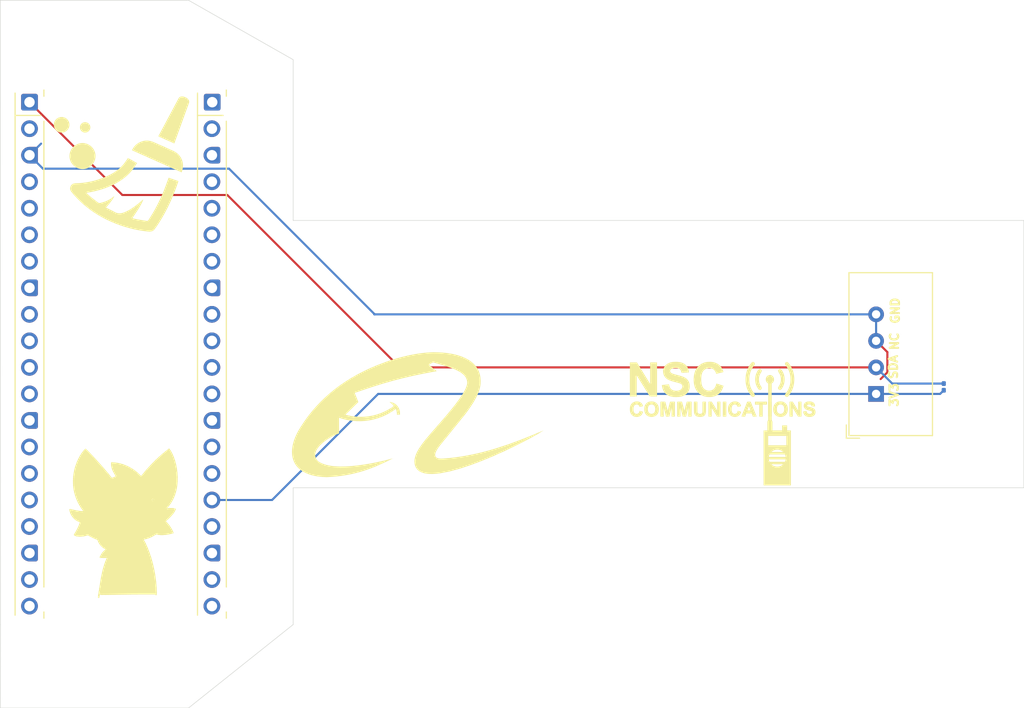
<source format=kicad_pcb>
(kicad_pcb (version 20240108) (generator "pcbnew") (generator_version "8.0")
  (layers (0 "F.Cu" signal) (31 "B.Cu" signal) (34 "B.Paste" user) (35 "F.Paste" user) (36 "B.SilkS" user "B.Silkscreen") (37 "F.SilkS" user "F.Silkscreen") (38 "B.Mask" user) (39 "F.Mask" user) (44 "Edge.Cuts" user))
  (net 0 "")
  (net 6 "GND")
  (net 7 "Net-(J1-GPIO0)")
  (net 18 "Net-(J2-GND-Pad18)")
  (net 24 "+3V3")
  (footprint "Module_RaspberryPi_Pico:RaspberryPi_Pico_PinSocket_1x20_P2.54mm_Vertical" (layer "F.Cu") (at 89.77 51.97)
    (property "Reference" "J1" (hide yes))
    (property "Value" "Pico_Socket_A" (hide yes))
  )
  (footprint "Sensor:ASAIR_AM2302_P2.54mm_Vertical" (layer "F.Cu") (at 170.85 79.91 90)
    (property "Reference" "U1" (hide yes))
    (property "Value" "AM2302")
  )
  (footprint "Module_RaspberryPi_Pico:RaspberryPi_Pico_PinSocket_1x20_P2.54mm_Vertical" (layer "F.Cu") (at 107.24 51.97)
    (property "Reference" "J2" (hide yes))
    (property "Value" "Pico_Socket_B" (hide yes))
  )
  (footprint "Resistor_SMD:R_0201_0603Metric" (layer "B.Cu") (at 177.33 79.24 90)
    (property "Reference" "R1" (hide yes))
    (property "Value" "R" (hide yes))
  )
  (gr_line (start 101.530672 90.14815) (end 101.469878 90.020584) (stroke (width 0.13825)) (layer "F.SilkS"))
  (gr_line (start 93.998943 88.237637) (end 94.001132 88.455856) (stroke (width 0.13825)) (layer "F.SilkS"))
  (gr_line (start 95.486711 85.583034) (end 95.263207 85.355337) (stroke (width 0.13825)) (layer "F.SilkS"))
  (gr_line (start 96.785606 97.011532) (end 96.675921 97.543657) (stroke (width 0.13825)) (layer "F.SilkS"))
  (gr_line (start 103.179027 90.912433) (end 103.24252 90.909026) (stroke (width 0.13825)) (layer "F.SilkS"))
  (gr_line (start 101.74634 91.122892) (end 101.741263 91.014588) (stroke (width 0.13825)) (layer "F.SilkS"))
  (gr_line (start 94.977129 85.405681) (end 94.8143 85.618657) (stroke (width 0.13825)) (layer "F.SilkS"))
  (gr_poly (pts (xy 164.481982 80.659861) (xy 164.512863 80.661192) (xy 164.542739 80.663411) (xy 164.57161 80.666517) (xy 164.599477 80.67051) (xy 164.626338 80.675391) (xy 164.652195 80.68116) (xy 164.677048 80.687816) (xy 164.700895 80.695359) (xy 164.723737 80.70379) (xy 164.745575 80.713108) (xy 164.766408 80.723313) (xy 164.786236 80.734406) (xy 164.80506 80.746387) (xy 164.822878 80.759255) (xy 164.839692 80.77301) (xy 164.855633 80.787506) (xy 164.870598 80.802596) (xy 164.884588 80.818281) (xy 164.897603 80.834559) (xy 164.909642 80.851432) (xy 164.920705 80.868898) (xy 164.930794 80.886959) (xy 164.939906 80.905613) (xy 164.948044 80.924862) (xy 164.955206 80.944705) (xy 164.961392 80.965142) (xy 164.966603 80.986173) (xy 164.970838 81.007798) (xy 164.974098 81.030017) (xy 164.976383 81.05283) (xy 164.977692 81.076237) (xy 164.699811 81.08844) (xy 164.69742 81.075414) (xy 164.694707 81.062858) (xy 164.69167 81.050771) (xy 164.688311 81.039154) (xy 164.684629 81.028006) (xy 164.680625 81.017327) (xy 164.676298 81.007118) (xy 164.671648 80.997378) (xy 164.666675 80.988107) (xy 164.66138 80.979306) (xy 164.655762 80.970975) (xy 164.649821 80.963112) (xy 164.643558 80.95572) (xy 164.636972 80.948796) (xy 164.630064 80.942342) (xy 164.622832 80.936357) (xy 164.615326 80.930673) (xy 164.607357 80.925356) (xy 164.598926 80.920406) (xy 164.590033 80.915822) (xy 164.580678 80.911605) (xy 164.570861 80.907754) (xy 164.560582 80.904271) (xy 164.549841 80.901154) (xy 164.538638 80.898403) (xy 164.526973 80.89602) (xy 164.514846 80.894003) (xy 164.502257 80.892353) (xy 164.489205 80.891069) (xy 164.475692 80.890153) (xy 164.461717 80.889602) (xy 164.44728 80.889419) (xy 164.432347 80.889614) (xy 164.417826 80.890197) (xy 164.403714 80.891168) (xy 164.390014 80.892529) (xy 164.376725 80.894278) (xy 164.363846 80.896416) (xy 164.351378 80.898943) (xy 164.33932 80.901858) (xy 164.327674 80.905162) (xy 164.316438 80.908855) (xy 164.305613 80.912936) (xy 164.295198 80.917406) (xy 164.285194 80.922265) (xy 164.275601 80.927513) (xy 164.266419 80.933149) (xy 164.257647 80.939174) (xy 164.252304 80.943248) (xy 164.247305 80.947491) (xy 164.242652 80.951903) (xy 164.238343 80.956483) (xy 164.234378 80.961232) (xy 164.230759 80.966149) (xy 164.227484 80.971236) (xy 164.224554 80.976491) (xy 164.221968 80.981914) (xy 164.219728 80.987507) (xy 164.217832 80.993268) (xy 164.216281 80.999197) (xy 164.215074 81.005296) (xy 164.214212 81.011563) (xy 164.213695 81.017998) (xy 164.213523 81.024603) (xy 164.213684 81.03065) (xy 164.214168 81.036587) (xy 164.214975 81.042414) (xy 164.216104 81.048131) (xy 164.217557 81.053738) (xy 164.219331 81.059235) (xy 164.221429 81.064622) (xy 164.223849 81.069899) (xy 164.226592 81.075066) (xy 164.229658 81.080123) (xy 164.233046 81.08507) (xy 164.236758 81.089907) (xy 164.240792 81.094634) (xy 164.245148 81.099251) (xy 164.249828 81.103758) (xy 164.25483 81.108155) (xy 164.261988 81.113685) (xy 164.27032 81.119245) (xy 164.279825 81.124833) (xy 164.290504 81.130451) (xy 164.302356 81.136098) (xy 164.315381 81.141775) (xy 164.32958 81.147481) (xy 164.344953 81.153216) (xy 164.361499 81.158981) (xy 164.379218 81.164775) (xy 164.398111 81.170598) (xy 164.418177 81.176451) (xy 164.439417 81.182333) (xy 164.461831 81.188245) (xy 164.485418 81.194185) (xy 164.510178 81.200155) (xy 164.559215 81.212184) (xy 164.604937 81.224329) (xy 164.647343 81.236592) (xy 164.686435 81.248972) (xy 164.722211 81.26147) (xy 164.754672 81.274085) (xy 164.783819 81.286817) (xy 164.80965 81.299666) (xy 164.821686 81.306153) (xy 164.833383 81.312941) (xy 164.844744 81.32003) (xy 164.855767 81.327419) (xy 164.866453 81.335109) (xy 164.876802 81.343099) (xy 164.886813 81.351391) (xy 164.896487 81.359983) (xy 164.905823 81.368876) (xy 164.914822 81.378069) (xy 164.923484 81.387563) (xy 164.931809 81.397358) (xy 164.939796 81.407454) (xy 164.947446 81.41785) (xy 164.954758 81.428547) (xy 164.961733 81.439545) (xy 164.96844 81.450741) (xy 164.974714 81.462266) (xy 164.980556 81.474122) (xy 164.985965 81.486308) (xy 164.990941 81.498824) (xy 164.995485 81.51167) (xy 164.999596 81.524846) (xy 165.003274 81.538352) (xy 165.006519 81.552188) (xy 165.009332 81.566354) (xy 165.011712 81.58085) (xy 165.013659 81.595676) (xy 165.015174 81.610832) (xy 165.016255 81.626319) (xy 165.016905 81.642135) (xy 165.017121 81.658281) (xy 165.016864 81.673008) (xy 165.016094 81.687618) (xy 165.01481 81.702111) (xy 165.013013 81.716486) (xy 165.010703 81.730743) (xy 165.007879 81.744884) (xy 165.004542 81.758907) (xy 165.000691 81.772813) (xy 164.996327 81.786601) (xy 164.99145 81.800272) (xy 164.986059 81.813826) (xy 164.980155 81.827262) (xy 164.973737 81.840581) (xy 164.966806 81.853782) (xy 164.959362 81.866867) (xy 164.951404 81.879834) (xy 164.942977 81.892536) (xy 164.934125 81.904829) (xy 164.924847 81.91671) (xy 164.915144 81.928181) (xy 164.905015 81.939241) (xy 164.894462 81.94989) (xy 164.883482 81.960129) (xy 164.872077 81.969956) (xy 164.860247 81.979374) (xy 164.847992 81.98838) (xy 164.835311 81.996976) (xy 164.822204 82.005161) (xy 164.808673 82.012935) (xy 164.794715 82.020299) (xy 164.780333 82.027252) (xy 164.765525 82.033794) (xy 164.750273 82.039819) (xy 164.73456 82.045455) (xy 164.718384 82.050703) (xy 164.701747 82.055562) (xy 164.684647 82.060032) (xy 164.667085 82.064114) (xy 164.649061 82.067806) (xy 164.630575 82.07111) (xy 164.611627 82.074026) (xy 164.592217 82.076552) (xy 164.572345 82.07869) (xy 164.552011 82.080439) (xy 164.531214 82.0818) (xy 164.509956 82.082772) (xy 164.488235 82.083355) (xy 164.466053 82.083549) (xy 164.433903 82.08308) (xy 164.4027 82.081672) (xy 164.372443 82.079325) (xy 164.343131 82.076039) (xy 164.314766 82.071814) (xy 164.287347 82.066651) (xy 164.260874 82.060549) (xy 164.235347 82.053508) (xy 164.210767 82.045528) (xy 164.187132 82.03661) (xy 164.164444 82.026753) (xy 164.142701 82.015957) (xy 164.121905 82.004222) (xy 164.102055 81.991549) (xy 164.083151 81.977936) (xy 164.065194 81.963385) (xy 164.048149 81.947818) (xy 164.031985 81.931393) (xy 164.0167 81.91411) (xy 164.002296 81.895969) (xy 163.988772 81.876969) (xy 163.976127 81.857112) (xy 163.964363 81.836396) (xy 163.953479 81.814823) (xy 163.943475 81.792391) (xy 163.934352 81.769101) (xy 163.926108 81.744953) (xy 163.918744 81.719947) (xy 163.912261 81.694083) (xy 163.906658 81.66736) (xy 163.901935 81.63978) (xy 163.898092 81.611341) (xy 163.898092 81.611342) (xy 163.898093 81.611342) (xy 163.898094 81.611342) (xy 163.898095 81.611342) (xy 164.168464 81.585057) (xy 164.171709 81.60179) (xy 164.175344 81.617958) (xy 164.179367 81.633561) (xy 164.183778 81.6486) (xy 164.188579 81.663074) (xy 164.193768 81.676984) (xy 164.199345 81.690328) (xy 164.205312 81.703108) (xy 164.211667 81.715323) (xy 164.218411 81.726974) (xy 164.225543 81.738059) (xy 164.233065 81.74858) (xy 164.240975 81.758537) (xy 164.249273 81.767928) (xy 164.257961 81.776755) (xy 164.267037 81.785017) (xy 164.276626 81.792747) (xy 164.286619 81.799979) (xy 164.297015 81.806712) (xy 164.307815 81.812946) (xy 164.319017 81.818681) (xy 164.330624 81.823918) (xy 164.342634 81.828656) (xy 164.355047 81.832895) (xy 164.367863 81.836636) (xy 164.381083 81.839877) (xy 164.394706 81.84262) (xy 164.408733 81.844865) (xy 164.423163 81.84661) (xy 164.437997 81.847857) (xy 164.453234 81.848605) (xy 164.468874 81.848854) (xy 164.485395 81.848634) (xy 164.501394 81.847974) (xy 164.516873 81.846874) (xy 164.531831 81.845334) (xy 164.546269 81.843354) (xy 164.560185 81.840933) (xy 164.573581 81.838073) (xy 164.586456 81.834773) (xy 164.598811 81.831032) (xy 164.610645 81.826852) (xy 164.621958 81.822231) (xy 164.63275 81.81717) (xy 164.643021 81.81167) (xy 164.652772 81.805729) (xy 164.662002 81.799348) (xy 164.670711 81.792527) (xy 164.67901 81.785296) (xy 164.686773 81.777917) (xy 164.694001 81.770392) (xy 164.700694 81.762721) (xy 164.706851 81.754902) (xy 164.712472 81.746937) (xy 164.717559 81.738826) (xy 164.722109 81.730567) (xy 164.726125 81.722162) (xy 164.729605 81.713611) (xy 164.732549 81.704912) (xy 164.734959 81.696067) (xy 164.736832 81.687075) (xy 164.738171 81.677937) (xy 164.738974 81.668652) (xy 164.739242 81.65922) (xy 164.739128 81.653176) (xy 164.738787 81.64725) (xy 164.738219 81.641442) (xy 164.737423 81.63575) (xy 164.7364 81.630176) (xy 164.735149 81.62472) (xy 164.733672 81.619381) (xy 164.731966 81.614159) (xy 164.730034 81.609054) (xy 164.727874 81.604067) (xy 164.725487 81.599197) (xy 164.722872 81.594444) (xy 164.72003 81.589809) (xy 164.716961 81.585291) (xy 164.713664 81.58089) (xy 164.71014 81.576607) (xy 164.706451 81.572302) (xy 164.702424 81.56807) (xy 164.69806 81.563912) (xy 164.693359 81.559826) (xy 164.688321 81.555815) (xy 164.682945 81.551876) (xy 164.677231 81.548011) (xy 164.671181 81.544219) (xy 164.664792 81.540501) (xy 164.658067 81.536856) (xy 164.651004 81.533284) (xy 164.643604 81.529785) (xy 164.635866 81.52636) (xy 164.627791 81.523008) (xy 164.619378 81.51973) (xy 164.610628 81.516525) (xy 164.596473 81.51189) (xy 164.578416 81.506434) (xy 164.556457 81.500156) (xy 164.530597 81.493056) (xy 164.467171 81.476393) (xy 164.388138 81.456443) (xy 164.334364 81.4422) (xy 164.284755 81.427165) (xy 164.261513 81.41935) (xy 164.239312 81.411338) (xy 164.218153 81.403127) (xy 164.198035 81.394718) (xy 164.178958 81.386111) (xy 164.160923 81.377307) (xy 164.14393 81.368304) (xy 164.127978 81.359103) (xy 164.113067 81.349704) (xy 164.099198 81.340107) (xy 164.08637 81.330313) (xy 164.074584 81.32032) (xy 164.059237 81.305926) (xy 164.04488 81.291144) (xy 164.031514 81.275973) (xy 164.019137 81.260414) (xy 164.007751 81.244465) (xy 163.997354 81.228128) (xy 163.987948 81.211403) (xy 163.979532 81.194288) (xy 163.972107 81.176785) (xy 163.965671 81.158893) (xy 163.960225 81.140613) (xy 163.95577 81.121943) (xy 163.952305 81.102885) (xy 163.949829 81.083438) (xy 163.948344 81.063603) (xy 163.947849 81.043379) (xy 163.94808 81.030291) (xy 163.948773 81.017313) (xy 163.949928 81.004445) (xy 163.951545 80.991687) (xy 163.953624 80.97904) (xy 163.956166 80.966502) (xy 163.959169 80.954074) (xy 163.962634 80.941756) (xy 163.966562 80.929548) (xy 163.970951 80.91745) (xy 163.975803 80.905463) (xy 163.981116 80.893585) (xy 163.986892 80.881817) (xy 163.99313 80.870159) (xy 163.99983 80.858611) (xy 164.006992 80.847174) (xy 164.014704 80.835846) (xy 164.022819 80.824863) (xy 164.031338 80.814224) (xy 164.04026 80.803931) (xy 164.049585 80.793982) (xy 164.059314 80.784378) (xy 164.069446 80.775118) (xy 164.079982 80.766203) (xy 164.090921 80.757633) (xy 164.102264 80.749408) (xy 164.114009 80.741527) (xy 164.126159 80.733991) (xy 164.138712 80.7268) (xy 164.151668 80.719954) (xy 164.165028 80.713452) (xy 164.178791 80.707295) (xy 164.193052 80.701497) (xy 164.207673 80.696074) (xy 164.222652 80.691024) (xy 164.237992 80.686348) (xy 164.253691 80.682047) (xy 164.269749 80.678119) (xy 164.286167 80.674566) (xy 164.302944 80.671387) (xy 164.32008 80.668581) (xy 164.337576 80.66615) (xy 164.355431 80.664093) (xy 164.373645 80.66241) (xy 164.392219 80.661101) (xy 164.411152 80.660165) (xy 164.430445 80.659604) (xy 164.450097 80.659417)) (stroke (width 0.057678) (color 255 255 255 1)) (fill solid) (layer "F.SilkS"))
  (gr_line (start 97.657555 92.913554) (end 97.671008 92.928509) (stroke (width 0.13825)) (layer "F.SilkS"))
  (gr_line (start 97.174549 94.817142) (end 97.139806 94.83917) (stroke (width 0.13825)) (layer "F.SilkS"))
  (gr_line (start 101.274503 93.625305) (end 101.18263 93.662272) (stroke (width 0.13825)) (layer "F.SilkS"))
  (gr_line (start 100.984882 93.726627) (end 100.87757 93.753031) (stroke (width 0.13825)) (layer "F.SilkS"))
  (gr_line (start 103.591678 91.186943) (end 103.540028 91.265342) (stroke (width 0.13825)) (layer "F.SilkS"))
  (gr_line (start 93.75094 91.329134) (end 93.789889 91.413657) (stroke (width 0.13825)) (layer "F.SilkS"))
  (gr_line (start 95.511322 92.402856) (end 95.508147 92.429417) (stroke (width 0.13825) (color 255 0 0 1)) (layer "F.SilkS"))
  (gr_line (start 100.380999 87.786687) (end 100.516355 87.931254) (stroke (width 0.13825)) (layer "F.SilkS"))
  (gr_line (start 95.658206 90.933474) (end 95.637418 91.048314) (stroke (width 0.13825)) (layer "F.SilkS"))
  (gr_line (start 103.052635 90.926209) (end 103.115767 90.918188) (stroke (width 0.13825)) (layer "F.SilkS"))
  (gr_line (start 99.916089 87.366838) (end 100.081083 87.503154) (stroke (width 0.13825)) (layer "F.SilkS"))
  (gr_line (start 95.499859 92.483646) (end 95.490362 92.538566) (stroke (width 0.13825) (color 255 0 0 1)) (layer "F.SilkS"))
  (gr_line (start 97.736909 87.08307) (end 97.710823 86.998817) (stroke (width 0.13825)) (layer "F.SilkS"))
  (gr_line (start 97.780166 93.00858) (end 97.803517 93.019703) (stroke (width 0.13825)) (layer "F.SilkS"))
  (gr_line (start 97.66332 86.519413) (end 97.941166 86.542079) (stroke (width 0.13825)) (layer "F.SilkS"))
  (gr_line (start 94.249446 91.947566) (end 94.295533 91.978254) (stroke (width 0.13825)) (layer "F.SilkS"))
  (gr_line (start 94.554243 92.108374) (end 94.611763 92.129144) (stroke (width 0.13825)) (layer "F.SilkS"))
  (gr_line (start 95.316157 92.312109) (end 95.49622 92.23826) (stroke (width 0.13825) (color 255 0 0 1)) (layer "F.SilkS"))
  (gr_line (start 97.82846 93.030015) (end 97.85504 93.039453) (stroke (width 0.13825)) (layer "F.SilkS"))
  (gr_line (start 97.48887 88.120985) (end 97.649413 88.039644) (stroke (width 0.13825)) (layer "F.SilkS"))
  (gr_line (start 102.851497 91.992096) (end 102.723477 92.102122) (stroke (width 0.13825)) (layer "F.SilkS"))
  (gr_line (start 102.206902 85.98596) (end 102.514845 85.716936) (stroke (width 0.13825)) (layer "F.SilkS"))
  (gr_line (start 94.781826 91.198281) (end 94.693471 91.19437) (stroke (width 0.13825)) (layer "F.SilkS"))
  (gr_line (start 97.274952 94.08571) (end 97.405704 94.101603) (stroke (width 0.13825)) (layer "F.SilkS"))
  (gr_line (start 97.095815 95.974065) (end 97.004898 96.224958) (stroke (width 0.13825)) (layer "F.SilkS"))
  (gr_line (start 95.784941 85.897271) (end 95.486711 85.583034) (stroke (width 0.13825)) (layer "F.SilkS"))
  (gr_line (start 101.18263 93.662272) (end 101.086329 93.69621) (stroke (width 0.13825)) (layer "F.SilkS"))
  (gr_line (start 97.945054 93.061855) (end 97.978631 93.067134) (stroke (width 0.13825)) (layer "F.SilkS"))
  (gr_line (start 94.49835 86.159542) (end 94.355589 86.480622) (stroke (width 0.13825)) (layer "F.SilkS"))
  (gr_line (start 102.661271 93.355539) (end 102.561428 93.362193) (stroke (width 0.13825)) (layer "F.SilkS"))
  (gr_line (start 97.27587 88.245947) (end 97.380207 88.181969) (stroke (width 0.13825)) (layer "F.SilkS"))
  (gr_line (start 94.876331 90.962668) (end 95.050104 91.189137) (stroke (width 0.13825)) (layer "F.SilkS"))
  (gr_line (start 99.369726 92.903233) (end 99.412047 92.892114) (stroke (width 0.13825)) (layer "F.SilkS"))
  (gr_line (start 96.360394 93.909238) (end 96.382249 93.968975) (stroke (width 0.13825)) (layer "F.SilkS"))
  (gr_line (start 100.843716 90.030048) (end 100.540333 90.038158) (stroke (width 0.13825)) (layer "F.SilkS"))
  (gr_poly (pts (xy 149.378888 80.660154) (xy 149.415479 80.662366) (xy 149.451116 80.666051) (xy 149.485799 80.671211) (xy 149.519529 80.677845) (xy 149.552306 80.685953) (xy 149.584129 80.695535) (xy 149.614999 80.706591) (xy 149.644915 80.719122) (xy 149.673878 80.733126) (xy 149.701887 80.748605) (xy 149.728943 80.765558) (xy 149.755046 80.783986) (xy 149.780195 80.803887) (xy 149.804391 80.825263) (xy 149.827633 80.848113) (xy 149.8498 80.872276) (xy 149.870538 80.89759) (xy 149.889846 80.924055) (xy 149.907723 80.951672) (xy 149.92417 80.980441) (xy 149.939187 81.010361) (xy 149.952773 81.041432) (xy 149.96493 81.073655) (xy 149.975656 81.10703) (xy 149.984952 81.141556) (xy 149.992818 81.177233) (xy 149.999254 81.214062) (xy 150.00426 81.252042) (xy 150.007835 81.291174) (xy 150.00998 81.331457) (xy 150.010695 81.372892) (xy 150.009988 81.413985) (xy 150.007864 81.45395) (xy 150.004326 81.492784) (xy 149.999371 81.53049) (xy 149.993002 81.567066) (xy 149.985216 81.602512) (xy 149.976015 81.636829) (xy 149.965399 81.670016) (xy 149.953367 81.702074) (xy 149.93992 81.733003) (xy 149.925057 81.762802) (xy 149.908779 81.791471) (xy 149.891085 81.819011) (xy 149.871976 81.845422) (xy 149.851451 81.870703) (xy 149.82951 81.894854) (xy 149.806386 81.91759) (xy 149.782307 81.93886) (xy 149.757276 81.958662) (xy 149.731291 81.976998) (xy 149.704352 81.993866) (xy 149.67646 82.009268) (xy 149.647614 82.023203) (xy 149.617815 82.035672) (xy 149.587063 82.046673) (xy 149.555357 82.056207) (xy 149.522698 82.064275) (xy 149.489085 82.070876) (xy 149.454519 82.07601) (xy 149.418999 82.079677) (xy 149.382526 82.081877) (xy 149.345099 82.082611) (xy 149.307218 82.081881) (xy 149.270319 82.079692) (xy 149.234404 82.076043) (xy 149.199471 82.070935) (xy 149.16552 82.064367) (xy 149.132553 82.056339) (xy 149.100568 82.046853) (xy 149.069567 82.035906) (xy 149.039548 82.0235) (xy 149.010511 82.009635) (xy 148.982458 81.99431) (xy 148.955387 81.977526) (xy 148.929299 81.959282) (xy 148.904194 81.939578) (xy 148.880072 81.918415) (xy 148.856933 81.895793) (xy 148.834992 81.871773) (xy 148.814467 81.846654) (xy 148.795358 81.820434) (xy 148.777664 81.793114) (xy 148.761386 81.764694) (xy 148.746523 81.735174) (xy 148.733076 81.704553) (xy 148.721044 81.672833) (xy 148.710428 81.640012) (xy 148.701227 81.606091) (xy 148.693442 81.57107) (xy 148.687072 81.534949) (xy 148.682118 81.497728) (xy 148.678579 81.459407) (xy 148.676456 81.419985) (xy 148.675748 81.379464) (xy 148.675927 81.370076) (xy 148.962076 81.370076) (xy 148.962498 81.398855) (xy 148.963763 81.426754) (xy 148.965872 81.453774) (xy 148.968824 81.479913) (xy 148.972619 81.505172) (xy 148.977258 81.529551) (xy 148.98274 81.55305) (xy 148.989066 81.575669) (xy 148.996235 81.597407) (xy 149.004248 81.618266) (xy 149.013104 81.638244) (xy 149.022804 81.657343) (xy 149.033347 81.675561) (xy 149.044733 81.692899) (xy 149.056963 81.709357) (xy 149.070036 81.724936) (xy 149.083758 81.739487) (xy 149.097936 81.753099) (xy 149.112567 81.765772) (xy 149.127654 81.777507) (xy 149.143195 81.788303) (xy 149.159191 81.79816) (xy 149.175642 81.807079) (xy 149.192547 81.815058) (xy 149.209907 81.822099) (xy 149.227722 81.828201) (xy 149.245992 81.833365) (xy 149.264716 81.837589) (xy 149.283895 81.840875) (xy 149.303529 81.843222) (xy 149.323617 81.84463) (xy 149.34416 81.845099) (xy 149.364696 81.844634) (xy 149.384763 81.843236) (xy 149.40436 81.840908) (xy 149.423487 81.837648) (xy 149.442146 81.833456) (xy 149.460335 81.828333) (xy 149.478054 81.822279) (xy 149.495304 81.815293) (xy 149.512085 81.807376) (xy 149.528396 81.798527) (xy 149.544238 81.788747) (xy 149.559611 81.778035) (xy 149.574514 81.766392) (xy 149.588947 81.753817) (xy 149.602912 81.740311) (xy 149.616407 81.725874) (xy 149.629366 81.710388) (xy 149.64149 81.69397) (xy 149.652777 81.676621) (xy 149.663229 81.658341) (xy 149.672844 81.639129) (xy 149.681623 81.618985) (xy 149.689566 81.59791) (xy 149.696673 81.575904) (xy 149.702944 81.552966) (xy 149.708378 81.529097) (xy 149.712977 81.504296) (xy 149.716739 81.478564) (xy 149.719666 81.4519) (xy 149.721756 81.424305) (xy 149.72301 81.395779) (xy 149.723428 81.366321) (xy 149.723021 81.337219) (xy 149.7218 81.309055) (xy 149.719765 81.281831) (xy 149.716915 81.255545) (xy 149.713252 81.230198) (xy 149.708774 81.205789) (xy 149.703483 81.18232) (xy 149.697377 81.159789) (xy 149.690457 81.138197) (xy 149.682723 81.117544) (xy 149.674175 81.097829) (xy 149.664813 81.079054) (xy 149.654636 81.061217) (xy 149.643646 81.044319) (xy 149.631841 81.028359) (xy 149.619223 81.013339) (xy 149.606047 80.999242) (xy 149.592336 80.986055) (xy 149.578089 80.973778) (xy 149.563307 80.96241) (xy 149.547989 80.951951) (xy 149.532136 80.942402) (xy 149.515748 80.933762) (xy 149.498824 80.926032) (xy 149.481365 80.919211) (xy 149.463371 80.9133) (xy 149.444841 80.908298) (xy 149.425776 80.904205) (xy 149.406175 80.901022) (xy 149.386039 80.898748) (xy 149.365367 80.897384) (xy 149.34416 80.89693) (xy 149.322946 80.897392) (xy 149.302252 80.898778) (xy 149.28208 80.901088) (xy 149.262427 80.904323) (xy 149.243296 80.908481) (xy 149.224685 80.913564) (xy 149.206596 80.919571) (xy 149.189026 80.926501) (xy 149.171978 80.934356) (xy 149.15545 80.943136) (xy 149.139443 80.952839) (xy 149.123957 80.963466) (xy 149.108992 80.975018) (xy 149.094547 80.987493) (xy 149.080623 81.000893) (xy 149.067219 81.015216) (xy 149.054487 81.030354) (xy 149.042576 81.046431) (xy 149.031487 81.063447) (xy 149.021219 81.081401) (xy 149.011772 81.100294) (xy 149.003147 81.120126) (xy 148.995344 81.140896) (xy 148.988362 81.162606) (xy 148.982201 81.185254) (xy 148.976861 81.208841) (xy 148.972344 81.233366) (xy 148.968647 81.258831) (xy 148.965772 81.285234) (xy 148.963718 81.312576) (xy 148.962486 81.340857) (xy 148.962076 81.370076) (xy 148.675927 81.370076) (xy 148.676731 81.327948) (xy 148.677959 81.302982) (xy 148.679679 81.278544) (xy 148.68189 81.254635) (xy 148.684593 81.231253) (xy 148.687787 81.208399) (xy 148.691472 81.186074) (xy 148.695649 81.164277) (xy 148.700317 81.143007) (xy 148.705477 81.122266) (xy 148.711128 81.102053) (xy 148.71727 81.082368) (xy 148.723904 81.063211) (xy 148.73103 81.044582) (xy 148.738646 81.026481) (xy 148.744646 81.013423) (xy 148.750909 81.000533) (xy 148.757436 80.987812) (xy 148.764228 80.975259) (xy 148.771283 80.962875) (xy 148.778603 80.95066) (xy 148.786187 80.938614) (xy 148.794034 80.926736) (xy 148.802146 80.915027) (xy 148.810522 80.903486) (xy 148.819161 80.892115) (xy 148.828065 80.880912) (xy 148.837233 80.869877) (xy 148.846665 80.859012) (xy 148.856361 80.848315) (xy 148.866321 80.837786) (xy 148.876588 80.827511) (xy 148.886974 80.817573) (xy 148.897476 80.807973) (xy 148.908096 80.79871) (xy 148.918834 80.789784) (xy 148.929688 80.781196) (xy 148.94066 80.772945) (xy 148.95175 80.765031) (xy 148.962956 80.757455) (xy 148.97428 80.750216) (xy 148.985722 80.743314) (xy 148.99728 80.73675) (xy 149.008957 80.730523) (xy 149.02075 80.724634) (xy 149.032661 80.719081) (xy 149.044689 80.713867) (xy 149.06092 80.707273) (xy 149.077458 80.701105) (xy 149.094305 80.695363) (xy 149.11146 80.690045) (xy 149.128923 80.685153) (xy 149.146693 80.680687) (xy 149.164772 80.676646) (xy 149.183159 80.67303) (xy 149.201854 80.669839) (xy 149.220857 80.667074) (xy 149.240168 80.664735) (xy 149.259787 80.66282) (xy 149.279714 80.661332) (xy 149.29995 80.660268) (xy 149.320493 80.65963) (xy 149.341344 80.659417)) (stroke (width 0.057678) (color 255 255 255 1)) (fill solid) (layer "F.SilkS"))
  (gr_line (start 95.500303 92.248301) (end 95.50382 92.258664) (stroke (width 0.13825) (color 255 0 0 1)) (layer "F.SilkS"))
  (gr_line (start 94.734407 93.507691) (end 94.829768 93.498344) (stroke (width 0.13825)) (layer "F.SilkS"))
  (gr_line (start 101.362668 93.5858) (end 101.274503 93.625305) (stroke (width 0.13825)) (layer "F.SilkS"))
  (gr_line (start 96.011914 93.714047) (end 96.178588 93.783962) (stroke (width 0.13825)) (layer "F.SilkS"))
  (gr_line (start 103.567207 90.930077) (end 103.634333 90.942477) (stroke (width 0.13825)) (layer "F.SilkS"))
  (gr_line (start 95.512753 92.303053) (end 95.514498 92.326802) (stroke (width 0.13825) (color 255 0 0 1)) (layer "F.SilkS"))
  (gr_line (start 101.351917 95.56429) (end 101.477914 95.997897) (stroke (width 0.13825)) (layer "F.SilkS"))
  (gr_line (start 97.671008 92.928509) (end 97.685741 92.943114) (stroke (width 0.13825)) (layer "F.SilkS"))
  (gr_line (start 98.729206 92.818916) (end 98.765748 92.83447) (stroke (width 0.13825)) (layer "F.SilkS"))
  (gr_line (start 94.870687 91.198908) (end 94.781826 91.198281) (stroke (width 0.13825)) (layer "F.SilkS"))
  (gr_line (start 99.130336 92.921215) (end 99.210596 92.927774) (stroke (width 0.13825)) (layer "F.SilkS"))
  (gr_line (start 102.670561 91.01733) (end 102.735161 90.997434) (stroke (width 0.13825)) (layer "F.SilkS"))
  (gr_line (start 103.896374 87.876156) (end 103.88954 88.297391) (stroke (width 0.13825)) (layer "F.SilkS"))
  (gr_line (start 97.331259 88.685445) (end 97.191643 88.677181) (stroke (width 0.13825)) (layer "F.SilkS"))
  (gr_line (start 101.031096 94.678722) (end 101.203563 95.123226) (stroke (width 0.13825)) (layer "F.SilkS"))
  (gr_line (start 100.242407 90.050939) (end 99.960431 90.069906) (stroke (width 0.13825)) (layer "F.SilkS"))
  (gr_line (start 96.840237 94.575792) (end 96.879282 94.604567) (stroke (width 0.13825)) (layer "F.SilkS"))
  (gr_line (start 103.482526 91.344018) (end 103.42008 91.422531) (stroke (width 0.13825)) (layer "F.SilkS"))
  (gr_line (start 96.674081 93.953764) (end 96.833341 93.996939) (stroke (width 0.13825)) (layer "F.SilkS"))
  (gr_line (start 96.345386 93.847242) (end 96.510989 93.903854) (stroke (width 0.13825)) (layer "F.SilkS"))
  (gr_line (start 93.945667 91.660243) (end 94.011038 91.737864) (stroke (width 0.13825)) (layer "F.SilkS"))
  (gr_poly (pts (xy 95.144978 85.262407) (xy 95.148152 85.262834) (xy 95.15133 85.263607) (xy 95.154513 85.26475) (xy 95.157702 85.266288) (xy 95.160897 85.268244) (xy 95.164099 85.270642) (xy 95.167307 85.273507) (xy 95.170521 85.276863) (xy 95.452439 85.55587) (xy 95.729254 85.841073) (xy 96.001575 86.131515) (xy 96.270013 86.42624) (xy 96.535177 86.724291) (xy 96.797675 87.024712) (xy 97.317116 87.628838) (xy 97.326344 87.642915) (xy 97.336952 87.657419) (xy 97.361642 87.687582) (xy 97.389864 87.719071) (xy 97.420296 87.751631) (xy 97.482498 87.818937) (xy 97.511624 87.853171) (xy 97.525114 87.870321) (xy 97.53767 87.887451) (xy 97.549124 87.904529) (xy 97.559313 87.921522) (xy 97.568071 87.938399) (xy 97.575233 87.955127) (xy 97.580633 87.971675) (xy 97.584105 87.988011) (xy 97.585486 88.004102) (xy 97.584609 88.019917) (xy 97.581309 88.035424) (xy 97.575421 88.05059) (xy 97.566779 88.065384) (xy 97.555219 88.079773) (xy 97.540575 88.093726) (xy 97.522681 88.107211) (xy 97.505454 88.117708) (xy 97.548459 88.095532) (xy 97.621479 88.060433) (xy 97.69551 88.027504) (xy 97.770518 87.996895) (xy 97.846469 87.968757) (xy 97.923327 87.943242) (xy 98.001057 87.920502) (xy 98.079626 87.900687) (xy 98.099041 87.895826) (xy 98.118611 87.891797) (xy 98.137888 87.888426) (xy 98.156425 87.885538) (xy 98.189482 87.880518) (xy 98.203106 87.878039) (xy 98.214198 87.875348) (xy 98.218654 87.873868) (xy 98.222308 87.872271) (xy 98.225105 87.870534) (xy 98.226989 87.868635) (xy 98.227904 87.866553) (xy 98.227793 87.864266) (xy 98.226601 87.861752) (xy 98.224271 87.85899) (xy 98.220748 87.855958) (xy 98.215976 87.852633) (xy 98.209898 87.848995) (xy 98.202459 87.845022) (xy 98.183273 87.835982) (xy 98.157969 87.82534) (xy 98.110488 87.765181) (xy 98.064786 87.703237) (xy 98.020938 87.639617) (xy 97.979015 87.574426) (xy 97.939089 87.507772) (xy 97.901232 87.439761) (xy 97.865517 87.370499) (xy 97.832017 87.300095) (xy 97.800803 87.228653) (xy 97.771947 87.156282) (xy 97.745522 87.083088) (xy 97.721601 87.009178) (xy 97.700255 86.934658) (xy 97.681556 86.859635) (xy 97.665578 86.784216) (xy 97.652392 86.708508) (xy 97.650158 86.688725) (xy 97.649578 86.670297) (xy 97.650577 86.653184) (xy 97.653075 86.637347) (xy 97.656998 86.622744) (xy 97.662266 86.609337) (xy 97.668804 86.597086) (xy 97.676535 86.585949) (xy 97.685381 86.575888) (xy 97.695265 86.566862) (xy 97.70611 86.55883) (xy 97.717839 86.551755) (xy 97.730375 86.545594) (xy 97.743642 86.540308) (xy 97.757561 86.535857) (xy 97.772056 86.532202) (xy 97.802466 86.527116) (xy 97.834255 86.52473) (xy 97.866807 86.524724) (xy 97.899505 86.526777) (xy 97.931732 86.53057) (xy 97.962873 86.535783) (xy 97.99231 86.542095) (xy 98.019429 86.549186) (xy 98.184583 86.575898) (xy 98.347718 86.610222) (xy 98.508699 86.651904) (xy 98.667388 86.700696) (xy 98.823649 86.756344) (xy 98.977347 86.818599) (xy 99.128344 86.887209) (xy 99.276506 86.961923) (xy 99.421694 87.042491) (xy 99.563773 87.12866) (xy 99.702607 87.220181) (xy 99.838059 87.316801) (xy 99.969993 87.41827) (xy 100.098273 87.524338) (xy 100.222763 87.634752) (xy 100.343325 87.749262) (xy 100.354022 87.756872) (xy 100.364599 87.765335) (xy 100.375035 87.774531) (xy 100.385306 87.784338) (xy 100.405265 87.805295) (xy 100.424298 87.827234) (xy 100.487567 87.905328) (xy 100.49927 87.917568) (xy 100.504382 87.921926) (xy 100.508969 87.924948) (xy 100.51301 87.92651) (xy 100.516483 87.926493) (xy 100.519364 87.924773) (xy 100.521632 87.92123) (xy 100.523264 87.915741) (xy 100.524238 87.908185) (xy 100.524531 87.89844) (xy 100.52412 87.886385) (xy 100.521098 87.854856) (xy 100.514994 87.812624) (xy 100.769507 87.503356) (xy 101.030358 87.199098) (xy 101.297957 86.900662) (xy 101.572713 86.608864) (xy 101.855036 86.324516) (xy 102.145337 86.048434) (xy 102.293607 85.913746) (xy 102.444024 85.78143) (xy 102.596641 85.651588) (xy 102.751508 85.52432) (xy 102.763992 85.51675) (xy 102.776719 85.508185) (xy 102.80286 85.488522) (xy 102.829837 85.466238) (xy 102.857559 85.442242) (xy 102.914864 85.39274) (xy 102.944262 85.369049) (xy 102.974035 85.347274) (xy 102.989032 85.337389) (xy 103.004088 85.328323) (xy 103.019191 85.32019) (xy 103.034329 85.313103) (xy 103.049492 85.307176) (xy 103.064667 85.302521) (xy 103.079843 85.299253) (xy 103.095008 85.297485) (xy 103.110151 85.297331) (xy 103.125259 85.298903) (xy 103.140323 85.302315) (xy 103.155329 85.30768) (xy 103.170267 85.315113) (xy 103.185124 85.324726) (xy 103.19989 85.336632) (xy 103.214552 85.350946) (xy 103.309353 85.512733) (xy 103.395945 85.678475) (xy 103.474581 85.847838) (xy 103.545514 86.02049) (xy 103.608999 86.196095) (xy 103.665289 86.374321) (xy 103.714638 86.554833) (xy 103.757299 86.737296) (xy 103.793527 86.921378) (xy 103.823574 87.106745) (xy 103.847696 87.293061) (xy 103.866145 87.479995) (xy 103.879175 87.667211) (xy 103.88704 87.854375) (xy 103.889994 88.041155) (xy 103.88829 88.227215) (xy 103.880591 88.418353) (xy 103.863772 88.608752) (xy 103.837947 88.798014) (xy 103.80323 88.985744) (xy 103.759735 89.171545) (xy 103.707576 89.355022) (xy 103.646866 89.535777) (xy 103.577719 89.713414) (xy 103.500249 89.887537) (xy 103.41457 90.05775) (xy 103.320796 90.223656) (xy 103.21904 90.384859) (xy 103.109417 90.540963) (xy 102.99204 90.691571) (xy 102.867023 90.836287) (xy 102.73448 90.974714) (xy 102.752508 90.977146) (xy 102.772976 90.977677) (xy 102.795608 90.97654) (xy 102.820123 90.973968) (xy 102.846244 90.970193) (xy 102.873691 90.965448) (xy 102.93145 90.953981) (xy 102.991171 90.941429) (xy 103.050625 90.929654) (xy 103.079555 90.924639) (xy 103.107583 90.920518) (xy 103.134428 90.917522) (xy 103.159814 90.915884) (xy 103.191258 90.91453) (xy 103.225126 90.91234) (xy 103.298032 90.907178) (xy 103.336022 90.905069) (xy 103.374336 90.903848) (xy 103.41245 90.903948) (xy 103.44984 90.905799) (xy 103.48598 90.909832) (xy 103.503418 90.912802) (xy 103.520347 90.916479) (xy 103.536701 90.920917) (xy 103.552416 90.92617) (xy 103.567424 90.932293) (xy 103.581661 90.939338) (xy 103.595061 90.94736) (xy 103.607559 90.956412) (xy 103.619089 90.966549) (xy 103.629585 90.977824) (xy 103.638982 90.990292) (xy 103.647214 91.004005) (xy 103.654216 91.019019) (xy 103.659922 91.035387) (xy 103.641866 91.076193) (xy 103.622407 91.116068) (xy 103.60162 91.155062) (xy 103.579577 91.193224) (xy 103.532018 91.267245) (xy 103.480319 91.338522) (xy 103.425066 91.407444) (xy 103.366849 91.474403) (xy 103.306255 91.539788) (xy 103.243871 91.603991) (xy 102.988199 91.85678) (xy 102.925685 91.920924) (xy 102.86491 91.986228) (xy 102.80646 92.053081) (xy 102.750923 92.121875) (xy 102.824078 92.202777) (xy 102.895272 92.285407) (xy 102.96459 92.369643) (xy 103.032115 92.455364) (xy 103.09793 92.542449) (xy 103.162118 92.630775) (xy 103.224764 92.720222) (xy 103.285952 92.810669) (xy 103.35691 92.913535) (xy 103.376046 92.943074) (xy 103.39418 92.973394) (xy 103.41053 93.004121) (xy 103.417793 93.01952) (xy 103.424318 93.03488) (xy 103.430006 93.050155) (xy 103.434761 93.065298) (xy 103.438484 93.080262) (xy 103.441079 93.095001) (xy 103.442447 93.109467) (xy 103.442492 93.123614) (xy 103.441115 93.137395) (xy 103.438219 93.150764) (xy 103.433706 93.163673) (xy 103.427479 93.176076) (xy 103.41944 93.187926) (xy 103.409492 93.199176) (xy 103.397537 93.20978) (xy 103.383478 93.21969) (xy 103.367216 93.228861) (xy 103.348655 93.237245) (xy 103.263933 93.258139) (xy 103.17842 93.277228) (xy 103.092218 93.294416) (xy 103.00543 93.309607) (xy 102.918156 93.322705) (xy 102.830499 93.333615) (xy 102.742561 93.342239) (xy 102.654443 93.348482) (xy 102.566248 93.352249) (xy 102.478078 93.353442) (xy 102.390035 93.351966) (xy 102.30222 93.347725) (xy 102.214735 93.340624) (xy 102.127683 93.330565) (xy 102.041165 93.317453) (xy 101.955284 93.301191) (xy 101.870066 93.335377) (xy 101.785441 93.3719) (xy 101.617297 93.449615) (xy 101.449522 93.529653) (xy 101.280785 93.607328) (xy 101.195639 93.643815) (xy 101.109753 93.677955) (xy 101.022961 93.709162) (xy 100.935097 93.73685) (xy 100.845993 93.760434) (xy 100.755485 93.779328) (xy 100.663404 93.792947) (xy 100.569585 93.800704) (xy 100.545933 93.801093) (xy 100.530131 93.802129) (xy 100.52491 93.802899) (xy 100.521335 93.803841) (xy 100.519299 93.80496) (xy 100.518697 93.806259) (xy 100.519424 93.80774) (xy 100.521373 93.809409) (xy 100.528516 93.813321) (xy 100.55282 93.823544) (xy 100.584842 93.837155) (xy 100.601633 93.845303) (xy 100.617816 93.854384) (xy 100.632545 93.864427) (xy 100.6391 93.869817) (xy 100.644974 93.875459) (xy 100.650061 93.881355) (xy 100.654257 93.887509) (xy 100.657455 93.893925) (xy 100.659548 93.900606) (xy 100.796767 94.167876) (xy 100.924757 94.439264) (xy 101.043766 94.714479) (xy 101.154042 94.993229) (xy 101.255832 95.275222) (xy 101.349386 95.560166) (xy 101.43495 95.847769) (xy 101.512773 96.13774) (xy 101.583103 96.429787) (xy 101.646187 96.723618) (xy 101.702275 97.01894) (xy 101.751613 97.315463) (xy 101.831033 97.910941) (xy 101.886432 98.507718) (xy 101.884481 98.526431) (xy 101.883501 98.545693) (xy 101.884071 98.585656) (xy 101.887369 98.62719) (xy 101.892622 98.66988) (xy 101.90591 98.75706) (xy 101.912401 98.800717) (xy 101.917759 98.843866) (xy 101.921214 98.886088) (xy 101.921993 98.926967) (xy 101.921138 98.946774) (xy 101.919324 98.966088) (xy 101.916456 98.984859) (xy 101.912436 99.003035) (xy 101.907168 99.020562) (xy 101.900555 99.03739) (xy 101.892502 99.053466) (xy 101.882911 99.068738) (xy 101.871687 99.083154) (xy 101.858732 99.096662) (xy 101.84395 99.10921) (xy 101.827244 99.120746) (xy 100.611499 99.120041) (xy 99.395783 99.126053) (xy 98.180123 99.138881) (xy 96.964546 99.158623) (xy 96.949187 99.156443) (xy 96.933153 99.154925) (xy 96.899316 99.153561) (xy 96.863546 99.153896) (xy 96.826353 99.155298) (xy 96.749736 99.158767) (xy 96.711332 99.159567) (xy 96.673545 99.1589) (xy 96.636886 99.156132) (xy 96.619137 99.153762) (xy 96.601862 99.150629) (xy 96.585124 99.146655) (xy 96.568986 99.141759) (xy 96.553512 99.135863) (xy 96.538767 99.128887) (xy 96.524812 99.120753) (xy 96.511714 99.111381) (xy 96.499534 99.100692) (xy 96.488338 99.088606) (xy 96.478188 99.075045) (xy 96.469149 99.05993) (xy 96.461284 99.04318) (xy 96.454657 99.024718) (xy 96.511009 98.586902) (xy 96.572835 98.148424) (xy 96.643711 97.710861) (xy 96.727217 97.275789) (xy 96.774823 97.059679) (xy 96.826928 96.844783) (xy 96.883978 96.631298) (xy 96.946421 96.419421) (xy 97.014704 96.209349) (xy 97.089275 96.001279) (xy 97.170579 95.795408) (xy 97.259066 95.591933) (xy 97.265749 95.580033) (xy 97.270999 95.569428) (xy 97.274883 95.560059) (xy 97.277468 95.551862) (xy 97.278821 95.544779) (xy 97.279008 95.538746) (xy 97.278096 95.533704) (xy 97.276153 95.52959) (xy 97.273244 95.526345) (xy 97.269437 95.523906) (xy 97.264798 95.522213) (xy 97.259395 95.521204) (xy 97.253294 95.520819) (xy 97.246561 95.520996) (xy 97.23147 95.522792) (xy 97.214656 95.526104) (xy 97.196654 95.530442) (xy 97.159221 95.540242) (xy 97.14086 95.544725) (xy 97.123448 95.548279) (xy 97.107519 95.550414) (xy 97.100278 95.550797) (xy 97.093609 95.550642) (xy 97.06496 95.551883) (xy 97.033896 95.554341) (xy 96.966635 95.560858) (xy 96.931499 95.563891) (xy 96.896064 95.56609) (xy 96.86086 95.566943) (xy 96.826418 95.565935) (xy 96.809647 95.564574) (xy 96.793266 95.562556) (xy 96.777339 95.559816) (xy 96.761934 95.556292) (xy 96.747116 95.551917) (xy 96.732951 95.546629) (xy 96.719507 95.540363) (xy 96.706848 95.533056) (xy 96.695042 95.524643) (xy 96.684154 95.515059) (xy 96.67425 95.504242) (xy 96.665398 95.492126) (xy 96.657662 95.478648) (xy 96.65111 95.463744) (xy 96.645806 95.447349) (xy 96.641819 95.4294) (xy 96.65078 95.40498) (xy 96.660601 95.381044) (xy 96.671247 95.357576) (xy 96.682682 95.33456) (xy 96.707777 95.289821) (xy 96.735598 95.2467) (xy 96.765858 95.205073) (xy 96.798272 95.164812) (xy 96.832552 95.125792) (xy 96.868413 95.087885) (xy 96.905567 95.050967) (xy 96.943729 95.01491) (xy 97.021926 94.944876) (xy 97.177799 94.809596) (xy 96.971651 94.662809) (xy 96.86621 94.5848) (xy 96.814304 94.543998) (xy 96.763476 94.501751) (xy 96.714127 94.457875) (xy 96.666659 94.412186) (xy 96.621474 94.364501) (xy 96.578973 94.314634) (xy 96.539558 94.262401) (xy 96.521133 94.23534) (xy 96.50363 94.207619) (xy 96.487099 94.179214) (xy 96.47159 94.150103) (xy 96.457154 94.120263) (xy 96.443841 94.089669) (xy 96.437297 94.073005) (xy 96.432579 94.057355) (xy 96.429601 94.042701) (xy 96.428279 94.029022) (xy 96.428527 94.0163) (xy 96.43026 94.004516) (xy 96.433394 93.99365) (xy 96.437844 93.983684) (xy 96.443523 93.974599) (xy 96.450348 93.966376) (xy 96.458234 93.958995) (xy 96.467094 93.952438) (xy 96.476844 93.946684) (xy 96.4874 93.941717) (xy 96.498675 93.937515) (xy 96.510586 93.934061) (xy 96.523046 93.931334) (xy 96.535972 93.929317) (xy 96.562877 93.927333) (xy 96.590199 93.927947) (xy 96.544348 93.913977) (xy 96.458416 93.885818) (xy 96.373095 93.855964) (xy 96.20421 93.791536) (xy 96.037544 93.721422) (xy 95.872949 93.646351) (xy 95.710275 93.567053) (xy 95.549374 93.484257) (xy 95.390097 93.398693) (xy 95.344681 93.402586) (xy 95.298867 93.408134) (xy 95.206162 93.423088) (xy 95.01728 93.460645) (xy 94.921579 93.478805) (xy 94.873518 93.486757) (xy 94.825356 93.493588) (xy 94.777123 93.49902) (xy 94.728849 93.502774) (xy 94.680564 93.504573) (xy 94.632297 93.50414) (xy 94.602504 93.502596) (xy 94.570012 93.502268) (xy 94.499287 93.503244) (xy 94.462235 93.503543) (xy 94.424844 93.503042) (xy 94.387705 93.501241) (xy 94.351407 93.497633) (xy 94.333758 93.494995) (xy 94.316541 93.491717) (xy 94.29983 93.487736) (xy 94.283698 93.482989) (xy 94.268219 93.477413) (xy 94.253467 93.470945) (xy 94.239516 93.463522) (xy 94.226439 93.455081) (xy 94.214311 93.44556) (xy 94.203204 93.434894) (xy 94.193194 93.423023) (xy 94.184353 93.409881) (xy 94.176756 93.395407) (xy 94.170476 93.379538) (xy 94.165588 93.36221) (xy 94.162164 93.343361) (xy 94.191782 93.269622) (xy 94.223711 93.19655) (xy 94.292675 93.051827) (xy 94.360902 92.916904) (xy 98.440454 92.916904) (xy 98.440659 92.917589) (xy 98.44818 92.915035) (xy 98.466298 92.906521) (xy 98.539674 92.868111) (xy 98.54521 92.862349) (xy 98.551899 92.85721) (xy 98.55962 92.852656) (xy 98.568252 92.848646) (xy 98.577675 92.845144) (xy 98.587769 92.842111) (xy 98.609483 92.837298) (xy 98.632429 92.833898) (xy 98.655641 92.831605) (xy 98.699001 92.829109) (xy 98.731835 92.82735) (xy 98.741891 92.825978) (xy 98.744906 92.825035) (xy 98.746419 92.823868) (xy 98.746307 92.822441) (xy 98.744452 92.820713) (xy 98.735025 92.816204) (xy 98.717173 92.810035) (xy 98.689929 92.801899) (xy 98.683056 92.801628) (xy 98.674651 92.802602) (xy 98.653913 92.807848) (xy 98.629055 92.816761) (xy 98.601414 92.828467) (xy 98.572328 92.842088) (xy 98.543136 92.856752) (xy 98.489782 92.885702) (xy 98.452055 92.908315) (xy 98.442397 92.915057) (xy 98.440454 92.916904) (xy 94.360902 92.916904) (xy 94.43823 92.763983) (xy 94.507512 92.618531) (xy 94.517121 92.59654) (xy 95.488886 92.59654) (xy 95.491643 92.604046) (xy 95.495358 92.61012) (xy 95.49998 92.614838) (xy 95.505456 92.618277) (xy 95.511735 92.620513) (xy 95.518766 92.621621) (xy 95.526496 92.621679) (xy 95.534873 92.620762) (xy 95.543845 92.618947) (xy 95.553362 92.61631) (xy 95.573819 92.608874) (xy 95.595828 92.599064) (xy 95.618977 92.587491) (xy 95.660611 92.564982) (xy 101.386353 92.564982) (xy 101.387585 92.572046) (xy 101.39005 92.577467) (xy 101.393608 92.581359) (xy 101.398117 92.583833) (xy 101.403437 92.585002) (xy 101.409428 92.584978) (xy 101.415949 92.583874) (xy 101.422859 92.581803) (xy 101.430018 92.578876) (xy 101.437285 92.575206) (xy 101.444519 92.570906) (xy 101.458329 92.560865) (xy 101.464623 92.555348) (xy 101.470322 92.549651) (xy 101.475286 92.543885) (xy 101.479373 92.538164) (xy 101.482445 92.532599) (xy 101.484359 92.527304) (xy 101.484975 92.52239) (xy 101.484153 92.51797) (xy 101.481752 92.514156) (xy 101.477632 92.511061) (xy 101.471651 92.508798) (xy 101.46367 92.507478) (xy 101.453548 92.507215) (xy 101.441143 92.50812) (xy 101.426316 92.510306) (xy 101.408927 92.513885) (xy 101.404244 92.498844) (xy 101.400432 92.488003) (xy 101.397407 92.480925) (xy 101.396163 92.478661) (xy 101.395085 92.477174) (xy 101.394161 92.47641) (xy 101.393381 92.476314) (xy 101.392735 92.476831) (xy 101.392213 92.477908) (xy 101.391495 92.481519) (xy 101.391144 92.486712) (xy 101.391207 92.500096) (xy 101.391728 92.514568) (xy 101.392037 92.526638) (xy 101.391901 92.53068) (xy 101.39146 92.532813) (xy 101.38815 92.545478) (xy 101.386495 92.556164) (xy 101.386353 92.564982) (xy 95.660611 92.564982) (xy 95.696697 92.545473) (xy 95.674989 92.551107) (xy 95.664073 92.553367) (xy 95.653205 92.555193) (xy 95.642423 92.556546) (xy 95.631767 92.557386) (xy 95.621276 92.557674) (xy 95.610989 92.55737) (xy 95.600945 92.556433) (xy 95.591184 92.554825) (xy 95.581745 92.552506) (xy 95.572667 92.549437) (xy 95.563989 92.545576) (xy 95.555751 92.540886) (xy 95.547991 92.535326) (xy 95.540749 92.528856) (xy 95.534065 92.521438) (xy 95.527977 92.51303) (xy 95.522524 92.503595) (xy 95.517746 92.493091) (xy 95.513682 92.481479) (xy 95.510372 92.468721) (xy 95.507989 92.476963) (xy 95.505075 92.489403) (xy 95.501852 92.505047) (xy 95.498542 92.5229) (xy 95.495368 92.54197) (xy 95.492553 92.561263) (xy 95.490318 92.579784) (xy 95.488886 92.59654) (xy 94.517121 92.59654) (xy 94.53968 92.544912) (xy 94.569589 92.470505) (xy 94.596784 92.395163) (xy 94.620807 92.31874) (xy 94.632957 92.272479) (xy 95.41668 92.272479) (xy 95.416751 92.276578) (xy 95.418356 92.280904) (xy 95.421325 92.285378) (xy 95.425491 92.289919) (xy 95.430682 92.294448) (xy 95.44347 92.30315) (xy 95.458336 92.310846) (xy 95.473928 92.316897) (xy 95.488894 92.320664) (xy 95.49572 92.321492) (xy 95.501883 92.32151) (xy 95.507213 92.320637) (xy 95.511542 92.318795) (xy 95.513767 92.316756) (xy 101.178212 92.316756) (xy 101.179592 92.317592) (xy 101.18794 92.318645) (xy 101.202517 92.318718) (xy 101.221861 92.317626) (xy 101.244509 92.315181) (xy 101.268998 92.311197) (xy 101.293866 92.305487) (xy 101.317649 92.297865) (xy 101.328676 92.293279) (xy 101.338884 92.288145) (xy 101.34809 92.282439) (xy 101.356109 92.276139) (xy 101.362761 92.269221) (xy 101.367862 92.261662) (xy 101.371228 92.253438) (xy 101.372678 92.244526) (xy 101.372027 92.234903) (xy 101.369095 92.224546) (xy 101.363696 92.21343) (xy 101.35565 92.201534) (xy 101.345266 92.206262) (xy 101.335057 92.211423) (xy 101.325014 92.216985) (xy 101.315132 92.222914) (xy 101.305404 92.229176) (xy 101.295822 92.235737) (xy 101.28638 92.242564) (xy 101.277071 92.249624) (xy 101.267888 92.256882) (xy 101.258824 92.264304) (xy 101.241026 92.27951) (xy 101.223622 92.294973) (xy 101.206559 92.310422) (xy 101.187439 92.313294) (xy 101.178938 92.315746) (xy 101.178212 92.316756) (xy 95.513767 92.316756) (xy 95.5147 92.315903) (xy 95.516518 92.311881) (xy 95.516828 92.30665) (xy 95.515461 92.30013) (xy 95.512247 92.29224) (xy 95.507017 92.282902) (xy 95.499603 92.272036) (xy 95.489836 92.259561) (xy 95.485305 92.253568) (xy 95.47332 92.256857) (xy 95.457923 92.25713) (xy 95.445243 92.258189) (xy 95.435111 92.259954) (xy 95.427358 92.262345) (xy 95.421814 92.265283) (xy 95.418311 92.268688) (xy 95.41668 92.272479) (xy 94.632957 92.272479) (xy 94.641201 92.241091) (xy 94.65751 92.162071) (xy 94.599501 92.134479) (xy 94.541548 92.10578) (xy 94.483869 92.075852) (xy 94.426682 92.044575) (xy 94.37075 92.012144) (xy 98.201768 92.012144) (xy 98.20242 92.01439) (xy 98.203987 92.016471) (xy 98.206416 92.018391) (xy 98.209653 92.020156) (xy 98.218335 92.023237) (xy 98.229606 92.025752) (xy 98.243035 92.027739) (xy 98.258195 92.029235) (xy 98.274656 92.030279) (xy 98.309765 92.03116) (xy 98.344929 92.030683) (xy 98.376717 92.029152) (xy 98.401695 92.02687) (xy 98.423236 92.025588) (xy 98.442178 92.023759) (xy 98.45844 92.021466) (xy 98.471941 92.018793) (xy 98.482598 92.015825) (xy 98.486835 92.014257) (xy 98.49033 92.012647) (xy 98.493074 92.011005) (xy 98.495057 92.009342) (xy 98.496268 92.007669) (xy 98.496697 92.005996) (xy 98.496333 92.004333) (xy 98.495168 92.002692) (xy 98.493189 92.001082) (xy 98.490388 91.999515) (xy 98.486755 91.998) (xy 98.482278 91.996549) (xy 98.470755 91.993879) (xy 98.455737 91.991589) (xy 98.437144 91.989764) (xy 98.414894 91.988487) (xy 98.388906 91.987844) (xy 98.365531 91.987254) (xy 98.34211 91.987357) (xy 98.318693 91.988236) (xy 98.295331 91.989972) (xy 98.283686 91.991187) (xy 98.272073 91.992648) (xy 98.260499 91.994364) (xy 98.248969 91.996346) (xy 98.237491 91.998604) (xy 98.22607 92.001149) (xy 98.214712 92.00399) (xy 98.203425 92.007138) (xy 98.202085 92.009728) (xy 98.201768 92.012144) (xy 94.37075 92.012144) (xy 94.370205 92.011828) (xy 94.314658 91.977491) (xy 94.260259 91.941444) (xy 94.207226 91.903564) (xy 94.155778 91.863733) (xy 94.106133 91.821828) (xy 94.05851 91.777731) (xy 94.013127 91.73132) (xy 93.970202 91.682474) (xy 93.929954 91.631073) (xy 93.910902 91.604376) (xy 93.892602 91.576996) (xy 93.87508 91.548916) (xy 93.858364 91.520123) (xy 93.846925 91.49373) (xy 93.832713 91.466207) (xy 93.816468 91.437729) (xy 93.798929 91.408472) (xy 93.762926 91.348322) (xy 93.74594 91.31778) (xy 93.730618 91.287159) (xy 93.717699 91.256636) (xy 93.712371 91.241466) (xy 93.707921 91.226386) (xy 93.704441 91.211419) (xy 93.702024 91.196585) (xy 93.700763 91.181907) (xy 93.700748 91.167407) (xy 93.702074 91.153107) (xy 93.704832 91.139028) (xy 93.709115 91.125193) (xy 93.715015 91.111624) (xy 93.722624 91.098342) (xy 93.732036 91.08537) (xy 93.743342 91.072728) (xy 93.756634 91.06044) (xy 93.834551 91.062953) (xy 93.912436 91.069031) (xy 93.990305 91.07803) (xy 94.068172 91.089307) (xy 94.379907 91.144288) (xy 94.536136 91.16868) (xy 94.61439 91.177845) (xy 94.692758 91.18413) (xy 94.771253 91.18689) (xy 94.849889 91.185481) (xy 94.928681 91.179259) (xy 95.007644 91.167578) (xy 94.928584 91.038031) (xy 94.846578 90.909731) (xy 94.680796 90.653286) (xy 94.652703 90.607794) (xy 95.745844 90.607794) (xy 95.748626 90.598739) (xy 95.768057 90.529357) (xy 95.776315 90.50217) (xy 95.766382 90.534627) (xy 95.757746 90.564055) (xy 95.746853 90.603274) (xy 95.745844 90.607794) (xy 94.652703 90.607794) (xy 94.600553 90.523347) (xy 94.561867 90.457556) (xy 94.524433 90.391068) (xy 94.48847 90.323771) (xy 94.454201 90.255553) (xy 94.447539 90.241294) (xy 95.74216 90.241294) (xy 95.742614 90.242787) (xy 95.743749 90.244519) (xy 95.745541 90.24651) (xy 95.74797 90.248781) (xy 95.754646 90.254245) (xy 95.763597 90.261078) (xy 95.787604 90.279518) (xy 95.802302 90.291459) (xy 95.818556 90.305434) (xy 95.819014 90.316865) (xy 95.819887 90.326294) (xy 95.821163 90.333831) (xy 95.822833 90.33959) (xy 95.824886 90.34368) (xy 95.827314 90.346214) (xy 95.830106 90.347301) (xy 95.833251 90.347055) (xy 95.836741 90.345586) (xy 95.840565 90.343005) (xy 95.849176 90.334953) (xy 95.859004 90.32379) (xy 95.869971 90.310407) (xy 95.881996 90.295693) (xy 95.894999 90.280539) (xy 95.908903 90.265835) (xy 95.916167 90.25893) (xy 95.923626 90.252472) (xy 95.93127 90.246572) (xy 95.93909 90.24134) (xy 95.947074 90.236889) (xy 95.955214 90.23333) (xy 95.9635 90.230773) (xy 95.966649 90.230234) (xy 95.989124 90.230234) (xy 95.989128 90.230234) (xy 95.989124 90.230234) (xy 95.966649 90.230234) (xy 95.969526 90.229741) (xy 95.964843 90.229703) (xy 95.926663 90.230191) (xy 95.883887 90.231339) (xy 95.845815 90.232791) (xy 95.765737 90.235419) (xy 95.754994 90.236167) (xy 95.747604 90.237284) (xy 95.745109 90.238033) (xy 95.743386 90.238938) (xy 95.74241 90.240017) (xy 95.74216 90.241294) (xy 94.447539 90.241294) (xy 94.441245 90.227822) (xy 96.640942 90.227822) (xy 96.673756 90.240173) (xy 96.687879 90.313419) (xy 96.698963 90.387253) (xy 96.707404 90.46161) (xy 96.713598 90.536421) (xy 96.720832 90.687137) (xy 96.723836 90.838862) (xy 96.725783 90.991056) (xy 96.729844 91.143182) (xy 96.733659 91.21905) (xy 96.739191 91.294698) (xy 96.746838 91.37006) (xy 96.756996 91.445068) (xy 96.765024 91.49262) (xy 96.775992 91.542514) (xy 96.789941 91.593873) (xy 96.806915 91.645823) (xy 96.826955 91.697488) (xy 96.850104 91.74799) (xy 96.862857 91.772533) (xy 96.876403 91.796456) (xy 96.890747 91.819651) (xy 96.905895 91.842009) (xy 96.921852 91.863419) (xy 96.938622 91.883772) (xy 96.956212 91.90296) (xy 96.974627 91.920872) (xy 96.993872 91.937398) (xy 97.013951 91.952431) (xy 97.034871 91.965859) (xy 97.056637 91.977573) (xy 97.079254 91.987465) (xy 97.102727 91.995424) (xy 97.127062 92.001341) (xy 97.152263 92.005107) (xy 97.178337 92.006612) (xy 97.205288 92.005747) (xy 97.233121 92.002402) (xy 97.261843 91.996467) (xy 97.295339 91.978834) (xy 97.326949 91.95952) (xy 97.356728 91.938599) (xy 97.38473 91.91615) (xy 97.41101 91.892248) (xy 97.435623 91.866969) (xy 97.458623 91.840391) (xy 97.480065 91.812589) (xy 97.500004 91.78364) (xy 97.518495 91.75362) (xy 97.551349 91.690674) (xy 97.579066 91.624363) (xy 97.602081 91.555298) (xy 97.620834 91.484089) (xy 97.635762 91.411349) (xy 97.647302 91.337689) (xy 97.655891 91.26372) (xy 97.661967 91.190053) (xy 97.665967 91.1173) (xy 97.668917 90.999849) (xy 99.670922 90.999849) (xy 99.674299 91.064538) (xy 99.681272 91.12898) (xy 99.691886 91.19289) (xy 99.706187 91.255984) (xy 99.724221 91.317977) (xy 99.746032 91.378586) (xy 99.771665 91.437526) (xy 99.801168 91.494513) (xy 99.817384 91.522185) (xy 99.834584 91.549262) (xy 99.852773 91.575708) (xy 99.871959 91.601489) (xy 99.892145 91.626567) (xy 99.913339 91.650909) (xy 99.935545 91.674478) (xy 99.958769 91.697239) (xy 99.983016 91.719156) (xy 100.008294 91.740193) (xy 100.034607 91.760316) (xy 100.06196 91.779489) (xy 100.097269 91.781832) (xy 100.131528 91.781621) (xy 100.16474 91.778956) (xy 100.196906 91.773934) (xy 100.228028 91.766657) (xy 100.258109 91.757221) (xy 100.28715 91.745727) (xy 100.315154 91.732274) (xy 100.342121 91.71696) (xy 100.368056 91.699885) (xy 100.392958 91.681149) (xy 100.416831 91.660849) (xy 100.439676 91.639085) (xy 100.461495 91.615956) (xy 100.48229 91.591562) (xy 100.502064 91.566001) (xy 100.538554 91.511775) (xy 100.570981 91.454072) (xy 100.599361 91.393685) (xy 100.623709 91.331405) (xy 100.644042 91.268026) (xy 100.660375 91.204341) (xy 100.672725 91.141142) (xy 100.681107 91.079222) (xy 100.692776 91.015175) (xy 100.700905 90.951109) (xy 100.705949 90.887038) (xy 100.708363 90.822975) (xy 100.708605 90.758933) (xy 100.707131 90.694926) (xy 100.700855 90.567067) (xy 100.693184 90.439505) (xy 100.687766 90.312346) (xy 100.687042 90.248951) (xy 100.688249 90.185696) (xy 100.691843 90.122595) (xy 100.698281 90.059661) (xy 100.70884 90.055071) (xy 100.743154 90.040149) (xy 100.491643 90.050292) (xy 100.240136 90.062745) (xy 100.114531 90.071009) (xy 99.989103 90.081256) (xy 99.86391 90.093956) (xy 99.739013 90.109576) (xy 99.72636 90.152204) (xy 99.715811 90.196221) (xy 99.707163 90.241471) (xy 99.70021 90.287798) (xy 99.69475 90.335045) (xy 99.690577 90.383057) (xy 99.685278 90.48075) (xy 99.681153 90.678438) (xy 99.679062 90.775934) (xy 99.674774 90.870866) (xy 99.671096 90.935197) (xy 99.670922 90.999849) (xy 97.668917 90.999849) (xy 97.669491 90.97698) (xy 97.674058 90.933748) (xy 97.676167 90.889416) (xy 97.676361 90.844198) (xy 97.675181 90.798306) (xy 97.670862 90.705353) (xy 97.667537 90.612257) (xy 97.667601 90.566187) (xy 97.669537 90.520719) (xy 97.673885 90.476067) (xy 97.681188 90.432442) (xy 97.686116 90.411082) (xy 97.691985 90.390058) (xy 97.698863 90.369397) (xy 97.706818 90.349127) (xy 97.715918 90.329273) (xy 97.726229 90.309861) (xy 97.73782 90.29092) (xy 97.750758 90.272475) (xy 97.624815 90.258512) (xy 97.492789 90.248693) (xy 97.356161 90.242145) (xy 97.21641 90.237997) (xy 96.655777 90.227968) (xy 96.640942 90.227822) (xy 94.441245 90.227822) (xy 94.421845 90.186301) (xy 94.391625 90.115904) (xy 94.352567 90.030429) (xy 101.187342 90.030429) (xy 101.266787 90.032008) (xy 101.307579 90.03355) (xy 101.327898 90.035082) (xy 101.348034 90.03734) (xy 101.367891 90.040487) (xy 101.387368 90.044687) (xy 101.406369 90.050104) (xy 101.424794 90.056902) (xy 101.43376 90.060869) (xy 101.442545 90.065244) (xy 101.451138 90.070045) (xy 101.459525 90.075293) (xy 101.467695 90.08101) (xy 101.475635 90.087215) (xy 101.483333 90.093929) (xy 101.490776 90.101172) (xy 101.495742 90.105473) (xy 101.500806 90.110812) (xy 101.511122 90.124153) (xy 101.521519 90.140288) (xy 101.531789 90.158311) (xy 101.541728 90.177317) (xy 101.551128 90.1964) (xy 101.567485 90.231172) (xy 101.579209 90.255381) (xy 101.582818 90.261259) (xy 101.583969 90.262246) (xy 101.58465 90.261779) (xy 101.584834 90.259747) (xy 101.584497 90.256035) (xy 101.582154 90.243121) (xy 101.57007 90.192158) (xy 101.565249 90.183962) (xy 101.561772 90.17562) (xy 101.559527 90.167167) (xy 101.558404 90.158636) (xy 101.558292 90.150063) (xy 101.55908 90.141483) (xy 101.560657 90.13293) (xy 101.562912 90.124439) (xy 101.565735 90.116044) (xy 101.569015 90.107781) (xy 101.576501 90.091786) (xy 101.59208 90.062899) (xy 101.598398 90.050561) (xy 101.600802 90.04504) (xy 101.602555 90.039997) (xy 101.603545 90.035467) (xy 101.603662 90.031484) (xy 101.602795 90.028084) (xy 101.600834 90.0253) (xy 101.597667 90.023169) (xy 101.593183 90.021723) (xy 101.587273 90.020999) (xy 101.579824 90.02103) (xy 101.570727 90.021851) (xy 101.55987 90.023498) (xy 101.547142 90.026005) (xy 101.532434 90.029406) (xy 101.359886 90.029541) (xy 101.187342 90.030429) (xy 94.352567 90.030429) (xy 94.329286 89.97948) (xy 94.272826 89.841047) (xy 94.222121 89.700774) (xy 94.177046 89.558833) (xy 94.137478 89.415394) (xy 94.103293 89.270627) (xy 94.074366 89.124704) (xy 94.050575 88.977795) (xy 94.031794 88.83007) (xy 94.0179 88.681701) (xy 94.013269 88.606217) (xy 96.822258 88.606217) (xy 96.823184 88.611157) (xy 96.825248 88.615902) (xy 96.828343 88.620431) (xy 96.832363 88.62472) (xy 96.8372 88.628747) (xy 96.842748 88.632492) (xy 96.848901 88.635931) (xy 96.85555 88.639043) (xy 96.862591 88.641806) (xy 96.869915 88.644196) (xy 96.88499 88.647775) (xy 96.892526 88.648919) (xy 96.89992 88.649603) (xy 96.907064 88.649805) (xy 96.913852 88.649503) (xy 96.920177 88.648676) (xy 96.925932 88.6473) (xy 96.931011 88.645354) (xy 96.935307 88.642815) (xy 96.938713 88.639663) (xy 96.941123 88.635874) (xy 96.942429 88.631426) (xy 96.942526 88.626298) (xy 96.941306 88.620468) (xy 96.938662 88.613913) (xy 96.934488 88.606611) (xy 96.928678 88.59854) (xy 96.921124 88.589679) (xy 96.91172 88.580004) (xy 96.900359 88.569495) (xy 96.886935 88.558129) (xy 96.898512 88.541485) (xy 96.905795 88.530027) (xy 96.907974 88.526071) (xy 96.909258 88.523204) (xy 96.909705 88.521359) (xy 96.909375 88.520467) (xy 96.908326 88.520459) (xy 96.906619 88.521266) (xy 96.901465 88.525051) (xy 96.894386 88.531273) (xy 96.885856 88.539382) (xy 96.86634 88.559061) (xy 96.846707 88.579692) (xy 96.822258 88.606217) (xy 94.013269 88.606217) (xy 94.008769 88.532857) (xy 94.004277 88.383709) (xy 94.0043 88.234428) (xy 94.008715 88.085184) (xy 94.017396 87.936148) (xy 94.030221 87.787491) (xy 94.051685 87.618155) (xy 94.079032 87.449354) (xy 94.112245 87.281357) (xy 94.151306 87.114435) (xy 94.196195 86.948855) (xy 94.246895 86.784889) (xy 94.303386 86.622805) (xy 94.365651 86.462873) (xy 94.43367 86.305362) (xy 94.507426 86.150542) (xy 94.586901 85.998681) (xy 94.672075 85.850051) (xy 94.76293 85.704919) (xy 94.859448 85.563556) (xy 94.96161 85.42623) (xy 95.069398 85.293212) (xy 95.072556 85.292575) (xy 95.075711 85.291705) (xy 95.078863 85.290625) (xy 95.082012 85.289361) (xy 95.088305 85.286374) (xy 95.094591 85.282937) (xy 95.107155 85.275485) (xy 95.113438 85.271856) (xy 95.119726 85.26855) (xy 95.122873 85.267078) (xy 95.126021 85.265759) (xy 95.129173 85.264616) (xy 95.132327 85.263676) (xy 95.135484 85.26296) (xy 95.138645 85.262494) (xy 95.141809 85.262301)) (stroke (width -0.000001)) (fill solid) (layer "F.SilkS"))
  (gr_line (start 97.00846 94.688795) (end 97.055728 94.716089) (stroke (width 0.13825)) (layer "F.SilkS"))
  (gr_line (start 95.637418 91.048314) (end 95.622793 91.161921) (stroke (width 0.13825)) (layer "F.SilkS"))
  (gr_line (start 97.883303 93.047949) (end 97.913292 93.055438) (stroke (width 0.13825)) (layer "F.SilkS"))
  (gr_line (start 103.370632 90.909584) (end 103.435463 90.913712) (stroke (width 0.13825)) (layer "F.SilkS"))
  (gr_poly (pts (xy 151.726093 76.86344) (xy 151.798149 76.866546) (xy 151.867859 76.871722) (xy 151.935226 76.87897) (xy 152.000247 76.888288) (xy 152.062925 76.899677) (xy 152.123257 76.913136) (xy 152.181246 76.928667) (xy 152.236889 76.946268) (xy 152.290188 76.965939) (xy 152.341143 76.987682) (xy 152.389753 77.011495) (xy 152.436019 77.037378) (xy 152.47994 77.065333) (xy 152.521517 77.095358) (xy 152.560749 77.127454) (xy 152.597945 77.161278) (xy 152.632864 77.196489) (xy 152.665508 77.233085) (xy 152.695875 77.271068) (xy 152.723967 77.310437) (xy 152.749782 77.351192) (xy 152.773321 77.393334) (xy 152.794584 77.436861) (xy 152.813572 77.481775) (xy 152.830283 77.528075) (xy 152.844718 77.575761) (xy 152.856877 77.624833) (xy 152.86676 77.675291) (xy 152.874366 77.727136) (xy 152.879697 77.780367) (xy 152.882752 77.834983) (xy 152.234366 77.863459) (xy 152.228787 77.833066) (xy 152.222455 77.803768) (xy 152.21537 77.775566) (xy 152.207532 77.748459) (xy 152.198941 77.722446) (xy 152.189597 77.69753) (xy 152.1795 77.673708) (xy 152.168651 77.650982) (xy 152.157048 77.62935) (xy 152.144692 77.608815) (xy 152.131584 77.589374) (xy 152.117722 77.571029) (xy 152.103107 77.553778) (xy 152.08774 77.537623) (xy 152.071619 77.522564) (xy 152.054745 77.508599) (xy 152.03723 77.495337) (xy 152.018636 77.48293) (xy 151.998965 77.471378) (xy 151.978215 77.460682) (xy 151.956387 77.450842) (xy 151.933481 77.441858) (xy 151.909497 77.433729) (xy 151.884434 77.426456) (xy 151.858294 77.420039) (xy 151.831075 77.414477) (xy 151.802779 77.409771) (xy 151.773404 77.40592) (xy 151.742951 77.402925) (xy 151.71142 77.400786) (xy 151.67881 77.399503) (xy 151.645123 77.399075) (xy 151.610281 77.399528) (xy 151.576396 77.400889) (xy 151.54347 77.403156) (xy 151.511503 77.406331) (xy 151.480494 77.410412) (xy 151.450443 77.415401) (xy 151.42135 77.421296) (xy 151.393216 77.428099) (xy 151.36604 77.435808) (xy 151.339823 77.444425) (xy 151.314564 77.453949) (xy 151.290263 77.464379) (xy 151.26692 77.475717) (xy 151.244536 77.487961) (xy 151.22311 77.501113) (xy 151.202643 77.515171) (xy 151.190176 77.524678) (xy 151.178513 77.534578) (xy 151.167655 77.544871) (xy 151.157601 77.555558) (xy 151.148351 77.566639) (xy 151.139905 77.578113) (xy 151.132264 77.589981) (xy 151.125428 77.602243) (xy 151.119395 77.614898) (xy 151.114167 77.627947) (xy 151.109743 77.64139) (xy 151.106124 77.655226) (xy 151.103309 77.669455) (xy 151.101298 77.684079) (xy 151.100091 77.699096) (xy 151.099689 77.714506) (xy 151.100066 77.728616) (xy 151.101195 77.742469) (xy 151.103078 77.756066) (xy 151.105713 77.769405) (xy 151.109102 77.782488) (xy 151.113243 77.795315) (xy 151.118137 77.807884) (xy 151.123785 77.820197) (xy 151.130185 77.832254) (xy 151.137339 77.844053) (xy 151.145245 77.855596) (xy 151.153904 77.866882) (xy 151.163317 77.877912) (xy 151.173482 77.888685) (xy 151.1844 77.899201) (xy 151.196071 77.90946) (xy 151.212774 77.922363) (xy 151.232215 77.935335) (xy 151.254393 77.948376) (xy 151.27931 77.961484) (xy 151.306965 77.974662) (xy 151.337358 77.987907) (xy 151.37049 78.001221) (xy 151.406359 78.014604) (xy 151.444966 78.028055) (xy 151.486312 78.041574) (xy 151.530396 78.055162) (xy 151.577218 78.068818) (xy 151.626777 78.082543) (xy 151.679075 78.096336) (xy 151.734112 78.110198) (xy 151.791886 78.124128) (xy 151.906305 78.152194) (xy 152.012989 78.180534) (xy 152.111938 78.209147) (xy 152.203151 78.238034) (xy 152.28663 78.267195) (xy 152.362373 78.29663) (xy 152.430381 78.326339) (xy 152.490654 78.356321) (xy 152.518737 78.371458) (xy 152.546032 78.387296) (xy 152.572541 78.403836) (xy 152.598262 78.421078) (xy 152.623196 78.439021) (xy 152.647343 78.457666) (xy 152.670702 78.477012) (xy 152.693274 78.49706) (xy 152.71506 78.51781) (xy 152.736058 78.539261) (xy 152.756268 78.561414) (xy 152.775692 78.584269) (xy 152.794328 78.607826) (xy 152.812177 78.632084) (xy 152.829239 78.657043) (xy 152.845514 78.682705) (xy 152.861164 78.708828) (xy 152.875804 78.735721) (xy 152.889435 78.763385) (xy 152.902056 78.791819) (xy 152.913667 78.821022) (xy 152.924269 78.850996) (xy 152.933861 78.88174) (xy 152.942443 78.913254) (xy 152.950016 78.945538) (xy 152.956578 78.978593) (xy 152.962132 79.012417) (xy 152.966675 79.047012) (xy 152.970209 79.082376) (xy 152.972733 79.118511) (xy 152.974248 79.155416) (xy 152.974753 79.19309) (xy 152.974154 79.227454) (xy 152.972357 79.261543) (xy 152.969362 79.295359) (xy 152.965169 79.328901) (xy 152.959779 79.362169) (xy 152.95319 79.395163) (xy 152.945403 79.427884) (xy 152.936419 79.46033) (xy 152.926237 79.492503) (xy 152.914856 79.524402) (xy 152.902278 79.556028) (xy 152.888502 79.587379) (xy 152.873528 79.618457) (xy 152.857356 79.649261) (xy 152.839986 79.679791) (xy 152.821419 79.710047) (xy 152.801756 79.739687) (xy 152.7811 79.768369) (xy 152.759452 79.796092) (xy 152.736811 79.822857) (xy 152.713178 79.848664) (xy 152.688552 79.873513) (xy 152.662933 79.897403) (xy 152.636322 79.920335) (xy 152.608718 79.942308) (xy 152.580122 79.963323) (xy 152.550533 79.98338) (xy 152.519952 80.002478) (xy 152.488378 80.020618) (xy 152.455811 80.0378) (xy 152.422252 80.054023) (xy 152.3877 80.069288) (xy 152.352114 80.083347) (xy 152.315449 80.096498) (xy 152.277705 80.108743) (xy 152.238884 80.12008) (xy 152.198984 80.130511) (xy 152.158007 80.140034) (xy 152.115951 80.148651) (xy 152.072817 80.15636) (xy 152.028605 80.163163) (xy 151.983315 80.169058) (xy 151.936946 80.174046) (xy 151.8895 80.178128) (xy 151.840975 80.181302) (xy 151.791372 80.18357) (xy 151.740692 80.18493) (xy 151.688933 80.185384) (xy 151.613917 80.184289) (xy 151.541108 80.181003) (xy 151.470508 80.175527) (xy 151.402115 80.16786) (xy 151.335929 80.158003) (xy 151.271951 80.145955) (xy 151.210181 80.131717) (xy 151.150619 80.115288) (xy 151.093263 80.096669) (xy 151.038116 80.075859) (xy 150.985176 80.052859) (xy 150.934444 80.027668) (xy 150.885919 80.000287) (xy 150.839602 79.970716) (xy 150.795493 79.938953) (xy 150.753591 79.905001) (xy 150.71382 79.868678) (xy 150.676102 79.830353) (xy 150.640438 79.790025) (xy 150.606828 79.747696) (xy 150.575271 79.703364) (xy 150.545768 79.65703) (xy 150.518319 79.608693) (xy 150.492922 79.558355) (xy 150.46958 79.506014) (xy 150.448291 79.451671) (xy 150.429056 79.395326) (xy 150.411874 79.336978) (xy 150.396746 79.276628) (xy 150.383672 79.214276) (xy 150.372651 79.149922) (xy 150.363683 79.083566) (xy 150.994546 79.022232) (xy 151.002118 79.061275) (xy 151.010598 79.099002) (xy 151.019984 79.13541) (xy 151.030278 79.170501) (xy 151.041479 79.204274) (xy 151.053586 79.236729) (xy 151.066601 79.267867) (xy 151.080523 79.297686) (xy 151.095351 79.326188) (xy 151.111087 79.353373) (xy 151.127729 79.37924) (xy 151.145279 79.403789) (xy 151.163736 79.42702) (xy 151.183099 79.448933) (xy 151.20337 79.469529) (xy 151.224547 79.488807) (xy 151.246923 79.506845) (xy 151.27024 79.523718) (xy 151.294498 79.539428) (xy 151.319697 79.553975) (xy 151.345838 79.567357) (xy 151.372919 79.579576) (xy 151.400942 79.590631) (xy 151.429906 79.600522) (xy 151.459812 79.60925) (xy 151.490658 79.616814) (xy 151.522446 79.623214) (xy 151.555175 79.628451) (xy 151.588846 79.632524) (xy 151.623457 79.635433) (xy 151.65901 79.637179) (xy 151.695504 79.637761) (xy 151.734051 79.637247) (xy 151.771384 79.635707) (xy 151.807501 79.63314) (xy 151.842404 79.629546) (xy 151.876091 79.624926) (xy 151.908564 79.619278) (xy 151.939821 79.612604) (xy 151.969863 79.604903) (xy 151.998691 79.596176) (xy 152.026303 79.586421) (xy 152.0527 79.57564) (xy 152.077882 79.563832) (xy 152.101849 79.550997) (xy 152.124601 79.537135) (xy 152.146138 79.522247) (xy 152.16646 79.506331) (xy 152.185824 79.489458) (xy 152.203938 79.472242) (xy 152.220803 79.454683) (xy 152.236419 79.436783) (xy 152.250786 79.41854) (xy 152.263903 79.399955) (xy 152.275771 79.381028) (xy 152.28639 79.361759) (xy 152.295759 79.342147) (xy 152.303879 79.322193) (xy 152.31075 79.301897) (xy 152.316372 79.281258) (xy 152.320745 79.260277) (xy 152.323868 79.238954) (xy 152.325742 79.217289) (xy 152.326366 79.195282) (xy 152.326101 79.18118) (xy 152.325305 79.167353) (xy 152.323979 79.153799) (xy 152.322122 79.140519) (xy 152.319735 79.127513) (xy 152.316817 79.114781) (xy 152.313369 79.102322) (xy 152.30939 79.090138) (xy 152.304881 79.078227) (xy 152.299841 79.06659) (xy 152.294271 79.055226) (xy 152.28817 79.044137) (xy 152.281539 79.033321) (xy 152.274377 79.02278) (xy 152.266684 79.012512) (xy 152.258462 79.002517) (xy 152.249854 78.992472) (xy 152.240458 78.982597) (xy 152.230276 78.972894) (xy 152.219306 78.963362) (xy 152.207549 78.954001) (xy 152.195005 78.944811) (xy 152.181674 78.935793) (xy 152.167556 78.926945) (xy 152.15265 78.918269) (xy 152.136957 78.909763) (xy 152.120477 78.901429) (xy 152.10321 78.893266) (xy 152.085155 78.885274) (xy 152.066313 78.877454) (xy 152.046685 78.869804) (xy 152.026269 78.862326) (xy 151.99324 78.85151) (xy 151.951107 78.838778) (xy 151.89987 78.824129) (xy 151.839529 78.807563) (xy 151.691534 78.768682) (xy 151.507121 78.722134) (xy 151.381647 78.6889) (xy 151.265893 78.653818) (xy 151.211661 78.635584) (xy 151.15986 78.616888) (xy 151.110488 78.59773) (xy 151.063546 78.578109) (xy 151.019035 78.558027) (xy 150.976954 78.537482) (xy 150.937302 78.516476) (xy 150.900081 78.495007) (xy 150.86529 78.473077) (xy 150.832929 78.450684) (xy 150.802997 78.427829) (xy 150.775496 78.404512) (xy 150.739687 78.370928) (xy 150.706188 78.336436) (xy 150.674999 78.301037) (xy 150.64612 78.264732) (xy 150.619552 78.227519) (xy 150.595294 78.189399) (xy 150.573346 78.150372) (xy 150.553709 78.110439) (xy 150.536382 78.069598) (xy 150.521365 78.02785) (xy 150.508658 77.985195) (xy 150.498262 77.941634) (xy 150.490176 77.897165) (xy 150.4844 77.851789) (xy 150.480935 77.805506) (xy 150.47978 77.758316) (xy 150.480319 77.727778) (xy 150.481936 77.697496) (xy 150.484631 77.667471) (xy 150.488405 77.637702) (xy 150.493256 77.608191) (xy 150.499186 77.578936) (xy 150.506194 77.549937) (xy 150.51428 77.521195) (xy 150.523444 77.49271) (xy 150.533686 77.464482) (xy 150.545007 77.436511) (xy 150.557405 77.408796) (xy 150.570882 77.381338) (xy 150.585437 77.354136) (xy 150.60107 77.327191) (xy 150.617781 77.300503) (xy 150.635775 77.274072) (xy 150.654711 77.248445) (xy 150.674588 77.223622) (xy 150.695406 77.199604) (xy 150.717166 77.176389) (xy 150.739866 77.15398) (xy 150.763508 77.132374) (xy 150.788091 77.111573) (xy 150.813616 77.091576) (xy 150.840081 77.072384) (xy 150.867488 77.053995) (xy 150.895836 77.036411) (xy 150.925125 77.019632) (xy 150.955356 77.003657) (xy 150.986528 76.988486) (xy 151.018641 76.974119) (xy 151.051917 76.960591) (xy 151.086033 76.947936) (xy 151.120986 76.936154) (xy 151.156779 76.925244) (xy 151.19341 76.915207) (xy 151.230879 76.906043) (xy 151.269187 76.897752) (xy 151.308334 76.890333) (xy 151.348319 76.883787) (xy 151.389142 76.878114) (xy 151.430804 76.873314) (xy 151.473305 76.869386) (xy 151.516644 76.866332) (xy 151.560822 76.86415) (xy 151.605839 76.862841) (xy 151.651694 76.862404)) (stroke (width 0.057678) (color 255 255 255 1)) (fill solid) (layer "F.SilkS"))
  (gr_line (start 99.150837 86.888837) (end 99.358375 86.995597) (stroke (width 0.13825)) (layer "F.SilkS"))
  (gr_line (start 103.435463 90.913712) (end 103.500953 90.920516) (stroke (width 0.13825)) (layer "F.SilkS"))
  (gr_line (start 100.469368 87.863371) (end 100.758945 88.219361) (stroke (width 0.13825)) (layer "F.SilkS"))
  (gr_line (start 94.343482 92.0075) (end 94.39331 92.035219) (stroke (width 0.13825)) (layer "F.SilkS"))
  (gr_line (start 98.11112 88.683068) (end 97.99155 88.689285) (stroke (width 0.13825)) (layer "F.SilkS"))
  (gr_line (start 103.115767 90.918188) (end 103.179027 90.912433) (stroke (width 0.13825)) (layer "F.SilkS"))
  (gr_line (start 101.741263 91.014588) (end 101.732094 90.906285) (stroke (width 0.13825)) (layer "F.SilkS"))
  (gr_line (start 102.723477 92.102122) (end 102.792466 92.171162) (stroke (width 0.13825)) (layer "F.SilkS"))
  (gr_line (start 96.923427 96.482867) (end 96.850597 96.745741) (stroke (width 0.13825)) (layer "F.SilkS"))
  (gr_poly (pts (xy 159.37129 82.059141) (xy 159.069001 82.059141) (xy 158.948838 81.746527) (xy 158.398711 81.746527) (xy 158.285119 82.059141) (xy 157.990342 82.059141) (xy 158.202419 81.514647) (xy 158.484141 81.514647) (xy 158.859653 81.514647) (xy 158.670019 81.00395) (xy 158.484141 81.514647) (xy 158.202419 81.514647) (xy 158.526386 80.682887) (xy 158.820225 80.682887)) (stroke (width 0.057678) (color 255 255 255 1)) (fill solid) (layer "F.SilkS"))
  (gr_line (start 98.206752 86.582074) (end 98.460296 86.638073) (stroke (width 0.13825)) (layer "F.SilkS"))
  (gr_line (start 101.102066 92.401879) (end 101.15089 92.353653) (stroke (width 0.13825) (color 255 0 0 1)) (layer "F.SilkS"))
  (gr_line (start 103.820411 87.061824) (end 103.872136 87.462546) (stroke (width 0.13825)) (layer "F.SilkS"))
  (gr_line (start 97.978631 93.067134) (end 98.01407 93.071209) (stroke (width 0.13825)) (layer "F.SilkS"))
  (gr_line (start 93.999439 91.079811) (end 93.656293 90.997371) (stroke (width 0.13825)) (layer "F.SilkS"))
  (gr_line (start 97.287948 87.591862) (end 96.909401 87.145342) (stroke (width 0.13825)) (layer "F.SilkS"))
  (gr_line (start 95.116947 92.402369) (end 95.560182 92.117088) (stroke (width 0.13825) (color 255 0 0 1)) (layer "F.SilkS"))
  (gr_line (start 95.899609 92.455429) (end 95.939783 92.440579) (stroke (width 0.13825) (color 255 0 0 1)) (layer "F.SilkS"))
  (gr_line (start 98.202088 87.874549) (end 98.264112 87.867363) (stroke (width 0.13825)) (layer "F.SilkS"))
  (gr_line (start 95.560182 92.117088) (end 95.481306 92.593234) (stroke (width 0.13825) (color 255 0 0 1)) (layer "F.SilkS"))
  (gr_line (start 96.644 94.397555) (end 96.702558 94.457865) (stroke (width 0.13825)) (layer "F.SilkS"))
  (gr_line (start 99.554952 87.111734) (end 99.740785 87.235923) (stroke (width 0.13825)) (layer "F.SilkS"))
  (gr_line (start 101.718563 90.797981) (end 101.700401 90.689678) (stroke (width 0.13825)) (layer "F.SilkS"))
  (gr_poly (pts (xy 160.819829 82.059141) (xy 160.54195 82.059141) (xy 160.54195 80.682887) (xy 160.819829 80.682887)) (stroke (width 0.057678) (color 255 255 255 1)) (fill solid) (layer "F.SilkS"))
  (gr_line (start 96.987452 94.033344) (end 97.135095 94.062945) (stroke (width 0.13825)) (layer "F.SilkS"))
  (gr_line (start 96.671137 95.35158) (end 96.560845 95.543626) (stroke (width 0.13825)) (layer "F.SilkS"))
  (gr_line (start 103.322422 92.861559) (end 103.36079 92.930598) (stroke (width 0.13825)) (layer "F.SilkS"))
  (gr_poly (pts (xy 162.301084 76.846809) (xy 162.301084 76.846806) (xy 162.310487 76.847356) (xy 162.319914 76.848456) (xy 162.329346 76.850106) (xy 162.338766 76.852309) (xy 162.348158 76.855067) (xy 162.357505 76.858382) (xy 162.366789 76.862256) (xy 162.375994 76.866691) (xy 162.385101 76.871689) (xy 162.394095 76.877252) (xy 162.402959 76.883382) (xy 162.411674 76.890082) (xy 162.420225 76.897353) (xy 162.428593 76.905197) (xy 162.436763 76.913616) (xy 162.444716 76.922613) (xy 162.511339 77.00384) (xy 162.574175 77.08824) (xy 162.633155 77.175671) (xy 162.688208 77.265992) (xy 162.739263 77.359062) (xy 162.786249 77.454739) (xy 162.829097 77.552882) (xy 162.867734 77.65335) (xy 162.90209 77.756002) (xy 162.932095 77.860695) (xy 162.957678 77.967289) (xy 162.978768 78.075643) (xy 162.995295 78.185614) (xy 163.007187 78.297062) (xy 163.014374 78.409845) (xy 163.016785 78.523822) (xy 163.014374 78.637801) (xy 163.007187 78.750587) (xy 162.995294 78.862041) (xy 162.978768 78.972019) (xy 162.957678 79.080381) (xy 162.932095 79.186984) (xy 162.90209 79.291687) (xy 162.867733 79.394349) (xy 162.829096 79.494827) (xy 162.786249 79.592981) (xy 162.739262 79.688668) (xy 162.688207 79.781747) (xy 162.633155 79.872076) (xy 162.574175 79.959513) (xy 162.511338 80.043918) (xy 162.444716 80.125148) (xy 162.436764 80.134143) (xy 162.428595 80.142561) (xy 162.420229 80.150403) (xy 162.411681 80.157672) (xy 162.402969 80.164369) (xy 162.394109 80.170497) (xy 162.385118 80.176058) (xy 162.376014 80.181053) (xy 162.366813 80.185486) (xy 162.357532 80.189358) (xy 162.348189 80.192672) (xy 162.338799 80.195429) (xy 162.329381 80.197631) (xy 162.31995 80.199282) (xy 162.310524 80.200382) (xy 162.30112 80.200935) (xy 162.291754 80.200941) (xy 162.282444 80.200404) (xy 162.273207 80.199326) (xy 162.264059 80.197708) (xy 162.255017 80.195553) (xy 162.246099 80.192863) (xy 162.237321 80.18964) (xy 162.2287 80.185886) (xy 162.220253 80.181603) (xy 162.211998 80.176794) (xy 162.20395 80.17146) (xy 162.196127 80.165604) (xy 162.188546 80.159228) (xy 162.181224 80.152334) (xy 162.174177 80.144924) (xy 162.167423 80.137001) (xy 162.161084 80.128966) (xy 162.155269 80.120787) (xy 162.149971 80.112471) (xy 162.145186 80.104025) (xy 162.140908 80.095456) (xy 162.137133 80.086772) (xy 162.133854 80.07798) (xy 162.131067 80.069088) (xy 162.128767 80.060102) (xy 162.126948 80.051031) (xy 162.125606 80.041881) (xy 162.124734 80.03266) (xy 162.124328 80.023375) (xy 162.124382 80.014033) (xy 162.124892 80.004642) (xy 162.125852 79.99521) (xy 162.127257 79.985742) (xy 162.129101 79.976248) (xy 162.134088 79.957207) (xy 162.140771 79.938144) (xy 162.149108 79.91912) (xy 162.159058 79.900192) (xy 162.170579 79.881419) (xy 162.183629 79.86286) (xy 162.198166 79.844574) (xy 162.251926 79.777403) (xy 162.302593 79.70773) (xy 162.350116 79.635652) (xy 162.394442 79.561265) (xy 162.435519 79.484666) (xy 162.473297 79.405953) (xy 162.507723 79.325221) (xy 162.538746 79.242569) (xy 162.566312 79.158092) (xy 162.590372 79.071889) (xy 162.610872 78.984055) (xy 162.627761 78.894688) (xy 162.640987 78.803884) (xy 162.650499 78.711741) (xy 162.656244 78.618356) (xy 162.65817 78.523825) (xy 162.656244 78.429295) (xy 162.650499 78.335913) (xy 162.640988 78.243775) (xy 162.627761 78.152979) (xy 162.610873 78.063621) (xy 162.590373 77.975797) (xy 162.566313 77.889604) (xy 162.538747 77.805138) (xy 162.507725 77.722497) (xy 162.473299 77.641776) (xy 162.435521 77.563073) (xy 162.394443 77.486483) (xy 162.350117 77.412104) (xy 162.302594 77.340031) (xy 162.251927 77.270362) (xy 162.198166 77.203193) (xy 162.183629 77.184908) (xy 162.170579 77.16635) (xy 162.159058 77.147578) (xy 162.149109 77.12865) (xy 162.140772 77.109625) (xy 162.137221 77.100095) (xy 162.134089 77.090563) (xy 162.131381 77.081036) (xy 162.129102 77.071521) (xy 162.127258 77.062026) (xy 162.125853 77.052559) (xy 162.124893 77.043125) (xy 162.124383 77.033734) (xy 162.124329 77.024392) (xy 162.124735 77.015107) (xy 162.125607 77.005885) (xy 162.126949 76.996735) (xy 162.128768 76.987663) (xy 162.131068 76.978677) (xy 162.133855 76.969784) (xy 162.137133 76.960992) (xy 162.140909 76.952308) (xy 162.145186 76.943739) (xy 162.149971 76.935292) (xy 162.155269 76.926976) (xy 162.161085 76.918796) (xy 162.167423 76.910762) (xy 162.174177 76.902836) (xy 162.181222 76.895422) (xy 162.188543 76.888522) (xy 162.196122 76.882139) (xy 162.203942 76.876276) (xy 162.211987 76.870934) (xy 162.22024 76.866117) (xy 162.228683 76.861828) (xy 162.237301 76.858068) (xy 162.246076 76.854841) (xy 162.254991 76.85215) (xy 162.26403 76.849995) (xy 162.273175 76.848382) (xy 162.282411 76.847311) (xy 162.291719 76.846786)) (stroke (width -0.000001)) (fill solid) (layer "F.SilkS"))
  (gr_line (start 103.430353 93.068678) (end 103.461673 93.137717) (stroke (width 0.13825)) (layer "F.SilkS"))
  (gr_line (start 95.684565 90.81752) (end 95.658206 90.933474) (stroke (width 0.13825)) (layer "F.SilkS"))
  (gr_line (start 94.370299 92.914481) (end 94.270902 93.103007) (stroke (width 0.13825)) (layer "F.SilkS"))
  (gr_line (start 97.878098 87.397587) (end 97.83838 87.321356) (stroke (width 0.13825)) (layer "F.SilkS"))
  (gr_line (start 97.717062 88.01204) (end 97.835532 87.966101) (stroke (width 0.13825)) (layer "F.SilkS"))
  (gr_line (start 98.157863 93.048759) (end 98.205661 93.034253) (stroke (width 0.13825)) (layer "F.SilkS"))
  (gr_line (start 101.469878 90.020584) (end 100.843716 90.030048) (stroke (width 0.13825)) (layer "F.SilkS"))
  (gr_line (start 101.57604 90.256457) (end 101.530672 90.14815) (stroke (width 0.13825)) (layer "F.SilkS"))
  (gr_line (start 100.540333 90.038158) (end 100.242407 90.050939) (stroke (width 0.13825)) (layer "F.SilkS"))
  (gr_line (start 96.963124 94.974322) (end 96.914786 95.020363) (stroke (width 0.13825)) (layer "F.SilkS"))
  (gr_line (start 101.615426 90.364764) (end 101.57604 90.256457) (stroke (width 0.13825)) (layer "F.SilkS"))
  (gr_line (start 95.742858 91.912682) (end 95.769482 91.962698) (stroke (width 0.13825)) (layer "F.SilkS"))
  (gr_line (start 96.407051 94.029485) (end 96.435269 94.090568) (stroke (width 0.13825)) (layer "F.SilkS"))
  (gr_line (start 96.8031 94.546709) (end 96.840237 94.575792) (stroke (width 0.13825)) (layer "F.SilkS"))
  (gr_line (start 101.893485 86.279295) (end 102.206902 85.98596) (stroke (width 0.13825)) (layer "F.SilkS"))
  (gr_poly (pts (xy 149.239959 79.06166) (xy 149.239959 76.917166) (xy 149.842345 76.917166) (xy 149.842345 80.128431) (xy 149.191768 80.128431) (xy 147.897186 78.034318) (xy 147.897186 80.128431) (xy 147.2948 80.128431) (xy 147.2948 76.917166) (xy 147.925662 76.917166)) (stroke (width 0.057678) (color 255 255 255 1)) (fill solid) (layer "F.SilkS"))
  (gr_line (start 97.469295 88.691113) (end 97.331259 88.685445) (stroke (width 0.13825)) (layer "F.SilkS"))
  (gr_line (start 103.744783 86.679256) (end 103.820411 87.061824) (stroke (width 0.13825)) (layer "F.SilkS"))
  (gr_line (start 101.493651 92.53642) (end 101.615252 92.43644) (stroke (width 0.13825) (color 255 0 0 1)) (layer "F.SilkS"))
  (gr_line (start 94.270902 93.103007) (end 94.222231 93.189637) (stroke (width 0.13825)) (layer "F.SilkS"))
  (gr_line (start 94.229879 86.83091) (end 94.175036 87.01594) (stroke (width 0.13825)) (layer "F.SilkS"))
  (gr_line (start 98.250257 93.018634) (end 98.291966 93.002007) (stroke (width 0.13825)) (layer "F.SilkS"))
  (gr_line (start 101.402552 86.780665) (end 101.569773 86.604157) (stroke (width 0.13825)) (layer "F.SilkS"))
  (gr_line (start 95.263207 85.355337) (end 95.136288 85.235567) (stroke (width 0.13825)) (layer "F.SilkS"))
  (gr_line (start 96.914786 95.020363) (end 96.870864 95.06682) (stroke (width 0.13825)) (layer "F.SilkS"))
  (gr_line (start 99.412047 92.892114) (end 99.454373 92.879543) (stroke (width 0.13825)) (layer "F.SilkS"))
  (gr_line (start 96.73499 90.212874) (end 97.055752 90.222654) (stroke (width 0.13825)) (layer "F.SilkS"))
  (gr_line (start 101.569773 86.604157) (end 101.893485 86.279295) (stroke (width 0.13825)) (layer "F.SilkS"))
  (gr_line (start 94.443084 93.505105) (end 94.539757 93.511966) (stroke (width 0.13825)) (layer "F.SilkS"))
  (gr_line (start 94.024188 87.812008) (end 94.006844 88.022878) (stroke (width 0.13825)) (layer "F.SilkS"))
  (gr_line (start 97.956212 87.927199) (end 98.017216 87.910703) (stroke (width 0.13825)) (layer "F.SilkS"))
  (gr_line (start 99.247843 92.92517) (end 99.287117 92.920031) (stroke (width 0.13825)) (layer "F.SilkS"))
  (gr_line (start 98.388362 87.861049) (end 98.450456 87.862174) (stroke (width 0.13825)) (layer "F.SilkS"))
  (gr_poly (pts (xy 155.65559 81.601954) (xy 155.65559 80.682887) (xy 155.913755 80.682887) (xy 155.913755 82.059141) (xy 155.634936 82.059141) (xy 155.080116 81.161666) (xy 155.080116 82.059141) (xy 154.821952 82.059141) (xy 154.821952 80.682887) (xy 155.092321 80.682887)) (stroke (width 0.057678) (color 255 255 255 1)) (fill solid) (layer "F.SilkS"))
  (gr_line (start 96.794203 95.160785) (end 96.76043 95.208198) (stroke (width 0.13825)) (layer "F.SilkS"))
  (gr_line (start 101.054365 87.166347) (end 101.23095 86.967761) (stroke (width 0.13825)) (layer "F.SilkS"))
  (gr_line (start 100.513258 93.803249) (end 100.445416 93.806745) (stroke (width 0.13825)) (layer "F.SilkS"))
  (gr_line (start 103.038103 92.44732) (end 103.092242 92.51636) (stroke (width 0.13825)) (layer "F.SilkS"))
  (gr_line (start 103.479787 89.953292) (end 103.378153 90.146155) (stroke (width 0.13825)) (layer "F.SilkS"))
  (gr_line (start 94.222231 93.189637) (end 94.175462 93.268711) (stroke (width 0.13825)) (layer "F.SilkS"))
  (gr_line (start 97.165521 95.536323) (end 97.213158 95.526772) (stroke (width 0.13825)) (layer "F.SilkS"))
  (gr_line (start 96.467371 94.152023) (end 96.503826 94.21365) (stroke (width 0.13825)) (layer "F.SilkS"))
  (gr_line (start 96.510989 93.903854) (end 96.674081 93.953764) (stroke (width 0.13825)) (layer "F.SilkS"))
  (gr_line (start 97.601332 88.064005) (end 98.12463 87.829034) (stroke (width 0.13825)) (layer "F.SilkS"))
  (gr_poly (pts (xy 159.079062 76.847345) (xy 159.088338 76.848425) (xy 159.09752 76.850045) (xy 159.106591 76.852202) (xy 159.115534 76.854894) (xy 159.124334 76.858119) (xy 159.132973 76.861874) (xy 159.141435 76.866158) (xy 159.149702 76.870968) (xy 159.15776 76.876303) (xy 159.165589 76.882159) (xy 159.173175 76.888536) (xy 159.180501 76.89543) (xy 159.187549 76.90284) (xy 159.194303 76.910764) (xy 159.200635 76.918799) (xy 159.206432 76.926978) (xy 159.2117 76.935294) (xy 159.216445 76.943741) (xy 159.220674 76.95231) (xy 159.224394 76.960994) (xy 159.227611 76.969786) (xy 159.230331 76.978679) (xy 159.232561 76.987665) (xy 159.234308 76.996737) (xy 159.235577 77.005887) (xy 159.236375 77.015109) (xy 159.236709 77.024394) (xy 159.236586 77.033737) (xy 159.236011 77.043128) (xy 159.234991 77.052561) (xy 159.233533 77.062029) (xy 159.231642 77.071523) (xy 159.226592 77.090565) (xy 159.219891 77.109628) (xy 159.211591 77.128652) (xy 159.201745 77.14758) (xy 159.190404 77.166352) (xy 159.177619 77.18491) (xy 159.163442 77.203196) (xy 159.109681 77.270364) (xy 159.059017 77.340033) (xy 159.011499 77.412106) (xy 158.967179 77.486485) (xy 158.92611 77.563075) (xy 158.888342 77.641778) (xy 158.853927 77.722499) (xy 158.822916 77.80514) (xy 158.795361 77.889606) (xy 158.771313 77.975798) (xy 158.750824 78.063622) (xy 158.733945 78.15298) (xy 158.720727 78.243776) (xy 158.711222 78.335913) (xy 158.705481 78.429295) (xy 158.703556 78.523825) (xy 158.705481 78.618356) (xy 158.711222 78.711742) (xy 158.720727 78.803885) (xy 158.733945 78.894689) (xy 158.750824 78.984056) (xy 158.771313 79.07189) (xy 158.795361 79.158093) (xy 158.822916 79.24257) (xy 158.853927 79.325222) (xy 158.888342 79.405953) (xy 158.92611 79.484667) (xy 158.967179 79.561265) (xy 159.011499 79.635652) (xy 159.059017 79.707731) (xy 159.109681 79.777403) (xy 159.163442 79.844574) (xy 159.177619 79.86286) (xy 159.190404 79.88142) (xy 159.201745 79.900193) (xy 159.211591 79.919121) (xy 159.219891 79.938146) (xy 159.226592 79.957208) (xy 159.229326 79.966735) (xy 159.231642 79.976249) (xy 159.233533 79.985744) (xy 159.234991 79.995211) (xy 159.236011 80.004644) (xy 159.236586 80.014035) (xy 159.236709 80.023377) (xy 159.236375 80.032662) (xy 159.235577 80.041883) (xy 159.234308 80.051033) (xy 159.232561 80.060105) (xy 159.230331 80.06909) (xy 159.227611 80.077983) (xy 159.224394 80.086774) (xy 159.220674 80.095458) (xy 159.216445 80.104027) (xy 159.2117 80.112473) (xy 159.206432 80.12079) (xy 159.200635 80.128969) (xy 159.194303 80.137004) (xy 159.187549 80.144927) (xy 159.180502 80.152337) (xy 159.173178 80.159231) (xy 159.165594 80.165606) (xy 159.157766 80.171462) (xy 159.149711 80.176796) (xy 159.141446 80.181605) (xy 159.132987 80.185887) (xy 159.124351 80.189641) (xy 159.115553 80.192864) (xy 159.106611 80.195555) (xy 159.097542 80.19771) (xy 159.088361 80.199328) (xy 159.079086 80.200406) (xy 159.069732 80.200943) (xy 159.060316 80.200936) (xy 159.050856 80.200384) (xy 159.041367 80.199284) (xy 159.031866 80.197633) (xy 159.022369 80.195431) (xy 159.012894 80.192674) (xy 159.003456 80.189361) (xy 158.994072 80.185489) (xy 158.984759 80.181056) (xy 158.975533 80.17606) (xy 158.96641 80.1705) (xy 158.957409 80.164372) (xy 158.948543 80.157675) (xy 158.939832 80.150406) (xy 158.93129 80.142564) (xy 158.922934 80.134146) (xy 158.914782 80.125151) (xy 158.848178 80.04392) (xy 158.785405 79.959516) (xy 158.726527 79.872078) (xy 158.671607 79.781749) (xy 158.620711 79.68867) (xy 158.573903 79.592983) (xy 158.531247 79.494829) (xy 158.492808 79.394351) (xy 158.45865 79.291689) (xy 158.428837 79.186986) (xy 158.403434 79.080383) (xy 158.382505 78.972021) (xy 158.366115 78.862043) (xy 158.354329 78.75059) (xy 158.347209 78.637803) (xy 158.344822 78.523825) (xy 158.347209 78.409847) (xy 158.354329 78.297064) (xy 158.366115 78.185615) (xy 158.382505 78.075644) (xy 158.403434 77.96729) (xy 158.428837 77.860696) (xy 158.45865 77.756003) (xy 158.492808 77.653352) (xy 158.531247 77.552884) (xy 158.573903 77.45474) (xy 158.620711 77.359063) (xy 158.671607 77.265994) (xy 158.726527 77.175673) (xy 158.785405 77.088242) (xy 158.848178 77.003842) (xy 158.914782 76.922615) (xy 158.922934 76.91362) (xy 158.931289 76.905204) (xy 158.93983 76.897365) (xy 158.948541 76.8901) (xy 158.957405 76.883408) (xy 158.966405 76.877285) (xy 158.975526 76.871728) (xy 158.98475 76.866736) (xy 158.994061 76.862306) (xy 159.003443 76.858435) (xy 159.012879 76.85512) (xy 159.022353 76.85236) (xy 159.031847 76.850151) (xy 159.041347 76.848491) (xy 159.050834 76.847378) (xy 159.060293 76.846809) (xy 159.060294 76.846809) (xy 159.069708 76.846805)) (stroke (width -0.000001)) (fill solid) (layer "F.SilkS"))
  (gr_line (start 95.679055 91.75942) (end 95.697719 91.811028) (stroke (width 0.13825)) (layer "F.SilkS"))
  (gr_line (start 96.770352 88.63608) (end 96.837614 88.575366) (stroke (width 0.13825)) (layer "F.SilkS"))
  (gr_line (start 103.634333 90.942477) (end 103.702436 90.957799) (stroke (width 0.13825)) (layer "F.SilkS"))
  (gr_line (start 103.712989 89.349289) (end 103.646758 89.554201) (stroke (width 0.13825)) (layer "F.SilkS"))
  (gr_line (start 95.546807 92.615084) (end 95.616058 92.582796) (stroke (width 0.13825) (color 255 0 0 1)) (layer "F.SilkS"))
  (gr_line (start 103.500953 90.920516) (end 103.567207 90.930077) (stroke (width 0.13825)) (layer "F.SilkS"))
  (gr_line (start 97.719225 92.971008) (end 97.738065 92.984167) (stroke (width 0.13825)) (layer "F.SilkS"))
  (gr_line (start 97.99155 88.689285) (end 97.866878 88.693271) (stroke (width 0.13825)) (layer "F.SilkS"))
  (gr_line (start 95.614925 91.274176) (end 95.614409 91.384962) (stroke (width 0.13825)) (layer "F.SilkS"))
  (gr_line (start 103.88954 88.297391) (end 103.87335 88.509223) (stroke (width 0.13825)) (layer "F.SilkS"))
  (gr_line (start 100.469368 87.863371) (end 100.872194 87.377324) (stroke (width 0.13825)) (layer "F.SilkS"))
  (gr_line (start 102.921225 92.309241) (end 102.981118 92.378281) (stroke (width 0.13825)) (layer "F.SilkS"))
  (gr_line (start 97.737809 88.694953) (end 97.605047 88.694258) (stroke (width 0.13825)) (layer "F.SilkS"))
  (gr_line (start 95.092297 93.452212) (end 95.167594 93.433788) (stroke (width 0.13825)) (layer "F.SilkS"))
  (gr_line (start 97.803517 93.019703) (end 97.82846 93.030015) (stroke (width 0.13825)) (layer "F.SilkS"))
  (gr_line (start 97.070925 95.549999) (end 97.118116 95.544018) (stroke (width 0.13825)) (layer "F.SilkS"))
  (gr_line (start 103.396746 92.999638) (end 103.430353 93.068678) (stroke (width 0.13825)) (layer "F.SilkS"))
  (gr_line (start 101.447842 93.544249) (end 101.362668 93.5858) (stroke (width 0.13825)) (layer "F.SilkS"))
  (gr_line (start 101.377801 92.340109) (end 101.378243 92.397111) (stroke (width 0.13825) (color 255 0 0 1)) (layer "F.SilkS"))
  (gr_line (start 99.358375 86.995597) (end 99.554952 87.111734) (stroke (width 0.13825)) (layer "F.SilkS"))
  (gr_line (start 97.660881 86.67533) (end 97.65992 86.624673) (stroke (width 0.13825)) (layer "F.SilkS"))
  (gr_line (start 96.977114 95.557396) (end 97.02393 95.554411) (stroke (width 0.13825)) (layer "F.SilkS"))
  (gr_line (start 96.920296 94.633009) (end 96.963335 94.661094) (stroke (width 0.13825)) (layer "F.SilkS"))
  (gr_line (start 94.353363 90.044462) (end 94.459581 90.275009) (stroke (width 0.13825)) (layer "F.SilkS"))
  (gr_line (start 103.461673 93.137717) (end 103.490768 93.206757) (stroke (width 0.13825)) (layer "F.SilkS"))
  (gr_line (start 97.65992 86.624673) (end 97.66071 86.572721) (stroke (width 0.13825)) (layer "F.SilkS"))
  (gr_line (start 95.140573 92.389035) (end 95.186978 92.367496) (stroke (width 0.13825) (color 255 0 0 1)) (layer "F.SilkS"))
  (gr_poly (pts (xy 156.477024 82.059141) (xy 156.199145 82.059141) (xy 156.199145 80.682887) (xy 156.477024 80.682887)) (stroke (width 0.057678) (color 255 255 255 1)) (fill solid) (layer "F.SilkS"))
  (gr_line (start 97.689528 86.911339) (end 97.68085 86.866238) (stroke (width 0.13825)) (layer "F.SilkS"))
  (gr_line (start 101.773012 93.367422) (end 101.612095 93.456977) (stroke (width 0.13825)) (layer "F.SilkS"))
  (gr_line (start 101.376154 92.284713) (end 101.377801 92.340109) (stroke (width 0.13825) (color 255 0 0 1)) (layer "F.SilkS"))
  (gr_line (start 97.405704 94.101603) (end 97.526034 94.110592) (stroke (width 0.13825)) (layer "F.SilkS"))
  (gr_line (start 102.989024 93.313489) (end 102.875099 93.331164) (stroke (width 0.13825)) (layer "F.SilkS"))
  (gr_line (start 101.349934 92.181542) (end 101.356537 92.17867) (stroke (width 0.13825) (color 255 0 0 1)) (layer "F.SilkS"))
  (gr_line (start 98.524298 88.637351) (end 98.432177 88.651761) (stroke (width 0.13825)) (layer "F.SilkS"))
  (gr_line (start 95.481306 92.593234) (end 95.477458 92.620179) (stroke (width 0.13825) (color 255 0 0 1)) (layer "F.SilkS"))
  (gr_line (start 95.697719 91.811028) (end 95.718961 91.86212) (stroke (width 0.13825)) (layer "F.SilkS"))
  (gr_line (start 96.745082 95.555915) (end 96.837556 95.559216) (stroke (width 0.13825)) (layer "F.SilkS"))
  (gr_line (start 101.377748 92.455362) (end 101.376585 92.514504) (stroke (width 0.13825) (color 255 0 0 1)) (layer "F.SilkS"))
  (gr_line (start 94.257587 93.46891) (end 94.302572 93.481047) (stroke (width 0.13825)) (layer "F.SilkS"))
  (gr_line (start 97.68085 86.866238) (end 97.673577 86.820148) (stroke (width 0.13825)) (layer "F.SilkS"))
  (gr_line (start 98.86635 92.871511) (end 98.898048 92.881059) (stroke (width 0.13825)) (layer "F.SilkS"))
  (gr_line (start 101.936341 93.279518) (end 101.773012 93.367422) (stroke (width 0.13825)) (layer "F.SilkS"))
  (gr_line (start 95.125413 92.39692) (end 95.140573 92.389035) (stroke (width 0.13825) (color 255 0 0 1)) (layer "F.SilkS"))
  (gr_line (start 95.616058 92.582796) (end 95.75265 92.517911) (stroke (width 0.13825) (color 255 0 0 1)) (layer "F.SilkS"))
  (gr_line (start 101.206581 92.300214) (end 101.262647 92.248854) (stroke (width 0.13825) (color 255 0 0 1)) (layer "F.SilkS"))
  (gr_line (start 99.740785 87.235923) (end 99.916089 87.366838) (stroke (width 0.13825)) (layer "F.SilkS"))
  (gr_line (start 94.175036 87.01594) (end 94.126397 87.206991) (stroke (width 0.13825)) (layer "F.SilkS"))
  (gr_line (start 97.83838 87.321356) (end 97.801241 87.243851) (stroke (width 0.13825)) (layer "F.SilkS"))
  (gr_line (start 93.718246 91.244569) (end 93.75094 91.329134) (stroke (width 0.13825)) (layer "F.SilkS"))
  (gr_line (start 102.561428 93.362193) (end 102.466339 93.365126) (stroke (width 0.13825)) (layer "F.SilkS"))
  (gr_line (start 97.016395 94.928744) (end 96.963124 94.974322) (stroke (width 0.13825)) (layer "F.SilkS"))
  (gr_line (start 103.353598 91.500444) (end 103.283988 91.577315) (stroke (width 0.13825)) (layer "F.SilkS"))
  (gr_line (start 100.642477 93.791834) (end 100.578915 93.798258) (stroke (width 0.13825)) (layer "F.SilkS"))
  (gr_line (start 95.514703 92.351431) (end 95.513576 92.376822) (stroke (width 0.13825) (color 255 0 0 1)) (layer "F.SilkS"))
  (gr_line (start 97.866878 88.693271) (end 97.737809 88.694953) (stroke (width 0.13825)) (layer "F.SilkS"))
  (gr_line (start 97.135095 94.062945) (end 97.274952 94.08571) (stroke (width 0.13825)) (layer "F.SilkS"))
  (gr_line (start 97.02393 95.554411) (end 97.070925 95.549999) (stroke (width 0.13825)) (layer "F.SilkS"))
  (gr_line (start 94.498673 92.08574) (end 94.554243 92.108374) (stroke (width 0.13825)) (layer "F.SilkS"))
  (gr_line (start 99.648353 92.804378) (end 99.680077 92.788777) (stroke (width 0.13825)) (layer "F.SilkS"))
  (gr_line (start 94.131505 93.338377) (end 94.091275 93.396783) (stroke (width 0.13825)) (layer "F.SilkS"))
  (gr_line (start 101.356537 92.17867) (end 101.361846 92.177408) (stroke (width 0.13825) (color 255 0 0 1)) (layer "F.SilkS"))
  (gr_line (start 94.12218 91.847689) (end 94.162787 91.882199) (stroke (width 0.13825)) (layer "F.SilkS"))
  (gr_line (start 94.6373 93.51253) (end 94.734407 93.507691) (stroke (width 0.13825)) (layer "F.SilkS"))
  (gr_line (start 101.833939 97.913514) (end 101.881251 98.486998) (stroke (width 0.13825)) (layer "F.SilkS"))
  (gr_poly (pts (xy 157.368145 80.66) (xy 157.3986 80.66175) (xy 157.428315 80.664665) (xy 157.457289 80.668747) (xy 157.485522 80.673994) (xy 157.513015 80.680408) (xy 157.539766 80.687988) (xy 157.565777 80.696734) (xy 157.591047 80.706647) (xy 157.615577 80.717725) (xy 157.639365 80.72997) (xy 157.662413 80.74338) (xy 157.68472 80.757957) (xy 157.706287 80.7737) (xy 157.727113 80.79061) (xy 157.747198 80.808685) (xy 157.758749 80.820016) (xy 157.769934 80.831949) (xy 157.780752 80.844483) (xy 157.791203 80.857619) (xy 157.801287 80.871356) (xy 157.811005 80.885694) (xy 157.820356 80.900634) (xy 157.829341 80.916175) (xy 157.837958 80.932318) (xy 157.846209 80.949062) (xy 157.854094 80.966407) (xy 157.861611 80.984354) (xy 157.868762 81.002902) (xy 157.875546 81.022052) (xy 157.881964 81.041803) (xy 157.888015 81.062156) (xy 157.612951 81.12787) (xy 157.609691 81.114668) (xy 157.606012 81.101819) (xy 157.601916 81.089321) (xy 157.597402 81.077176) (xy 157.59247 81.065382) (xy 157.587119 81.053941) (xy 157.581351 81.042852) (xy 157.575164 81.032114) (xy 157.56856 81.021729) (xy 157.561537 81.011696) (xy 157.554097 81.002015) (xy 157.546238 80.992685) (xy 157.537961 80.983708) (xy 157.529267 80.975083) (xy 157.520154 80.96681) (xy 157.510623 80.958889) (xy 157.500868 80.951386) (xy 157.49085 80.944368) (xy 157.480567 80.937833) (xy 157.470021 80.931782) (xy 157.45921 80.926215) (xy 157.448135 80.921133) (xy 157.436797 80.916534) (xy 157.425194 80.91242) (xy 157.413327 80.908789) (xy 157.401196 80.905643) (xy 157.388801 80.90298) (xy 157.376143 80.900802) (xy 157.36322 80.899108) (xy 157.350033 80.897898) (xy 157.336582 80.897172) (xy 157.322867 80.89693) (xy 157.303963 80.897359) (xy 157.285506 80.898646) (xy 157.267497 80.900791) (xy 157.249935 80.903794) (xy 157.232821 80.907656) (xy 157.216154 80.912375) (xy 157.199934 80.917953) (xy 157.184162 80.924389) (xy 157.168837 80.931683) (xy 157.153959 80.939835) (xy 157.139529 80.948845) (xy 157.125546 80.958713) (xy 157.112011 80.969439) (xy 157.098923 80.981024) (xy 157.086283 80.993466) (xy 157.07409 81.006767) (xy 157.062608 81.021028) (xy 157.051867 81.036353) (xy 157.041867 81.052742) (xy 157.032608 81.070193) (xy 157.024089 81.088709) (xy 157.016311 81.108287) (xy 157.009274 81.12893) (xy 157.002977 81.150635) (xy 156.997422 81.173404) (xy 156.992607 81.197237) (xy 156.988533 81.222133) (xy 156.985199 81.248093) (xy 156.982606 81.275115) (xy 156.980755 81.303202) (xy 156.979643 81.332352) (xy 156.979273 81.362565) (xy 156.97964 81.394601) (xy 156.98074 81.425464) (xy 156.982573 81.455153) (xy 156.98514 81.483668) (xy 156.988441 81.51101) (xy 156.992475 81.537179) (xy 156.997242 81.562174) (xy 157.002743 81.585995) (xy 157.008977 81.608644) (xy 157.015944 81.630118) (xy 157.023645 81.650419) (xy 157.032079 81.669547) (xy 157.041247 81.687501) (xy 157.051148 81.704282) (xy 157.061783 81.719889) (xy 157.073151 81.734323) (xy 157.085106 81.747737) (xy 157.097501 81.760286) (xy 157.110336 81.771969) (xy 157.123611 81.782787) (xy 157.137326 81.79274) (xy 157.151481 81.801827) (xy 157.166076 81.810049) (xy 157.181111 81.817405) (xy 157.196586 81.823896) (xy 157.212501 81.829521) (xy 157.228857 81.834281) (xy 157.245652 81.838176) (xy 157.262888 81.841205) (xy 157.280563 81.843368) (xy 157.298679 81.844667) (xy 157.317235 81.845099) (xy 157.330961 81.844824) (xy 157.344444 81.843999) (xy 157.357686 81.842624) (xy 157.370686 81.840699) (xy 157.383444 81.838223) (xy 157.39596 81.835198) (xy 157.408234 81.831622) (xy 157.420265 81.827497) (xy 157.432055 81.822821) (xy 157.443603 81.817596) (xy 157.454908 81.81182) (xy 157.465972 81.805494) (xy 157.476794 81.798618) (xy 157.487374 81.791192) (xy 157.497711 81.783217) (xy 157.507807 81.774691) (xy 157.517605 81.765574) (xy 157.527052 81.755827) (xy 157.536146 81.745449) (xy 157.544889 81.73444) (xy 157.553279 81.722801) (xy 157.561317 81.710531) (xy 157.569004 81.69763) (xy 157.576338 81.684098) (xy 157.58332 81.669936) (xy 157.58995 81.655143) (xy 157.596228 81.639719) (xy 157.602154 81.623664) (xy 157.607728 81.606979) (xy 157.61295 81.589663) (xy 157.61782 81.571716) (xy 157.622338 81.553138) (xy 157.891768 81.638567) (xy 157.883701 81.666279) (xy 157.874988 81.69309) (xy 157.865629 81.718998) (xy 157.855625 81.744004) (xy 157.844976 81.768108) (xy 157.833681 81.79131) (xy 157.821741 81.813609) (xy 157.809155 81.835007) (xy 157.795924 81.855503) (xy 157.782048 81.875096) (xy 157.767526 81.893787) (xy 157.752359 81.911576) (xy 157.736546 81.928463) (xy 157.720088 81.944448) (xy 157.702985 81.959531) (xy 157.685236 81.973712) (xy 157.666978 81.986899) (xy 157.64811 81.999235) (xy 157.628634 82.01072) (xy 157.608549 82.021355) (xy 157.587856 82.031139) (xy 157.566554 82.040072) (xy 157.544643 82.048154) (xy 157.522123 82.055386) (xy 157.498994 82.061767) (xy 157.475257 82.067297) (xy 157.450911 82.071976) (xy 157.425957 82.075804) (xy 157.400393 82.078782) (xy 157.374221 82.080909) (xy 157.34744 82.082185) (xy 157.320051 82.082611) (xy 157.286166 82.081881) (xy 157.253045 82.079692) (xy 157.220686 82.076043) (xy 157.18909 82.070935) (xy 157.158257 82.064367) (xy 157.128187 82.056339) (xy 157.098879 82.046853) (xy 157.070335 82.035906) (xy 157.042553 82.0235) (xy 157.015533 82.009635) (xy 156.989277 81.99431) (xy 156.963783 81.977526) (xy 156.939052 81.959282) (xy 156.915084 81.939578) (xy 156.891878 81.918415) (xy 156.869436 81.895793) (xy 156.848064 81.871788) (xy 156.828071 81.846712) (xy 156.809456 81.820566) (xy 156.792221 81.793349) (xy 156.776364 81.765061) (xy 156.761886 81.735702) (xy 156.748787 81.705272) (xy 156.737067 81.673772) (xy 156.726726 81.6412) (xy 156.717763 81.607558) (xy 156.71018 81.572845) (xy 156.703975 81.537061) (xy 156.699149 81.500207) (xy 156.695702 81.462281) (xy 156.693634 81.423285) (xy 156.692944 81.383218) (xy 156.693637 81.34087) (xy 156.695716 81.299725) (xy 156.699182 81.259783) (xy 156.704033 81.221044) (xy 156.710271 81.183507) (xy 156.717895 81.147173) (xy 156.726905 81.112042) (xy 156.737302 81.078114) (xy 156.749084 81.045389) (xy 156.762253 81.013866) (xy 156.776807 80.983547) (xy 156.792748 80.95443) (xy 156.810076 80.926516) (xy 156.828789 80.899804) (xy 156.848888 80.874296) (xy 156.870374 80.84999) (xy 156.892989 80.826913) (xy 156.916477 80.805325) (xy 156.940838 80.785225) (xy 156.966072 80.766615) (xy 156.992178 80.749493) (xy 157.019157 80.73386) (xy 157.047009 80.719716) (xy 157.075733 80.707061) (xy 157.10533 80.695894) (xy 157.1358 80.686217) (xy 157.167143 80.678028) (xy 157.199359 80.671328) (xy 157.232447 80.666117) (xy 157.266408 80.662395) (xy 157.301242 80.660162) (xy 157.336949 80.659417)) (stroke (width 0.057678) (color 255 255 255 1)) (fill solid) (layer "F.SilkS"))
  (gr_line (start 99.576315 92.835824) (end 99.613597 92.82015) (stroke (width 0.13825)) (layer "F.SilkS"))
  (gr_line (start 93.887112 91.579886) (end 93.945667 91.660243) (stroke (width 0.13825)) (layer "F.SilkS"))
  (gr_line (start 101.378243 92.397111) (end 101.377748 92.455362) (stroke (width 0.13825) (color 255 0 0 1)) (layer "F.SilkS"))
  (gr_line (start 96.440214 90.210269) (end 96.73499 90.212874) (stroke (width 0.13825)) (layer "F.SilkS"))
  (gr_line (start 103.42008 91.422531) (end 103.353598 91.500444) (stroke (width 0.13825)) (layer "F.SilkS"))
  (gr_line (start 101.288792 92.226233) (end 101.312595 92.206866) (stroke (width 0.13825) (color 255 0 0 1)) (layer "F.SilkS"))
  (gr_line (start 94.050326 87.605452) (end 94.024188 87.812008) (stroke (width 0.13825)) (layer "F.SilkS"))
  (gr_line (start 97.667779 86.773007) (end 97.663524 86.724755) (stroke (width 0.13825)) (layer "F.SilkS"))
  (gr_line (start 103.646758 89.554201) (end 103.569173 89.755754) (stroke (width 0.13825)) (layer "F.SilkS"))
  (gr_line (start 97.196981 95.732239) (end 97.095815 95.974065) (stroke (width 0.13825)) (layer "F.SilkS"))
  (gr_poly (pts (xy 160.371093 80.915705) (xy 159.96366 80.915705) (xy 159.96366 82.059141) (xy 159.685781 82.059141) (xy 159.685781 80.915705) (xy 159.277411 80.915705) (xy 159.277411 80.682887) (xy 160.371093 80.682887)) (stroke (width 0.057678) (color 255 255 255 1)) (fill solid) (layer "F.SilkS"))
  (gr_line (start 96.879282 94.604567) (end 96.920296 94.633009) (stroke (width 0.13825)) (layer "F.SilkS"))
  (gr_poly (pts (xy 104.370914 51.419687) (xy 104.389222 51.420297) (xy 104.408065 51.421475) (xy 104.427458 51.423212) (xy 104.467957 51.428333) (xy 104.506029 51.434708) (xy 104.543345 51.44244) (xy 104.579888 51.451552) (xy 104.615647 51.462067) (xy 104.650608 51.474008) (xy 104.684757 51.487399) (xy 104.71808 51.502262) (xy 104.750564 51.518622) (xy 104.782196 51.5365) (xy 104.812961 51.555922) (xy 104.842846 51.576909) (xy 104.871838 51.599485) (xy 104.899923 51.623673) (xy 104.927088 51.649497) (xy 104.953318 51.67698) (xy 104.978601 51.706145) (xy 104.994211 51.726085) (xy 105.008292 51.746231) (xy 105.020834 51.766601) (xy 105.031828 51.787215) (xy 105.041264 51.808093) (xy 105.049132 51.829254) (xy 105.055422 51.850717) (xy 105.060126 51.872502) (xy 105.063233 51.894628) (xy 105.064733 51.917114) (xy 105.064617 51.93998) (xy 105.062875 51.963246) (xy 105.059498 51.98693) (xy 105.054476 52.011052) (xy 105.047798 52.035631) (xy 105.039456 52.060687) (xy 103.660977 55.869364) (xy 103.658367 55.874847) (xy 103.655479 55.880485) (xy 103.65228 55.886432) (xy 103.64874 55.892845) (xy 103.640513 55.907687) (xy 103.635764 55.916425) (xy 103.63055 55.926249) (xy 102.144914 55.263468) (xy 102.142959 55.262414) (xy 102.141054 55.261241) (xy 102.139188 55.259951) (xy 102.137349 55.258548) (xy 102.135525 55.257037) (xy 102.133706 55.255422) (xy 102.131878 55.253706) (xy 102.130032 55.251893) (xy 102.113165 55.234364) (xy 102.126869 55.206397) (xy 102.140449 55.178305) (xy 102.154278 55.150462) (xy 102.161401 55.13675) (xy 102.168726 55.123239) (xy 104.022133 51.647937) (xy 104.041703 51.61306) (xy 104.051678 51.596798) (xy 104.0618 51.58131) (xy 104.072085 51.566588) (xy 104.082548 51.552623) (xy 104.093205 51.539407) (xy 104.104071 51.526931) (xy 104.115162 51.515188) (xy 104.126493 51.50417) (xy 104.138081 51.493867) (xy 104.149939 51.484272) (xy 104.162084 51.475377) (xy 104.174532 51.467173) (xy 104.187297 51.459652) (xy 104.200396 51.452807) (xy 104.213843 51.446627) (xy 104.227655 51.441106) (xy 104.241847 51.436236) (xy 104.256434 51.432007) (xy 104.271432 51.428412) (xy 104.286856 51.425442) (xy 104.302722 51.42309) (xy 104.319045 51.421346) (xy 104.335841 51.420203) (xy 104.353126 51.419653)) (stroke (width -0.000001)) (fill solid) (layer "F.SilkS"))
  (gr_line (start 98.326225 87.862821) (end 98.388362 87.861049) (stroke (width 0.13825)) (layer "F.SilkS"))
  (gr_line (start 97.156928 94.769352) (end 97.210978 94.795271) (stroke (width 0.13825)) (layer "F.SilkS"))
  (gr_line (start 98.12463 87.829034) (end 98.051688 87.699537) (stroke (width 0.13825)) (layer "F.SilkS"))
  (gr_line (start 101.15089 92.353653) (end 101.206581 92.300214) (stroke (width 0.13825) (color 255 0 0 1)) (layer "F.SilkS"))
  (gr_line (start 101.086329 93.69621) (end 100.984882 93.726627) (stroke (width 0.13825)) (layer "F.SilkS"))
  (gr_line (start 94.17144 91.118243) (end 93.999439 91.079811) (stroke (width 0.13825)) (layer "F.SilkS"))
  (gr_line (start 99.327913 92.912629) (end 99.369726 92.903233) (stroke (width 0.13825)) (layer "F.SilkS"))
  (gr_line (start 94.355589 86.480622) (end 94.229879 86.83091) (stroke (width 0.13825)) (layer "F.SilkS"))
  (gr_line (start 95.981816 92.426142) (end 96.025949 92.412172) (stroke (width 0.13825) (color 255 0 0 1)) (layer "F.SilkS"))
  (gr_line (start 102.466339 93.365126) (end 102.376034 93.364316) (stroke (width 0.13825)) (layer "F.SilkS"))
  (gr_line (start 95.718961 91.86212) (end 95.742858 91.912682) (stroke (width 0.13825)) (layer "F.SilkS"))
  (gr_line (start 96.767814 94.517344) (end 96.8031 94.546709) (stroke (width 0.13825)) (layer "F.SilkS"))
  (gr_line (start 94.644001 92.288777) (end 94.619263 92.3601) (stroke (width 0.13825)) (layer "F.SilkS"))
  (gr_line (start 102.840162 90.857707) (end 102.670561 91.01733) (stroke (width 0.13825)) (layer "F.SilkS"))
  (gr_line (start 95.684214 93.554449) (end 95.846683 93.637532) (stroke (width 0.13825)) (layer "F.SilkS"))
  (gr_line (start 102.765838 93.345188) (end 102.661271 93.355539) (stroke (width 0.13825)) (layer "F.SilkS"))
  (gr_line (start 101.050988 92.453519) (end 101.789313 92.281917) (stroke (width 0.13825)) (layer "F.SilkS"))
  (gr_line (start 98.291966 93.002007) (end 98.331098 92.984474) (stroke (width 0.13825)) (layer "F.SilkS"))
  (gr_line (start 94.430989 91.165839) (end 94.344207 91.151703) (stroke (width 0.13825)) (layer "F.SilkS"))
  (gr_line (start 98.800552 92.848339) (end 98.833969 92.860646) (stroke (width 0.13825)) (layer "F.SilkS"))
  (gr_line (start 102.995274 90.690121) (end 102.840162 90.857707) (stroke (width 0.13825)) (layer "F.SilkS"))
  (gr_line (start 96.171229 90.214081) (end 96.440214 90.210269) (stroke (width 0.13825)) (layer "F.SilkS"))
  (gr_line (start 103.107584 93.292188) (end 102.989024 93.313489) (stroke (width 0.13825)) (layer "F.SilkS"))
  (gr_line (start 97.835532 87.966101) (end 97.956212 87.927199) (stroke (width 0.13825)) (layer "F.SilkS"))
  (gr_line (start 101.23095 86.967761) (end 101.402552 86.780665) (stroke (width 0.13825)) (layer "F.SilkS"))
  (gr_line (start 98.106552 93.062048) (end 98.157863 93.048759) (stroke (width 0.13825)) (layer "F.SilkS"))
  (gr_line (start 101.583308 96.420031) (end 101.669853 96.826675) (stroke (width 0.13825)) (layer "F.SilkS"))
  (gr_line (start 102.989523 90.936413) (end 103.052635 90.926209) (stroke (width 0.13825)) (layer "F.SilkS"))
  (gr_line (start 103.24252 90.909026) (end 103.306353 90.908049) (stroke (width 0.13825)) (layer "F.SilkS"))
  (gr_line (start 101.649102 90.473069) (end 101.615426 90.364764) (stroke (width 0.13825)) (layer "F.SilkS"))
  (gr_line (start 103.87335 88.509223) (end 103.848049 88.720986) (stroke (width 0.13825)) (layer "F.SilkS"))
  (gr_poly (pts (xy 160.67979 78.097032) (xy 160.700481 78.097587) (xy 160.720865 78.099234) (xy 160.74092 78.101946) (xy 160.760621 78.105698) (xy 160.779946 78.110461) (xy 160.798873 78.116209) (xy 160.817378 78.122916) (xy 160.835439 78.130554) (xy 160.853032 78.139098) (xy 160.870134 78.148519) (xy 160.886723 78.158792) (xy 160.902775 78.16989) (xy 160.918269 78.181785) (xy 160.933179 78.194452) (xy 160.947485 78.207863) (xy 160.961162 78.221991) (xy 160.974189 78.236811) (xy 160.986541 78.252295) (xy 160.998196 78.268416) (xy 161.009131 78.285148) (xy 161.019323 78.302464) (xy 161.028749 78.320337) (xy 161.037387 78.33874) (xy 161.045212 78.357647) (xy 161.052203 78.377031) (xy 161.058336 78.396865) (xy 161.063589 78.417122) (xy 161.067938 78.437776) (xy 161.071361 78.458801) (xy 161.073834 78.480168) (xy 161.075334 78.501851) (xy 161.07584 78.523825) (xy 161.075571 78.539673) (xy 161.07477 78.555373) (xy 161.073446 78.570915) (xy 161.07161 78.586289) (xy 161.069268 78.601485) (xy 161.066433 78.616494) (xy 161.063111 78.631305) (xy 161.059313 78.645908) (xy 161.055048 78.660294) (xy 161.050324 78.674452) (xy 161.045152 78.688373) (xy 161.039541 78.702046) (xy 161.033499 78.715462) (xy 161.027036 78.728611) (xy 161.020162 78.741483) (xy 161.012885 78.754067) (xy 161.005214 78.766354) (xy 160.99716 78.778335) (xy 160.988731 78.789998) (xy 160.979936 78.801334) (xy 160.970784 78.812334) (xy 160.961286 78.822987) (xy 160.95145 78.833283) (xy 160.941285 78.843212) (xy 160.9308 78.852765) (xy 160.920006 78.861931) (xy 160.90891 78.870701) (xy 160.897523 78.879065) (xy 160.885854 78.887012) (xy 160.873911 78.894532) (xy 160.861704 78.901617) (xy 160.849242 78.908255) (xy 160.849242 81.026146) (xy 160.849234 81.026962) (xy 160.849212 81.027763) (xy 160.849144 81.029345) (xy 160.849067 81.030938) (xy 160.849035 81.031755) (xy 160.849013 81.032594) (xy 160.849013 81.818824) (xy 160.848899 81.818824) (xy 160.848899 82.387373) (xy 160.924119 82.579588) (xy 160.924119 83.405249) (xy 161.846589 83.405249) (xy 161.846589 82.921656) (xy 162.330178 82.921656) (xy 162.330178 83.405249) (xy 162.693252 83.405249) (xy 162.693252 88.67228) (xy 160.07464 88.67228) (xy 160.07464 86.649095) (xy 160.823321 86.649095) (xy 160.851286 86.674483) (xy 160.880409 86.698572) (xy 160.910642 86.721316) (xy 160.94194 86.742666) (xy 160.974257 86.762577) (xy 161.007548 86.781002) (xy 161.041766 86.797894) (xy 161.076865 86.813206) (xy 161.1128 86.826892) (xy 161.149525 86.838905) (xy 161.186993 86.849198) (xy 161.22516 86.857724) (xy 161.263979 86.864437) (xy 161.303405 86.86929) (xy 161.343391 86.872236) (xy 161.383892 86.873228) (xy 161.424393 86.872236) (xy 161.46438 86.86929) (xy 161.503807 86.864437) (xy 161.542628 86.857724) (xy 161.580796 86.849198) (xy 161.618266 86.838905) (xy 161.654992 86.826892) (xy 161.690928 86.813206) (xy 161.726029 86.797894) (xy 161.760247 86.781002) (xy 161.793537 86.762577) (xy 161.825853 86.742666) (xy 161.85715 86.721316) (xy 161.887381 86.698572) (xy 161.9165 86.674483) (xy 161.944462 86.649095) (xy 160.823321 86.649095) (xy 160.07464 86.649095) (xy 160.07464 86.17724) (xy 160.578655 86.17724) (xy 160.583786 86.208317) (xy 160.59007 86.238986) (xy 160.597488 86.269223) (xy 160.606016 86.299005) (xy 160.615635 86.328308) (xy 160.626324 86.357109) (xy 160.63806 86.385383) (xy 160.650823 86.413108) (xy 162.117083 86.413108) (xy 162.129842 86.385383) (xy 162.141567 86.357109) (xy 162.152239 86.328308) (xy 162.161839 86.299005) (xy 162.170347 86.269223) (xy 162.177745 86.238986) (xy 162.184013 86.208317) (xy 162.189132 86.17724) (xy 160.578655 86.17724) (xy 160.07464 86.17724) (xy 160.07464 85.941372) (xy 160.578652 85.941372) (xy 162.18913 85.941372) (xy 162.184005 85.91029) (xy 162.177733 85.879607) (xy 162.170335 85.849351) (xy 162.161828 85.819547) (xy 162.152231 85.790223) (xy 162.141561 85.761403) (xy 162.129838 85.733115) (xy 162.11708 85.705384) (xy 160.65082 85.705384) (xy 160.638056 85.733115) (xy 160.626317 85.761403) (xy 160.615626 85.790223) (xy 160.606004 85.819548) (xy 160.597474 85.849352) (xy 160.590057 85.879608) (xy 160.583776 85.91029) (xy 160.578652 85.941372) (xy 160.07464 85.941372) (xy 160.07464 85.469516) (xy 160.823322 85.469516) (xy 161.944462 85.469516) (xy 161.916496 85.444127) (xy 161.887374 85.420038) (xy 161.857141 85.397295) (xy 161.825844 85.375944) (xy 161.793527 85.356033) (xy 161.760236 85.337608) (xy 161.726019 85.320716) (xy 161.690919 85.305404) (xy 161.654984 85.291718) (xy 161.61826 85.279705) (xy 161.580791 85.269413) (xy 161.542624 85.260886) (xy 161.503805 85.254173) (xy 161.464379 85.249321) (xy 161.424393 85.246375) (xy 161.383892 85.245382) (xy 161.343387 85.246375) (xy 161.303399 85.249321) (xy 161.263971 85.254173) (xy 161.225151 85.260886) (xy 161.186984 85.269413) (xy 161.149516 85.279705) (xy 161.112791 85.291718) (xy 161.076858 85.305404) (xy 161.04176 85.320716) (xy 161.007543 85.337608) (xy 160.974254 85.356033) (xy 160.941938 85.375944) (xy 160.910642 85.397295) (xy 160.880409 85.420038) (xy 160.851288 85.444127) (xy 160.823322 85.469516) (xy 160.07464 85.469516) (xy 160.07464 84.826684) (xy 160.516927 84.826684) (xy 162.250855 84.826684) (xy 162.250855 83.930148) (xy 160.516927 83.930148) (xy 160.516927 84.826684) (xy 160.07464 84.826684) (xy 160.07464 83.405244) (xy 160.437595 83.405244) (xy 160.437595 82.579586) (xy 160.512697 82.386433) (xy 160.512697 81.818821) (xy 160.512583 81.818821) (xy 160.512583 81.029307) (xy 160.512575 81.028897) (xy 160.512561 81.028502) (xy 160.512522 81.027735) (xy 160.512485 81.026964) (xy 160.512473 81.026563) (xy 160.512469 81.026146) (xy 160.512469 78.908255) (xy 160.487439 78.894532) (xy 160.463559 78.879065) (xy 160.440892 78.861931) (xy 160.419502 78.843212) (xy 160.399454 78.822987) (xy 160.380812 78.801334) (xy 160.363641 78.778335) (xy 160.348004 78.754067) (xy 160.333966 78.728611) (xy 160.321592 78.702046) (xy 160.310944 78.674452) (xy 160.302089 78.645908) (xy 160.295089 78.616494) (xy 160.29001 78.586289) (xy 160.286915 78.555373) (xy 160.285869 78.523825) (xy 160.286375 78.501851) (xy 160.287876 78.480168) (xy 160.290349 78.4588) (xy 160.29377 78.437776) (xy 160.298117 78.417122) (xy 160.303365 78.396865) (xy 160.309492 78.377031) (xy 160.316474 78.357647) (xy 160.324288 78.338739) (xy 160.332911 78.320336) (xy 160.342318 78.302463) (xy 160.352487 78.285147) (xy 160.363394 78.268415) (xy 160.375016 78.252294) (xy 160.387329 78.23681) (xy 160.400311 78.22199) (xy 160.413937 78.207861) (xy 160.428185 78.19445) (xy 160.443031 78.181784) (xy 160.458451 78.169888) (xy 160.474423 78.15879) (xy 160.490922 78.148517) (xy 160.507926 78.139096) (xy 160.525411 78.130552) (xy 160.543354 78.122914) (xy 160.561731 78.116207) (xy 160.580519 78.110459) (xy 160.599695 78.105696) (xy 160.619235 78.101944) (xy 160.639116 78.099232) (xy 160.659315 78.097584) (xy 160.679807 78.097029)) (stroke (width -0.000001)) (fill solid) (layer "F.SilkS"))
  (gr_line (start 101.669853 96.826675) (end 101.739303 97.213815) (stroke (width 0.13825)) (layer "F.SilkS"))
  (gr_line (start 103.872136 87.462546) (end 103.896374 87.876156) (stroke (width 0.13825)) (layer "F.SilkS"))
  (gr_line (start 94.295533 91.978254) (end 94.343482 92.0075) (stroke (width 0.13825)) (layer "F.SilkS"))
  (gr_line (start 97.710823 86.998817) (end 97.689528 86.911339) (stroke (width 0.13825)) (layer "F.SilkS"))
  (gr_line (start 101.373033 92.231283) (end 101.376154 92.284713) (stroke (width 0.13825) (color 255 0 0 1)) (layer "F.SilkS"))
  (gr_line (start 102.792466 92.171162) (end 102.858362 92.240201) (stroke (width 0.13825)) (layer "F.SilkS"))
  (gr_line (start 98.681967 88.603007) (end 98.450456 87.862174) (stroke (width 0.13825)) (layer "F.SilkS"))
  (gr_line (start 96.652893 95.550338) (end 96.745082 95.555915) (stroke (width 0.13825)) (layer "F.SilkS"))
  (gr_line (start 102.862938 90.963047) (end 102.926326 90.94872) (stroke (width 0.13825)) (layer "F.SilkS"))
  (gr_poly (pts (xy 100.071904 57.803468) (xy 99.953627 57.97799) (xy 99.838079 58.150899) (xy 99.78001 58.23609) (xy 99.721042 58.320087) (xy 99.660647 58.402627) (xy 99.598299 58.483447) (xy 99.519665 58.579717) (xy 99.438594 58.673117) (xy 99.355158 58.763723) (xy 99.269431 58.85161) (xy 99.181487 58.936854) (xy 99.0914 59.01953) (xy 98.999244 59.099715) (xy 98.905091 59.177482) (xy 98.809017 59.252909) (xy 98.711093 59.32607) (xy 98.611394 59.397041) (xy 98.509994 59.465898) (xy 98.406966 59.532717) (xy 98.302384 59.597573) (xy 98.196322 59.660541) (xy 98.088852 59.721697) (xy 97.925071 59.810085) (xy 97.759692 59.893764) (xy 97.592758 59.972862) (xy 97.424314 60.047506) (xy 97.254406 60.117826) (xy 97.083077 60.183948) (xy 96.910372 60.246) (xy 96.736335 60.304111) (xy 96.561012 60.358408) (xy 96.384447 60.409019) (xy 96.027769 60.499696) (xy 95.666656 60.577164) (xy 95.301467 60.642447) (xy 95.294028 60.643509) (xy 95.286357 60.644741) (xy 95.278096 60.646191) (xy 95.26889 60.647904) (xy 95.215477 60.658322) (xy 95.31697 60.752766) (xy 95.413253 60.843364) (xy 95.460449 60.887106) (xy 95.507552 60.929747) (xy 95.554966 60.97124) (xy 95.603092 61.01154) (xy 95.786213 61.158343) (xy 95.970697 61.302913) (xy 96.156918 61.445002) (xy 96.345248 61.584364) (xy 96.354845 61.590826) (xy 96.365218 61.596807) (xy 96.376278 61.602292) (xy 96.387933 61.607266) (xy 96.400091 61.611713) (xy 96.412663 61.615617) (xy 96.425556 61.618963) (xy 96.438679 61.621735) (xy 96.451942 61.623919) (xy 96.465254 61.625498) (xy 96.478523 61.626456) (xy 96.491658 61.626779) (xy 96.504568 61.626451) (xy 96.517163 61.625456) (xy 96.52935 61.62378) (xy 96.54104 61.621405) (xy 96.634561 61.599048) (xy 96.727072 61.574571) (xy 96.818526 61.547869) (xy 96.908873 61.518838) (xy 96.998064 61.487372) (xy 97.086053 61.453369) (xy 97.17279 61.416722) (xy 97.258226 61.377327) (xy 97.342313 61.335079) (xy 97.425004 61.289875) (xy 97.506249 61.241608) (xy 97.585999 61.190175) (xy 97.664207 61.135471) (xy 97.740824 61.077392) (xy 97.815802 61.015831) (xy 97.889092 60.950686) (xy 97.879596 60.986785) (xy 97.863664 61.028888) (xy 97.841528 61.076673) (xy 97.813417 61.129817) (xy 97.779562 61.188001) (xy 97.740194 61.250901) (xy 97.695543 61.318196) (xy 97.645841 61.389564) (xy 97.591316 61.464684) (xy 97.532201 61.543234) (xy 97.468726 61.624893) (xy 97.401122 61.709338) (xy 97.329618 61.796248) (xy 97.254446 61.885301) (xy 97.175836 61.976176) (xy 97.094019 62.068551) (xy 97.303743 62.170477) (xy 97.512722 62.270792) (xy 97.616235 62.321701) (xy 97.718725 62.373835) (xy 97.819912 62.427736) (xy 97.919519 62.483947) (xy 97.983335 62.518466) (xy 98.046816 62.547271) (xy 98.109998 62.570604) (xy 98.172919 62.588705) (xy 98.235615 62.601814) (xy 98.298124 62.610172) (xy 98.360481 62.614018) (xy 98.422723 62.613593) (xy 98.484888 62.609137) (xy 98.547013 62.600891) (xy 98.609133 62.589094) (xy 98.671287 62.573988) (xy 98.73351 62.555812) (xy 98.79584 62.534807) (xy 98.858313 62.511212) (xy 98.920966 62.485269) (xy 99.025952 62.438224) (xy 99.129135 62.388459) (xy 99.230605 62.336104) (xy 99.330451 62.281292) (xy 99.428762 62.224155) (xy 99.525628 62.164824) (xy 99.621137 62.103431) (xy 99.715378 62.040108) (xy 99.900416 61.908199) (xy 100.081454 61.770151) (xy 100.259206 61.627017) (xy 100.434383 61.479853) (xy 100.490731 61.430822) (xy 100.547823 61.380303) (xy 100.671185 61.270832) (xy 100.653764 61.330224) (xy 100.629361 61.397644) (xy 100.598094 61.472904) (xy 100.560081 61.555817) (xy 100.51544 61.646195) (xy 100.464291 61.74385) (xy 100.40675 61.848593) (xy 100.342936 61.960237) (xy 100.196963 62.203476) (xy 100.027318 62.472061) (xy 99.834944 62.764491) (xy 99.620789 63.07926) (xy 99.862883 63.137633) (xy 99.982069 63.165021) (xy 100.041523 63.177561) (xy 100.101008 63.189061) (xy 100.974133 63.335905) (xy 100.991462 63.338527) (xy 101.007775 63.339956) (xy 101.015572 63.340228) (xy 101.023142 63.340207) (xy 101.030493 63.339895) (xy 101.037633 63.339295) (xy 101.044572 63.338407) (xy 101.051318 63.337235) (xy 101.057881 63.33578) (xy 101.064267 63.334044) (xy 101.070487 63.332029) (xy 101.076549 63.329737) (xy 101.082462 63.32717) (xy 101.088235 63.324329) (xy 101.093875 63.321217) (xy 101.099393 63.317836) (xy 101.110094 63.310273) (xy 101.120407 63.301656) (xy 101.130403 63.292001) (xy 101.14015 63.281322) (xy 101.149719 63.269635) (xy 101.15918 63.256956) (xy 101.168602 63.243301) (xy 101.382617 62.914618) (xy 101.586416 62.580602) (xy 101.780448 62.241501) (xy 101.965163 61.897564) (xy 102.14101 61.549037) (xy 102.308439 61.19617) (xy 102.4679 60.83921) (xy 102.619842 60.478405) (xy 102.676895 60.336114) (xy 102.732228 60.19311) (xy 102.839281 59.905583) (xy 103.049789 59.328791) (xy 103.071948 59.26959) (xy 103.096091 59.204437) (xy 104.035362 59.528551) (xy 103.952184 59.774614) (xy 103.911277 59.894296) (xy 103.869997 60.012738) (xy 103.684179 60.510927) (xy 103.486269 61.003086) (xy 103.275336 61.488764) (xy 103.050451 61.967513) (xy 102.810682 62.438882) (xy 102.555101 62.902422) (xy 102.282777 63.357684) (xy 101.992779 63.804218) (xy 101.967579 63.840701) (xy 101.941743 63.876812) (xy 101.889095 63.948415) (xy 101.836696 64.020018) (xy 101.81117 64.056129) (xy 101.786404 64.092613) (xy 101.772095 64.113365) (xy 101.757446 64.133214) (xy 101.742457 64.152171) (xy 101.727129 64.170246) (xy 101.711463 64.187452) (xy 101.695459 64.203798) (xy 101.679119 64.219297) (xy 101.662443 64.233958) (xy 101.645431 64.247795) (xy 101.628085 64.260817) (xy 101.610405 64.273035) (xy 101.592393 64.284462) (xy 101.574047 64.295108) (xy 101.555371 64.304983) (xy 101.536363 64.314101) (xy 101.517025 64.32247) (xy 101.497358 64.330103) (xy 101.477362 64.337011) (xy 101.457038 64.343205) (xy 101.436387 64.348696) (xy 101.415409 64.353495) (xy 101.394105 64.357614) (xy 101.350524 64.363853) (xy 101.305648 64.367503) (xy 101.259483 64.368654) (xy 101.212035 64.367394) (xy 101.16331 64.363812) (xy 100.784235 64.321287) (xy 100.408028 64.266205) (xy 100.034705 64.198659) (xy 99.66428 64.118741) (xy 99.29677 64.026545) (xy 98.932191 63.922164) (xy 98.570556 63.80569) (xy 98.211883 63.677217) (xy 97.889532 63.550845) (xy 97.572927 63.416212) (xy 97.262171 63.273181) (xy 96.957366 63.121613) (xy 96.658614 62.961371) (xy 96.366019 62.792318) (xy 96.079684 62.614315) (xy 95.79971 62.427226) (xy 95.526201 62.230913) (xy 95.25926 62.025238) (xy 94.998989 61.810063) (xy 94.74549 61.585252) (xy 94.498868 61.350666) (xy 94.259223 61.106168) (xy 94.026659 60.85162) (xy 93.801279 60.586884) (xy 93.775925 60.554408) (xy 93.752975 60.52148) (xy 93.732478 60.488114) (xy 93.714484 60.454324) (xy 93.699039 60.420123) (xy 93.686193 60.385524) (xy 93.675995 60.350542) (xy 93.668492 60.31519) (xy 93.663733 60.279481) (xy 93.661766 60.24343) (xy 93.66264 60.207048) (xy 93.666404 60.170351) (xy 93.673105 60.133352) (xy 93.682793 60.096064) (xy 93.695516 60.058501) (xy 93.711321 60.020676) (xy 93.719873 60.002634) (xy 93.728906 59.985216) (xy 93.73841 59.968418) (xy 93.748378 59.952236) (xy 93.758802 59.936666) (xy 93.769672 59.921705) (xy 93.780982 59.907349) (xy 93.792722 59.893593) (xy 93.804884 59.880435) (xy 93.817461 59.867869) (xy 93.830444 59.855892) (xy 93.843825 59.844501) (xy 93.857595 59.833691) (xy 93.871746 59.823458) (xy 93.88627 59.813799) (xy 93.90116 59.80471) (xy 93.916405 59.796187) (xy 93.931999 59.788225) (xy 93.947934 59.780822) (xy 93.9642 59.773973) (xy 93.980789 59.767674) (xy 93.997694 59.761922) (xy 94.014907 59.756712) (xy 94.032418 59.752041) (xy 94.050219 59.747905) (xy 94.068304 59.7443) (xy 94.105287 59.738667) (xy 94.1433 59.735112) (xy 94.182279 59.733603) (xy 94.350827 59.729409) (xy 94.518633 59.72132) (xy 94.685699 59.709378) (xy 94.852027 59.693626) (xy 95.017618 59.674107) (xy 95.182474 59.650864) (xy 95.346598 59.623939) (xy 95.509992 59.593374) (xy 95.672656 59.559213) (xy 95.834594 59.521497) (xy 96.156298 59.435575) (xy 96.475119 59.335948) (xy 96.791071 59.222958) (xy 96.932652 59.1678) (xy 97.072545 59.109861) (xy 97.210612 59.048965) (xy 97.346717 58.984936) (xy 97.48072 58.917596) (xy 97.612486 58.846771) (xy 97.741875 58.772283) (xy 97.868752 58.693956) (xy 97.992977 58.611614) (xy 98.114414 58.52508) (xy 98.232924 58.434178) (xy 98.348371 58.338732) (xy 98.460616 58.238565) (xy 98.569523 58.133502) (xy 98.674953 58.023365) (xy 98.776769 57.907978) (xy 98.805461 57.873475) (xy 98.833543 57.83845) (xy 98.888163 57.766984) (xy 98.941201 57.693875) (xy 98.993231 57.619417) (xy 99.096563 57.467633) (xy 99.149012 57.390896) (xy 99.202748 57.313988)) (stroke (width -0.000001)) (fill solid) (layer "F.SilkS"))
  (gr_line (start 98.205661 93.034253) (end 98.250257 93.018634) (stroke (width 0.13825)) (layer "F.SilkS"))
  (gr_line (start 95.050104 91.189137) (end 94.960098 91.195957) (stroke (width 0.13825)) (layer "F.SilkS"))
  (gr_line (start 97.801241 87.243851) (end 97.767233 87.164585) (stroke (width 0.13825)) (layer "F.SilkS"))
  (gr_line (start 101.731125 91.556116) (end 101.739718 91.447808) (stroke (width 0.13825)) (layer "F.SilkS"))
  (gr_line (start 99.680077 92.788777) (end 99.708264 92.773618) (stroke (width 0.13825)) (layer "F.SilkS"))
  (gr_line (start 101.745297 91.339502) (end 101.747595 91.231196) (stroke (width 0.13825)) (layer "F.SilkS"))
  (gr_line (start 101.674998 92.385545) (end 101.733222 92.33404) (stroke (width 0.13825) (color 255 0 0 1)) (layer "F.SilkS"))
  (gr_line (start 99.025039 92.908501) (end 99.058594 92.913285) (stroke (width 0.13825)) (layer "F.SilkS"))
  (gr_line (start 100.578915 93.798258) (end 100.513258 93.803249) (stroke (width 0.13825)) (layer "F.SilkS"))
  (gr_line (start 99.708264 92.773618) (end 99.732407 92.759171) (stroke (width 0.13825)) (layer "F.SilkS"))
  (gr_line (start 94.581717 90.505177) (end 94.720418 90.734539) (stroke (width 0.13825)) (layer "F.SilkS"))
  (gr_line (start 95.372832 93.36872) (end 95.525824 93.464834) (stroke (width 0.13825)) (layer "F.SilkS"))
  (gr_line (start 96.136039 86.276659) (end 95.784941 85.897271) (stroke (width 0.13825)) (layer "F.SilkS"))
  (gr_line (start 94.001132 88.455856) (end 94.014058 88.67711) (stroke (width 0.13825)) (layer "F.SilkS"))
  (gr_line (start 96.963335 94.661094) (end 97.00846 94.688795) (stroke (width 0.13825)) (layer "F.SilkS"))
  (gr_line (start 96.837614 88.575366) (end 96.912378 88.511581) (stroke (width 0.13825)) (layer "F.SilkS"))
  (gr_line (start 97.963056 87.548181) (end 97.878098 87.397587) (stroke (width 0.13825)) (layer "F.SilkS"))
  (gr_line (start 101.789313 92.281917) (end 101.842655 92.229171) (stroke (width 0.13825) (color 255 0 0 1)) (layer "F.SilkS"))
  (gr_line (start 101.739303 97.213815) (end 101.833939 97.913514) (stroke (width 0.13825)) (layer "F.SilkS"))
  (gr_line (start 97.075117 94.883678) (end 97.016395 94.928744) (stroke (width 0.13825)) (layer "F.SilkS"))
  (gr_line (start 95.186978 92.367496) (end 95.24817 92.340828) (stroke (width 0.13825) (color 255 0 0 1)) (layer "F.SilkS"))
  (gr_line (start 97.913292 93.055438) (end 97.945054 93.061855) (stroke (width 0.13825)) (layer "F.SilkS"))
  (gr_line (start 98.681967 88.603007) (end 98.607796 88.621075) (stroke (width 0.13825)) (layer "F.SilkS"))
  (gr_line (start 94.171379 93.437785) (end 94.213802 93.454526) (stroke (width 0.13825)) (layer "F.SilkS"))
  (gr_line (start 101.312595 92.206866) (end 101.333247 92.191665) (stroke (width 0.13825) (color 255 0 0 1)) (layer "F.SilkS"))
  (gr_line (start 96.830843 95.113643) (end 96.794203 95.160785) (stroke (width 0.13825)) (layer "F.SilkS"))
  (gr_line (start 94.65298 85.871082) (end 94.49835 86.159542) (stroke (width 0.13825)) (layer "F.SilkS"))
  (gr_line (start 94.126397 87.206991) (end 94.084612 87.403638) (stroke (width 0.13825)) (layer "F.SilkS"))
  (gr_line (start 103.274947 85.435796) (end 103.410336 85.69311) (stroke (width 0.13825)) (layer "F.SilkS"))
  (gr_line (start 94.829768 93.498344) (end 94.922075 93.485386) (stroke (width 0.13825)) (layer "F.SilkS"))
  (gr_poly (pts (xy 152.490957 81.621669) (xy 152.737857 80.682887) (xy 153.154675 80.682887) (xy 153.154675 82.059141) (xy 152.89651 82.059141) (xy 152.89651 80.975787) (xy 152.623324 82.059141) (xy 152.355771 82.059141) (xy 152.083525 80.975787) (xy 152.083525 82.059141) (xy 151.825361 82.059141) (xy 151.825361 80.682887) (xy 152.241241 80.682887)) (stroke (width 0.057678) (color 255 255 255 1)) (fill solid) (layer "F.SilkS"))
  (gr_poly (pts (xy 95.126031 53.887097) (xy 95.151359 53.889181) (xy 95.176333 53.892532) (xy 95.20092 53.897115) (xy 95.225086 53.902896) (xy 95.248799 53.909842) (xy 95.272024 53.91792) (xy 95.294728 53.927095) (xy 95.316878 53.937334) (xy 95.338441 53.948603) (xy 95.359382 53.960868) (xy 95.379669 53.974097) (xy 95.399268 53.988255) (xy 95.418145 54.003308) (xy 95.436268 54.019223) (xy 95.453602 54.035967) (xy 95.470115 54.053504) (xy 95.485773 54.071803) (xy 95.500542 54.090829) (xy 95.514389 54.110549) (xy 95.527281 54.130928) (xy 95.539184 54.151933) (xy 95.550065 54.173531) (xy 95.55989 54.195688) (xy 95.568626 54.21837) (xy 95.57624 54.241544) (xy 95.582698 54.265175) (xy 95.587966 54.28923) (xy 95.592012 54.313676) (xy 95.594801 54.338479) (xy 95.596301 54.363605) (xy 95.596477 54.38902) (xy 95.595463 54.413939) (xy 95.593188 54.438571) (xy 95.589683 54.462881) (xy 95.584982 54.486838) (xy 95.579117 54.51041) (xy 95.572121 54.533564) (xy 95.564027 54.556267) (xy 95.554867 54.578486) (xy 95.544675 54.600191) (xy 95.533482 54.621348) (xy 95.521322 54.641924) (xy 95.508227 54.661887) (xy 95.49423 54.681205) (xy 95.479363 54.699845) (xy 95.46366 54.717775) (xy 95.447153 54.734963) (xy 95.429875 54.751375) (xy 95.411858 54.766979) (xy 95.393135 54.781744) (xy 95.373739 54.795636) (xy 95.353702 54.808623) (xy 95.333058 54.820673) (xy 95.311839 54.831752) (xy 95.290077 54.841829) (xy 95.267806 54.850872) (xy 95.245058 54.858847) (xy 95.221865 54.865723) (xy 95.198261 54.871466) (xy 95.174278 54.876044) (xy 95.149949 54.879426) (xy 95.125307 54.881578) (xy 95.100384 54.882468) (xy 95.074856 54.882171) (xy 95.04964 54.880558) (xy 95.024768 54.877663) (xy 95.000273 54.873517) (xy 94.976189 54.868155) (xy 94.952547 54.861608) (xy 94.92938 54.853911) (xy 94.906721 54.845095) (xy 94.884603 54.835194) (xy 94.863058 54.824241) (xy 94.842119 54.812269) (xy 94.821819 54.79931) (xy 94.802191 54.785398) (xy 94.783266 54.770565) (xy 94.765079 54.754845) (xy 94.747661 54.73827) (xy 94.731045 54.720873) (xy 94.715265 54.702688) (xy 94.700352 54.683747) (xy 94.686339 54.664083) (xy 94.67326 54.643729) (xy 94.661146 54.622719) (xy 94.650031 54.601084) (xy 94.639947 54.578858) (xy 94.630926 54.556074) (xy 94.623003 54.532765) (xy 94.616209 54.508964) (xy 94.610576 54.484704) (xy 94.606139 54.460017) (xy 94.602928 54.434937) (xy 94.600978 54.409496) (xy 94.600321 54.383728) (xy 94.600967 54.357855) (xy 94.602885 54.332345) (xy 94.606044 54.307229) (xy 94.610413 54.282538) (xy 94.615963 54.258301) (xy 94.622663 54.234548) (xy 94.630481 54.211311) (xy 94.639388 54.188619) (xy 94.649354 54.166502) (xy 94.660346 54.144991) (xy 94.672336 54.124116) (xy 94.685293 54.103908) (xy 94.699185 54.084396) (xy 94.713983 54.065612) (xy 94.729655 54.047584) (xy 94.746173 54.030344) (xy 94.763504 54.013922) (xy 94.781618 53.998348) (xy 94.800485 53.983652) (xy 94.820075 53.969865) (xy 94.840357 53.957016) (xy 94.861299 53.945137) (xy 94.882873 53.934258) (xy 94.905047 53.924408) (xy 94.92779 53.915618) (xy 94.951073 53.907918) (xy 94.974864 53.901339) (xy 94.999134 53.895911) (xy 95.023851 53.891664) (xy 95.048986 53.888628) (xy 95.074507 53.886834) (xy 95.100384 53.886312)) (stroke (width -0.000001)) (fill solid) (layer "F.SilkS"))
  (gr_line (start 101.612095 93.456977) (end 101.530745 93.501144) (stroke (width 0.13825)) (layer "F.SilkS"))
  (gr_line (start 96.870864 95.06682) (end 96.830843 95.113643) (stroke (width 0.13825)) (layer "F.SilkS"))
  (gr_line (start 97.05115 88.666247) (end 96.910485 88.652571) (stroke (width 0.13825)) (layer "F.SilkS"))
  (gr_line (start 97.941166 86.542079) (end 98.206752 86.582074) (stroke (width 0.13825)) (layer "F.SilkS"))
  (gr_line (start 101.842655 92.229171) (end 101.705982 91.772737) (stroke (width 0.13825)) (layer "F.SilkS"))
  (gr_line (start 97.673577 86.820148) (end 97.667779 86.773007) (stroke (width 0.13825)) (layer "F.SilkS"))
  (gr_line (start 94.091275 93.396783) (end 94.130482 93.418575) (stroke (width 0.13825)) (layer "F.SilkS"))
  (gr_line (start 99.496197 92.865791) (end 99.537013 92.851127) (stroke (width 0.13825)) (layer "F.SilkS"))
  (gr_poly (pts (xy 95.144978 85.262407) (xy 95.148152 85.262834) (xy 95.15133 85.263607) (xy 95.154513 85.26475) (xy 95.157702 85.266288) (xy 95.160897 85.268244) (xy 95.164099 85.270642) (xy 95.167307 85.273507) (xy 95.170521 85.276863) (xy 95.452439 85.55587) (xy 95.729254 85.841073) (xy 96.001575 86.131515) (xy 96.270013 86.42624) (xy 96.535177 86.724291) (xy 96.797675 87.024712) (xy 97.317116 87.628838) (xy 97.326344 87.642915) (xy 97.336952 87.657419) (xy 97.361642 87.687582) (xy 97.389864 87.719071) (xy 97.420296 87.751631) (xy 97.482498 87.818937) (xy 97.511624 87.853171) (xy 97.525114 87.870321) (xy 97.53767 87.887451) (xy 97.549124 87.904529) (xy 97.559313 87.921522) (xy 97.568071 87.938399) (xy 97.575233 87.955127) (xy 97.580633 87.971675) (xy 97.584105 87.988011) (xy 97.585486 88.004102) (xy 97.584609 88.019917) (xy 97.581309 88.035424) (xy 97.575421 88.05059) (xy 97.566779 88.065384) (xy 97.555219 88.079773) (xy 97.540575 88.093726) (xy 97.522681 88.107211) (xy 97.505454 88.117708) (xy 97.548459 88.095532) (xy 97.621479 88.060433) (xy 97.69551 88.027504) (xy 97.770518 87.996895) (xy 97.846469 87.968757) (xy 97.923327 87.943242) (xy 98.001057 87.920502) (xy 98.079626 87.900687) (xy 98.099041 87.895826) (xy 98.118611 87.891797) (xy 98.137888 87.888426) (xy 98.156425 87.885538) (xy 98.189482 87.880518) (xy 98.203106 87.878039) (xy 98.214198 87.875348) (xy 98.218654 87.873868) (xy 98.222308 87.872271) (xy 98.225105 87.870534) (xy 98.226989 87.868635) (xy 98.227904 87.866553) (xy 98.227793 87.864266) (xy 98.226601 87.861752) (xy 98.224271 87.85899) (xy 98.220748 87.855958) (xy 98.215976 87.852633) (xy 98.209898 87.848995) (xy 98.202459 87.845022) (xy 98.183273 87.835982) (xy 98.157969 87.82534) (xy 98.110488 87.765181) (xy 98.064786 87.703237) (xy 98.020938 87.639617) (xy 97.979015 87.574426) (xy 97.939089 87.507772) (xy 97.901232 87.439761) (xy 97.865517 87.370499) (xy 97.832017 87.300095) (xy 97.800803 87.228653) (xy 97.771947 87.156282) (xy 97.745522 87.083088) (xy 97.721601 87.009178) (xy 97.700255 86.934658) (xy 97.681556 86.859635) (xy 97.665578 86.784216) (xy 97.652392 86.708508) (xy 97.650158 86.688725) (xy 97.649578 86.670297) (xy 97.650577 86.653184) (xy 97.653075 86.637347) (xy 97.656998 86.622744) (xy 97.662266 86.609337) (xy 97.668804 86.597086) (xy 97.676535 86.585949) (xy 97.685381 86.575888) (xy 97.695265 86.566862) (xy 97.70611 86.55883) (xy 97.717839 86.551755) (xy 97.730375 86.545594) (xy 97.743642 86.540308) (xy 97.757561 86.535857) (xy 97.772056 86.532202) (xy 97.802466 86.527116) (xy 97.834255 86.52473) (xy 97.866807 86.524724) (xy 97.899505 86.526777) (xy 97.931732 86.53057) (xy 97.962873 86.535783) (xy 97.99231 86.542095) (xy 98.019429 86.549186) (xy 98.184583 86.575898) (xy 98.347718 86.610222) (xy 98.508699 86.651904) (xy 98.667388 86.700696) (xy 98.823649 86.756344) (xy 98.977347 86.818599) (xy 99.128344 86.887209) (xy 99.276506 86.961923) (xy 99.421694 87.042491) (xy 99.563773 87.12866) (xy 99.702607 87.220181) (xy 99.838059 87.316801) (xy 99.969993 87.41827) (xy 100.098273 87.524338) (xy 100.222763 87.634752) (xy 100.343325 87.749262) (xy 100.354022 87.756872) (xy 100.364599 87.765335) (xy 100.375035 87.774531) (xy 100.385306 87.784338) (xy 100.405265 87.805295) (xy 100.424298 87.827234) (xy 100.487567 87.905328) (xy 100.49927 87.917568) (xy 100.504382 87.921926) (xy 100.508969 87.924948) (xy 100.51301 87.92651) (xy 100.516483 87.926493) (xy 100.519364 87.924773) (xy 100.521632 87.92123) (xy 100.523264 87.915741) (xy 100.524238 87.908185) (xy 100.524531 87.89844) (xy 100.52412 87.886385) (xy 100.521098 87.854856) (xy 100.514994 87.812624) (xy 100.769507 87.503356) (xy 101.030358 87.199098) (xy 101.297957 86.900662) (xy 101.572713 86.608864) (xy 101.855036 86.324516) (xy 102.145337 86.048434) (xy 102.293607 85.913746) (xy 102.444024 85.78143) (xy 102.596641 85.651588) (xy 102.751508 85.52432) (xy 102.763992 85.51675) (xy 102.776719 85.508185) (xy 102.80286 85.488522) (xy 102.829837 85.466238) (xy 102.857559 85.442242) (xy 102.914864 85.39274) (xy 102.944262 85.369049) (xy 102.974035 85.347274) (xy 102.989032 85.337389) (xy 103.004088 85.328323) (xy 103.019191 85.32019) (xy 103.034329 85.313103) (xy 103.049492 85.307176) (xy 103.064667 85.302521) (xy 103.079843 85.299253) (xy 103.095008 85.297485) (xy 103.110151 85.297331) (xy 103.125259 85.298903) (xy 103.140323 85.302315) (xy 103.155329 85.30768) (xy 103.170267 85.315113) (xy 103.185124 85.324726) (xy 103.19989 85.336632) (xy 103.214552 85.350946) (xy 103.309353 85.512733) (xy 103.395945 85.678475) (xy 103.474581 85.847838) (xy 103.545514 86.02049) (xy 103.608999 86.196095) (xy 103.665289 86.374321) (xy 103.714638 86.554833) (xy 103.757299 86.737296) (xy 103.793527 86.921378) (xy 103.823574 87.106745) (xy 103.847696 87.293061) (xy 103.866145 87.479995) (xy 103.879175 87.667211) (xy 103.88704 87.854375) (xy 103.889994 88.041155) (xy 103.88829 88.227215) (xy 103.880591 88.418353) (xy 103.863772 88.608752) (xy 103.837947 88.798014) (xy 103.80323 88.985744) (xy 103.759735 89.171545) (xy 103.707576 89.355022) (xy 103.646866 89.535777) (xy 103.577719 89.713414) (xy 103.500249 89.887537) (xy 103.41457 90.05775) (xy 103.320796 90.223656) (xy 103.21904 90.384859) (xy 103.109417 90.540963) (xy 102.99204 90.691571) (xy 102.867023 90.836287) (xy 102.73448 90.974714) (xy 102.752508 90.977146) (xy 102.772976 90.977677) (xy 102.795608 90.97654) (xy 102.820123 90.973968) (xy 102.846244 90.970193) (xy 102.873691 90.965448) (xy 102.93145 90.953981) (xy 102.991171 90.941429) (xy 103.050625 90.929654) (xy 103.079555 90.924639) (xy 103.107583 90.920518) (xy 103.134428 90.917522) (xy 103.159814 90.915884) (xy 103.191258 90.91453) (xy 103.225126 90.91234) (xy 103.298032 90.907178) (xy 103.336022 90.905069) (xy 103.374336 90.903848) (xy 103.41245 90.903948) (xy 103.44984 90.905799) (xy 103.48598 90.909832) (xy 103.503418 90.912802) (xy 103.520347 90.916479) (xy 103.536701 90.920917) (xy 103.552416 90.92617) (xy 103.567424 90.932293) (xy 103.581661 90.939338) (xy 103.595061 90.94736) (xy 103.607559 90.956412) (xy 103.619089 90.966549) (xy 103.629585 90.977824) (xy 103.638982 90.990292) (xy 103.647214 91.004005) (xy 103.654216 91.019019) (xy 103.659922 91.035387) (xy 103.641866 91.076193) (xy 103.622407 91.116068) (xy 103.60162 91.155062) (xy 103.579577 91.193224) (xy 103.532018 91.267245) (xy 103.480319 91.338522) (xy 103.425066 91.407444) (xy 103.366849 91.474403) (xy 103.306255 91.539788) (xy 103.243871 91.603991) (xy 102.988199 91.85678) (xy 102.925685 91.920924) (xy 102.86491 91.986228) (xy 102.80646 92.053081) (xy 102.750923 92.121875) (xy 102.824078 92.202777) (xy 102.895272 92.285407) (xy 102.96459 92.369643) (xy 103.032115 92.455364) (xy 103.09793 92.542449) (xy 103.162118 92.630775) (xy 103.224764 92.720222) (xy 103.285952 92.810669) (xy 103.35691 92.913535) (xy 103.376046 92.943074) (xy 103.39418 92.973394) (xy 103.41053 93.004121) (xy 103.417793 93.01952) (xy 103.424318 93.03488) (xy 103.430006 93.050155) (xy 103.434761 93.065298) (xy 103.438484 93.080262) (xy 103.441079 93.095001) (xy 103.442447 93.109467) (xy 103.442492 93.123614) (xy 103.441115 93.137395) (xy 103.438219 93.150764) (xy 103.433706 93.163673) (xy 103.427479 93.176076) (xy 103.41944 93.187926) (xy 103.409492 93.199176) (xy 103.397537 93.20978) (xy 103.383478 93.21969) (xy 103.367216 93.228861) (xy 103.348655 93.237245) (xy 103.263933 93.258139) (xy 103.17842 93.277228) (xy 103.092218 93.294416) (xy 103.00543 93.309607) (xy 102.918156 93.322705) (xy 102.830499 93.333615) (xy 102.742561 93.342239) (xy 102.654443 93.348482) (xy 102.566248 93.352249) (xy 102.478078 93.353442) (xy 102.390035 93.351966) (xy 102.30222 93.347725) (xy 102.214735 93.340624) (xy 102.127683 93.330565) (xy 102.041165 93.317453) (xy 101.955284 93.301191) (xy 101.870066 93.335377) (xy 101.785441 93.3719) (xy 101.617297 93.449615) (xy 101.449522 93.529653) (xy 101.280785 93.607328) (xy 101.195639 93.643815) (xy 101.109753 93.677955) (xy 101.022961 93.709162) (xy 100.935097 93.73685) (xy 100.845993 93.760434) (xy 100.755485 93.779328) (xy 100.663404 93.792947) (xy 100.569585 93.800704) (xy 100.545933 93.801093) (xy 100.530131 93.802129) (xy 100.52491 93.802899) (xy 100.521335 93.803841) (xy 100.519299 93.80496) (xy 100.518697 93.806259) (xy 100.519424 93.80774) (xy 100.521373 93.809409) (xy 100.528516 93.813321) (xy 100.55282 93.823544) (xy 100.584842 93.837155) (xy 100.601633 93.845303) (xy 100.617816 93.854384) (xy 100.632545 93.864427) (xy 100.6391 93.869817) (xy 100.644974 93.875459) (xy 100.650061 93.881355) (xy 100.654257 93.887509) (xy 100.657455 93.893925) (xy 100.659548 93.900606) (xy 100.796767 94.167876) (xy 100.924757 94.439264) (xy 101.043766 94.714479) (xy 101.154042 94.993229) (xy 101.255832 95.275222) (xy 101.349386 95.560166) (xy 101.43495 95.847769) (xy 101.512773 96.13774) (xy 101.583103 96.429787) (xy 101.646187 96.723618) (xy 101.702275 97.01894) (xy 101.751613 97.315463) (xy 101.831033 97.910941) (xy 101.886432 98.507718) (xy 101.884481 98.526431) (xy 101.883501 98.545693) (xy 101.884071 98.585656) (xy 101.887369 98.62719) (xy 101.892622 98.66988) (xy 101.90591 98.75706) (xy 101.912401 98.800717) (xy 101.917759 98.843866) (xy 101.921214 98.886088) (xy 101.921993 98.926967) (xy 101.921138 98.946774) (xy 101.919324 98.966088) (xy 101.916456 98.984859) (xy 101.912436 99.003035) (xy 101.907168 99.020562) (xy 101.900555 99.03739) (xy 101.892502 99.053466) (xy 101.882911 99.068738) (xy 101.871687 99.083154) (xy 101.858732 99.096662) (xy 101.84395 99.10921) (xy 101.827244 99.120746) (xy 100.611499 99.120041) (xy 99.395783 99.126053) (xy 98.180123 99.138881) (xy 96.964546 99.158623) (xy 96.949187 99.156443) (xy 96.933153 99.154925) (xy 96.899316 99.153561) (xy 96.863546 99.153896) (xy 96.826353 99.155298) (xy 96.749736 99.158767) (xy 96.711332 99.159567) (xy 96.673545 99.1589) (xy 96.636886 99.156132) (xy 96.619137 99.153762) (xy 96.601862 99.150629) (xy 96.585124 99.146655) (xy 96.568986 99.141759) (xy 96.553512 99.135863) (xy 96.538767 99.128887) (xy 96.524812 99.120753) (xy 96.511714 99.111381) (xy 96.499534 99.100692) (xy 96.488338 99.088606) (xy 96.478188 99.075045) (xy 96.469149 99.05993) (xy 96.461284 99.04318) (xy 96.454657 99.024718) (xy 96.511009 98.586902) (xy 96.572835 98.148424) (xy 96.643711 97.710861) (xy 96.727217 97.275789) (xy 96.774823 97.059679) (xy 96.826928 96.844783) (xy 96.883978 96.631298) (xy 96.946421 96.419421) (xy 97.014704 96.209349) (xy 97.089275 96.001279) (xy 97.170579 95.795408) (xy 97.259066 95.591933) (xy 97.265749 95.580033) (xy 97.270999 95.569428) (xy 97.274883 95.560059) (xy 97.277468 95.551862) (xy 97.278821 95.544779) (xy 97.279008 95.538746) (xy 97.278096 95.533704) (xy 97.276153 95.52959) (xy 97.273244 95.526345) (xy 97.269437 95.523906) (xy 97.264798 95.522213) (xy 97.259395 95.521204) (xy 97.253294 95.520819) (xy 97.246561 95.520996) (xy 97.23147 95.522792) (xy 97.214656 95.526104) (xy 97.196654 95.530442) (xy 97.159221 95.540242) (xy 97.14086 95.544725) (xy 97.123448 95.548279) (xy 97.107519 95.550414) (xy 97.100278 95.550797) (xy 97.093609 95.550642) (xy 97.06496 95.551883) (xy 97.033896 95.554341) (xy 96.966635 95.560858) (xy 96.931499 95.563891) (xy 96.896064 95.56609) (xy 96.86086 95.566943) (xy 96.826418 95.565935) (xy 96.809647 95.564574) (xy 96.793266 95.562556) (xy 96.777339 95.559816) (xy 96.761934 95.556292) (xy 96.747116 95.551917) (xy 96.732951 95.546629) (xy 96.719507 95.540363) (xy 96.706848 95.533056) (xy 96.695042 95.524643) (xy 96.684154 95.515059) (xy 96.67425 95.504242) (xy 96.665398 95.492126) (xy 96.657662 95.478648) (xy 96.65111 95.463744) (xy 96.645806 95.447349) (xy 96.641819 95.4294) (xy 96.65078 95.40498) (xy 96.660601 95.381044) (xy 96.671247 95.357576) (xy 96.682682 95.33456) (xy 96.707777 95.289821) (xy 96.735598 95.2467) (xy 96.765858 95.205073) (xy 96.798272 95.164812) (xy 96.832552 95.125792) (xy 96.868413 95.087885) (xy 96.905567 95.050967) (xy 96.943729 95.01491) (xy 97.021926 94.944876) (xy 97.177799 94.809596) (xy 96.971651 94.662809) (xy 96.86621 94.5848) (xy 96.814304 94.543998) (xy 96.763476 94.501751) (xy 96.714127 94.457875) (xy 96.666659 94.412186) (xy 96.621474 94.364501) (xy 96.578973 94.314634) (xy 96.539558 94.262401) (xy 96.521133 94.23534) (xy 96.50363 94.207619) (xy 96.487099 94.179214) (xy 96.47159 94.150103) (xy 96.457154 94.120263) (xy 96.443841 94.089669) (xy 96.437297 94.073005) (xy 96.432579 94.057355) (xy 96.429601 94.042701) (xy 96.428279 94.029022) (xy 96.428527 94.0163) (xy 96.43026 94.004516) (xy 96.433394 93.99365) (xy 96.437844 93.983684) (xy 96.443523 93.974599) (xy 96.450348 93.966376) (xy 96.458234 93.958995) (xy 96.467094 93.952438) (xy 96.476844 93.946684) (xy 96.4874 93.941717) (xy 96.498675 93.937515) (xy 96.510586 93.934061) (xy 96.523046 93.931334) (xy 96.535972 93.929317) (xy 96.562877 93.927333) (xy 96.590199 93.927947) (xy 96.544348 93.913977) (xy 96.458416 93.885818) (xy 96.373095 93.855964) (xy 96.20421 93.791536) (xy 96.037544 93.721422) (xy 95.872949 93.646351) (xy 95.710275 93.567053) (xy 95.549374 93.484257) (xy 95.390097 93.398693) (xy 95.344681 93.402586) (xy 95.298867 93.408134) (xy 95.206162 93.423088) (xy 95.01728 93.460645) (xy 94.921579 93.478805) (xy 94.873518 93.486757) (xy 94.825356 93.493588) (xy 94.777123 93.49902) (xy 94.728849 93.502774) (xy 94.680564 93.504573) (xy 94.632297 93.50414) (xy 94.602504 93.502596) (xy 94.570012 93.502268) (xy 94.499287 93.503244) (xy 94.462235 93.503543) (xy 94.424844 93.503042) (xy 94.387705 93.501241) (xy 94.351407 93.497633) (xy 94.333758 93.494995) (xy 94.316541 93.491717) (xy 94.29983 93.487736) (xy 94.283698 93.482989) (xy 94.268219 93.477413) (xy 94.253467 93.470945) (xy 94.239516 93.463522) (xy 94.226439 93.455081) (xy 94.214311 93.44556) (xy 94.203204 93.434894) (xy 94.193194 93.423023) (xy 94.184353 93.409881) (xy 94.176756 93.395407) (xy 94.170476 93.379538) (xy 94.165588 93.36221) (xy 94.162164 93.343361) (xy 94.191782 93.269622) (xy 94.223711 93.19655) (xy 94.292675 93.051827) (xy 94.360902 92.916904) (xy 98.440454 92.916904) (xy 98.440659 92.917589) (xy 98.44818 92.915035) (xy 98.466298 92.906521) (xy 98.539674 92.868111) (xy 98.54521 92.862349) (xy 98.551899 92.85721) (xy 98.55962 92.852656) (xy 98.568252 92.848646) (xy 98.577675 92.845144) (xy 98.587769 92.842111) (xy 98.609483 92.837298) (xy 98.632429 92.833898) (xy 98.655641 92.831605) (xy 98.699001 92.829109) (xy 98.731835 92.82735) (xy 98.741891 92.825978) (xy 98.744906 92.825035) (xy 98.746419 92.823868) (xy 98.746307 92.822441) (xy 98.744452 92.820713) (xy 98.735025 92.816204) (xy 98.717173 92.810035) (xy 98.689929 92.801899) (xy 98.683056 92.801628) (xy 98.674651 92.802602) (xy 98.653913 92.807848) (xy 98.629055 92.816761) (xy 98.601414 92.828467) (xy 98.572328 92.842088) (xy 98.543136 92.856752) (xy 98.489782 92.885702) (xy 98.452055 92.908315) (xy 98.442397 92.915057) (xy 98.440454 92.916904) (xy 94.360902 92.916904) (xy 94.43823 92.763983) (xy 94.507512 92.618531) (xy 94.517121 92.59654) (xy 95.488886 92.59654) (xy 95.491643 92.604046) (xy 95.495358 92.61012) (xy 95.49998 92.614838) (xy 95.505456 92.618277) (xy 95.511735 92.620513) (xy 95.518766 92.621621) (xy 95.526496 92.621679) (xy 95.534873 92.620762) (xy 95.543845 92.618947) (xy 95.553362 92.61631) (xy 95.573819 92.608874) (xy 95.595828 92.599064) (xy 95.618977 92.587491) (xy 95.660611 92.564982) (xy 101.386353 92.564982) (xy 101.387585 92.572046) (xy 101.39005 92.577467) (xy 101.393608 92.581359) (xy 101.398117 92.583833) (xy 101.403437 92.585002) (xy 101.409428 92.584978) (xy 101.415949 92.583874) (xy 101.422859 92.581803) (xy 101.430018 92.578876) (xy 101.437285 92.575206) (xy 101.444519 92.570906) (xy 101.458329 92.560865) (xy 101.464623 92.555348) (xy 101.470322 92.549651) (xy 101.475286 92.543885) (xy 101.479373 92.538164) (xy 101.482445 92.532599) (xy 101.484359 92.527304) (xy 101.484975 92.52239) (xy 101.484153 92.51797) (xy 101.481752 92.514156) (xy 101.477632 92.511061) (xy 101.471651 92.508798) (xy 101.46367 92.507478) (xy 101.453548 92.507215) (xy 101.441143 92.50812) (xy 101.426316 92.510306) (xy 101.408927 92.513885) (xy 101.404244 92.498844) (xy 101.400432 92.488003) (xy 101.397407 92.480925) (xy 101.396163 92.478661) (xy 101.395085 92.477174) (xy 101.394161 92.47641) (xy 101.393381 92.476314) (xy 101.392735 92.476831) (xy 101.392213 92.477908) (xy 101.391495 92.481519) (xy 101.391144 92.486712) (xy 101.391207 92.500096) (xy 101.391728 92.514568) (xy 101.392037 92.526638) (xy 101.391901 92.53068) (xy 101.39146 92.532813) (xy 101.38815 92.545478) (xy 101.386495 92.556164) (xy 101.386353 92.564982) (xy 95.660611 92.564982) (xy 95.696697 92.545473) (xy 95.674989 92.551107) (xy 95.664073 92.553367) (xy 95.653205 92.555193) (xy 95.642423 92.556546) (xy 95.631767 92.557386) (xy 95.621276 92.557674) (xy 95.610989 92.55737) (xy 95.600945 92.556433) (xy 95.591184 92.554825) (xy 95.581745 92.552506) (xy 95.572667 92.549437) (xy 95.563989 92.545576) (xy 95.555751 92.540886) (xy 95.547991 92.535326) (xy 95.540749 92.528856) (xy 95.534065 92.521438) (xy 95.527977 92.51303) (xy 95.522524 92.503595) (xy 95.517746 92.493091) (xy 95.513682 92.481479) (xy 95.510372 92.468721) (xy 95.507989 92.476963) (xy 95.505075 92.489403) (xy 95.501852 92.505047) (xy 95.498542 92.5229) (xy 95.495368 92.54197) (xy 95.492553 92.561263) (xy 95.490318 92.579784) (xy 95.488886 92.59654) (xy 94.517121 92.59654) (xy 94.53968 92.544912) (xy 94.569589 92.470505) (xy 94.596784 92.395163) (xy 94.620807 92.31874) (xy 94.632957 92.272479) (xy 95.41668 92.272479) (xy 95.416751 92.276578) (xy 95.418356 92.280904) (xy 95.421325 92.285378) (xy 95.425491 92.289919) (xy 95.430682 92.294448) (xy 95.44347 92.30315) (xy 95.458336 92.310846) (xy 95.473928 92.316897) (xy 95.488894 92.320664) (xy 95.49572 92.321492) (xy 95.501883 92.32151) (xy 95.507213 92.320637) (xy 95.511542 92.318795) (xy 95.513767 92.316756) (xy 101.178212 92.316756) (xy 101.179592 92.317592) (xy 101.18794 92.318645) (xy 101.202517 92.318718) (xy 101.221861 92.317626) (xy 101.244509 92.315181) (xy 101.268998 92.311197) (xy 101.293866 92.305487) (xy 101.317649 92.297865) (xy 101.328676 92.293279) (xy 101.338884 92.288145) (xy 101.34809 92.282439) (xy 101.356109 92.276139) (xy 101.362761 92.269221) (xy 101.367862 92.261662) (xy 101.371228 92.253438) (xy 101.372678 92.244526) (xy 101.372027 92.234903) (xy 101.369095 92.224546) (xy 101.363696 92.21343) (xy 101.35565 92.201534) (xy 101.345266 92.206262) (xy 101.335057 92.211423) (xy 101.325014 92.216985) (xy 101.315132 92.222914) (xy 101.305404 92.229176) (xy 101.295822 92.235737) (xy 101.28638 92.242564) (xy 101.277071 92.249624) (xy 101.267888 92.256882) (xy 101.258824 92.264304) (xy 101.241026 92.27951) (xy 101.223622 92.294973) (xy 101.206559 92.310422) (xy 101.187439 92.313294) (xy 101.178938 92.315746) (xy 101.178212 92.316756) (xy 95.513767 92.316756) (xy 95.5147 92.315903) (xy 95.516518 92.311881) (xy 95.516828 92.30665) (xy 95.515461 92.30013) (xy 95.512247 92.29224) (xy 95.507017 92.282902) (xy 95.499603 92.272036) (xy 95.489836 92.259561) (xy 95.485305 92.253568) (xy 95.47332 92.256857) (xy 95.457923 92.25713) (xy 95.445243 92.258189) (xy 95.435111 92.259954) (xy 95.427358 92.262345) (xy 95.421814 92.265283) (xy 95.418311 92.268688) (xy 95.41668 92.272479) (xy 94.632957 92.272479) (xy 94.641201 92.241091) (xy 94.65751 92.162071) (xy 94.599501 92.134479) (xy 94.541548 92.10578) (xy 94.483869 92.075852) (xy 94.426682 92.044575) (xy 94.37075 92.012144) (xy 98.201768 92.012144) (xy 98.20242 92.01439) (xy 98.203987 92.016471) (xy 98.206416 92.018391) (xy 98.209653 92.020156) (xy 98.218335 92.023237) (xy 98.229606 92.025752) (xy 98.243035 92.027739) (xy 98.258195 92.029235) (xy 98.274656 92.030279) (xy 98.309765 92.03116) (xy 98.344929 92.030683) (xy 98.376717 92.029152) (xy 98.401695 92.02687) (xy 98.423236 92.025588) (xy 98.442178 92.023759) (xy 98.45844 92.021466) (xy 98.471941 92.018793) (xy 98.482598 92.015825) (xy 98.486835 92.014257) (xy 98.49033 92.012647) (xy 98.493074 92.011005) (xy 98.495057 92.009342) (xy 98.496268 92.007669) (xy 98.496697 92.005996) (xy 98.496333 92.004333) (xy 98.495168 92.002692) (xy 98.493189 92.001082) (xy 98.490388 91.999515) (xy 98.486755 91.998) (xy 98.482278 91.996549) (xy 98.470755 91.993879) (xy 98.455737 91.991589) (xy 98.437144 91.989764) (xy 98.414894 91.988487) (xy 98.388906 91.987844) (xy 98.365531 91.987254) (xy 98.34211 91.987357) (xy 98.318693 91.988236) (xy 98.295331 91.989972) (xy 98.283686 91.991187) (xy 98.272073 91.992648) (xy 98.260499 91.994364) (xy 98.248969 91.996346) (xy 98.237491 91.998604) (xy 98.22607 92.001149) (xy 98.214712 92.00399) (xy 98.203425 92.007138) (xy 98.202085 92.009728) (xy 98.201768 92.012144) (xy 94.37075 92.012144) (xy 94.370205 92.011828) (xy 94.314658 91.977491) (xy 94.260259 91.941444) (xy 94.207226 91.903564) (xy 94.155778 91.863733) (xy 94.106133 91.821828) (xy 94.05851 91.777731) (xy 94.013127 91.73132) (xy 93.970202 91.682474) (xy 93.929954 91.631073) (xy 93.910902 91.604376) (xy 93.892602 91.576996) (xy 93.87508 91.548916) (xy 93.858364 91.520123) (xy 93.846925 91.49373) (xy 93.832713 91.466207) (xy 93.816468 91.437729) (xy 93.798929 91.408472) (xy 93.762926 91.348322) (xy 93.74594 91.31778) (xy 93.730618 91.287159) (xy 93.717699 91.256636) (xy 93.712371 91.241466) (xy 93.707921 91.226386) (xy 93.704441 91.211419) (xy 93.702024 91.196585) (xy 93.700763 91.181907) (xy 93.700748 91.167407) (xy 93.702074 91.153107) (xy 93.704832 91.139028) (xy 93.709115 91.125193) (xy 93.715015 91.111624) (xy 93.722624 91.098342) (xy 93.732036 91.08537) (xy 93.743342 91.072728) (xy 93.756634 91.06044) (xy 93.834551 91.062953) (xy 93.912436 91.069031) (xy 93.990305 91.07803) (xy 94.068172 91.089307) (xy 94.379907 91.144288) (xy 94.536136 91.16868) (xy 94.61439 91.177845) (xy 94.692758 91.18413) (xy 94.771253 91.18689) (xy 94.849889 91.185481) (xy 94.928681 91.179259) (xy 95.007644 91.167578) (xy 94.928584 91.038031) (xy 94.846578 90.909731) (xy 94.680796 90.653286) (xy 94.652703 90.607794) (xy 95.745844 90.607794) (xy 95.748626 90.598739) (xy 95.768057 90.529357) (xy 95.776315 90.50217) (xy 95.766382 90.534627) (xy 95.757746 90.564055) (xy 95.746853 90.603274) (xy 95.745844 90.607794) (xy 94.652703 90.607794) (xy 94.600553 90.523347) (xy 94.561867 90.457556) (xy 94.524433 90.391068) (xy 94.48847 90.323771) (xy 94.454201 90.255553) (xy 94.447539 90.241294) (xy 95.74216 90.241294) (xy 95.742614 90.242787) (xy 95.743749 90.244519) (xy 95.745541 90.24651) (xy 95.74797 90.248781) (xy 95.754646 90.254245) (xy 95.763597 90.261078) (xy 95.787604 90.279518) (xy 95.802302 90.291459) (xy 95.818556 90.305434) (xy 95.819014 90.316865) (xy 95.819887 90.326294) (xy 95.821163 90.333831) (xy 95.822833 90.33959) (xy 95.824886 90.34368) (xy 95.827314 90.346214) (xy 95.830106 90.347301) (xy 95.833251 90.347055) (xy 95.836741 90.345586) (xy 95.840565 90.343005) (xy 95.849176 90.334953) (xy 95.859004 90.32379) (xy 95.869971 90.310407) (xy 95.881996 90.295693) (xy 95.894999 90.280539) (xy 95.908903 90.265835) (xy 95.916167 90.25893) (xy 95.923626 90.252472) (xy 95.93127 90.246572) (xy 95.93909 90.24134) (xy 95.947074 90.236889) (xy 95.955214 90.23333) (xy 95.9635 90.230773) (xy 95.966649 90.230234) (xy 95.989124 90.230234) (xy 95.989128 90.230234) (xy 95.989124 90.230234) (xy 95.966649 90.230234) (xy 95.969526 90.229741) (xy 95.964843 90.229703) (xy 95.926663 90.230191) (xy 95.883887 90.231339) (xy 95.845815 90.232791) (xy 95.765737 90.235419) (xy 95.754994 90.236167) (xy 95.747604 90.237284) (xy 95.745109 90.238033) (xy 95.743386 90.238938) (xy 95.74241 90.240017) (xy 95.74216 90.241294) (xy 94.447539 90.241294) (xy 94.441245 90.227822) (xy 96.640942 90.227822) (xy 96.673756 90.240173) (xy 96.687879 90.313419) (xy 96.698963 90.387253) (xy 96.707404 90.46161) (xy 96.713598 90.536421) (xy 96.720832 90.687137) (xy 96.723836 90.838862) (xy 96.725783 90.991056) (xy 96.729844 91.143182) (xy 96.733659 91.21905) (xy 96.739191 91.294698) (xy 96.746838 91.37006) (xy 96.756996 91.445068) (xy 96.765024 91.49262) (xy 96.775992 91.542514) (xy 96.789941 91.593873) (xy 96.806915 91.645823) (xy 96.826955 91.697488) (xy 96.850104 91.74799) (xy 96.862857 91.772533) (xy 96.876403 91.796456) (xy 96.890747 91.819651) (xy 96.905895 91.842009) (xy 96.921852 91.863419) (xy 96.938622 91.883772) (xy 96.956212 91.90296) (xy 96.974627 91.920872) (xy 96.993872 91.937398) (xy 97.013951 91.952431) (xy 97.034871 91.965859) (xy 97.056637 91.977573) (xy 97.079254 91.987465) (xy 97.102727 91.995424) (xy 97.127062 92.001341) (xy 97.152263 92.005107) (xy 97.178337 92.006612) (xy 97.205288 92.005747) (xy 97.233121 92.002402) (xy 97.261843 91.996467) (xy 97.295339 91.978834) (xy 97.326949 91.95952) (xy 97.356728 91.938599) (xy 97.38473 91.91615) (xy 97.41101 91.892248) (xy 97.435623 91.866969) (xy 97.458623 91.840391) (xy 97.480065 91.812589) (xy 97.500004 91.78364) (xy 97.518495 91.75362) (xy 97.551349 91.690674) (xy 97.579066 91.624363) (xy 97.602081 91.555298) (xy 97.620834 91.484089) (xy 97.635762 91.411349) (xy 97.647302 91.337689) (xy 97.655891 91.26372) (xy 97.661967 91.190053) (xy 97.665967 91.1173) (xy 97.668917 90.999849) (xy 99.670922 90.999849) (xy 99.674299 91.064538) (xy 99.681272 91.12898) (xy 99.691886 91.19289) (xy 99.706187 91.255984) (xy 99.724221 91.317977) (xy 99.746032 91.378586) (xy 99.771665 91.437526) (xy 99.801168 91.494513) (xy 99.817384 91.522185) (xy 99.834584 91.549262) (xy 99.852773 91.575708) (xy 99.871959 91.601489) (xy 99.892145 91.626567) (xy 99.913339 91.650909) (xy 99.935545 91.674478) (xy 99.958769 91.697239) (xy 99.983016 91.719156) (xy 100.008294 91.740193) (xy 100.034607 91.760316) (xy 100.06196 91.779489) (xy 100.097269 91.781832) (xy 100.131528 91.781621) (xy 100.16474 91.778956) (xy 100.196906 91.773934) (xy 100.228028 91.766657) (xy 100.258109 91.757221) (xy 100.28715 91.745727) (xy 100.315154 91.732274) (xy 100.342121 91.71696) (xy 100.368056 91.699885) (xy 100.392958 91.681149) (xy 100.416831 91.660849) (xy 100.439676 91.639085) (xy 100.461495 91.615956) (xy 100.48229 91.591562) (xy 100.502064 91.566001) (xy 100.538554 91.511775) (xy 100.570981 91.454072) (xy 100.599361 91.393685) (xy 100.623709 91.331405) (xy 100.644042 91.268026) (xy 100.660375 91.204341) (xy 100.672725 91.141142) (xy 100.681107 91.079222) (xy 100.692776 91.015175) (xy 100.700905 90.951109) (xy 100.705949 90.887038) (xy 100.708363 90.822975) (xy 100.708605 90.758933) (xy 100.707131 90.694926) (xy 100.700855 90.567067) (xy 100.693184 90.439505) (xy 100.687766 90.312346) (xy 100.687042 90.248951) (xy 100.688249 90.185696) (xy 100.691843 90.122595) (xy 100.698281 90.059661) (xy 100.70884 90.055071) (xy 100.743154 90.040149) (xy 100.491643 90.050292) (xy 100.240136 90.062745) (xy 100.114531 90.071009) (xy 99.989103 90.081256) (xy 99.86391 90.093956) (xy 99.739013 90.109576) (xy 99.72636 90.152204) (xy 99.715811 90.196221) (xy 99.707163 90.241471) (xy 99.70021 90.287798) (xy 99.69475 90.335045) (xy 99.690577 90.383057) (xy 99.685278 90.48075) (xy 99.681153 90.678438) (xy 99.679062 90.775934) (xy 99.674774 90.870866) (xy 99.671096 90.935197) (xy 99.670922 90.999849) (xy 97.668917 90.999849) (xy 97.669491 90.97698) (xy 97.674058 90.933748) (xy 97.676167 90.889416) (xy 97.676361 90.844198) (xy 97.675181 90.798306) (xy 97.670862 90.705353) (xy 97.667537 90.612257) (xy 97.667601 90.566187) (xy 97.669537 90.520719) (xy 97.673885 90.476067) (xy 97.681188 90.432442) (xy 97.686116 90.411082) (xy 97.691985 90.390058) (xy 97.698863 90.369397) (xy 97.706818 90.349127) (xy 97.715918 90.329273) (xy 97.726229 90.309861) (xy 97.73782 90.29092) (xy 97.750758 90.272475) (xy 97.624815 90.258512) (xy 97.492789 90.248693) (xy 97.356161 90.242145) (xy 97.21641 90.237997) (xy 96.655777 90.227968) (xy 96.640942 90.227822) (xy 94.441245 90.227822) (xy 94.421845 90.186301) (xy 94.391625 90.115904) (xy 94.352567 90.030429) (xy 101.187342 90.030429) (xy 101.266787 90.032008) (xy 101.307579 90.03355) (xy 101.327898 90.035082) (xy 101.348034 90.03734) (xy 101.367891 90.040487) (xy 101.387368 90.044687) (xy 101.406369 90.050104) (xy 101.424794 90.056902) (xy 101.43376 90.060869) (xy 101.442545 90.065244) (xy 101.451138 90.070045) (xy 101.459525 90.075293) (xy 101.467695 90.08101) (xy 101.475635 90.087215) (xy 101.483333 90.093929) (xy 101.490776 90.101172) (xy 101.495742 90.105473) (xy 101.500806 90.110812) (xy 101.511122 90.124153) (xy 101.521519 90.140288) (xy 101.531789 90.158311) (xy 101.541728 90.177317) (xy 101.551128 90.1964) (xy 101.567485 90.231172) (xy 101.579209 90.255381) (xy 101.582818 90.261259) (xy 101.583969 90.262246) (xy 101.58465 90.261779) (xy 101.584834 90.259747) (xy 101.584497 90.256035) (xy 101.582154 90.243121) (xy 101.57007 90.192158) (xy 101.565249 90.183962) (xy 101.561772 90.17562) (xy 101.559527 90.167167) (xy 101.558404 90.158636) (xy 101.558292 90.150063) (xy 101.55908 90.141483) (xy 101.560657 90.13293) (xy 101.562912 90.124439) (xy 101.565735 90.116044) (xy 101.569015 90.107781) (xy 101.576501 90.091786) (xy 101.59208 90.062899) (xy 101.598398 90.050561) (xy 101.600802 90.04504) (xy 101.602555 90.039997) (xy 101.603545 90.035467) (xy 101.603662 90.031484) (xy 101.602795 90.028084) (xy 101.600834 90.0253) (xy 101.597667 90.023169) (xy 101.593183 90.021723) (xy 101.587273 90.020999) (xy 101.579824 90.02103) (xy 101.570727 90.021851) (xy 101.55987 90.023498) (xy 101.547142 90.026005) (xy 101.532434 90.029406) (xy 101.359886 90.029541) (xy 101.187342 90.030429) (xy 94.352567 90.030429) (xy 94.329286 89.97948) (xy 94.272826 89.841047) (xy 94.222121 89.700774) (xy 94.177046 89.558833) (xy 94.137478 89.415394) (xy 94.103293 89.270627) (xy 94.074366 89.124704) (xy 94.050575 88.977795) (xy 94.031794 88.83007) (xy 94.0179 88.681701) (xy 94.013269 88.606217) (xy 96.822258 88.606217) (xy 96.823184 88.611157) (xy 96.825248 88.615902) (xy 96.828343 88.620431) (xy 96.832363 88.62472) (xy 96.8372 88.628747) (xy 96.842748 88.632492) (xy 96.848901 88.635931) (xy 96.85555 88.639043) (xy 96.862591 88.641806) (xy 96.869915 88.644196) (xy 96.88499 88.647775) (xy 96.892526 88.648919) (xy 96.89992 88.649603) (xy 96.907064 88.649805) (xy 96.913852 88.649503) (xy 96.920177 88.648676) (xy 96.925932 88.6473) (xy 96.931011 88.645354) (xy 96.935307 88.642815) (xy 96.938713 88.639663) (xy 96.941123 88.635874) (xy 96.942429 88.631426) (xy 96.942526 88.626298) (xy 96.941306 88.620468) (xy 96.938662 88.613913) (xy 96.934488 88.606611) (xy 96.928678 88.59854) (xy 96.921124 88.589679) (xy 96.91172 88.580004) (xy 96.900359 88.569495) (xy 96.886935 88.558129) (xy 96.898512 88.541485) (xy 96.905795 88.530027) (xy 96.907974 88.526071) (xy 96.909258 88.523204) (xy 96.909705 88.521359) (xy 96.909375 88.520467) (xy 96.908326 88.520459) (xy 96.906619 88.521266) (xy 96.901465 88.525051) (xy 96.894386 88.531273) (xy 96.885856 88.539382) (xy 96.86634 88.559061) (xy 96.846707 88.579692) (xy 96.822258 88.606217) (xy 94.013269 88.606217) (xy 94.008769 88.532857) (xy 94.004277 88.383709) (xy 94.0043 88.234428) (xy 94.008715 88.085184) (xy 94.017396 87.936148) (xy 94.030221 87.787491) (xy 94.051685 87.618155) (xy 94.079032 87.449354) (xy 94.112245 87.281357) (xy 94.151306 87.114435) (xy 94.196195 86.948855) (xy 94.246895 86.784889) (xy 94.303386 86.622805) (xy 94.365651 86.462873) (xy 94.43367 86.305362) (xy 94.507426 86.150542) (xy 94.586901 85.998681) (xy 94.672075 85.850051) (xy 94.76293 85.704919) (xy 94.859448 85.563556) (xy 94.96161 85.42623) (xy 95.069398 85.293212) (xy 95.072556 85.292575) (xy 95.075711 85.291705) (xy 95.078863 85.290625) (xy 95.082012 85.289361) (xy 95.088305 85.286374) (xy 95.094591 85.282937) (xy 95.107155 85.275485) (xy 95.113438 85.271856) (xy 95.119726 85.26855) (xy 95.122873 85.267078) (xy 95.126021 85.265759) (xy 95.129173 85.264616) (xy 95.132327 85.263676) (xy 95.135484 85.26296) (xy 95.138645 85.262494) (xy 95.141809 85.262301)) (stroke (width -0.000001)) (fill solid) (layer "F.SilkS"))
  (gr_line (start 97.17639 88.311908) (end 97.27587 88.245947) (stroke (width 0.13825)) (layer "F.SilkS"))
  (gr_line (start 94.014058 88.67711) (end 94.03837 88.900972) (stroke (width 0.13825)) (layer "F.SilkS"))
  (gr_line (start 94.960098 91.195957) (end 94.870687 91.198908) (stroke (width 0.13825)) (layer "F.SilkS"))
  (gr_line (start 102.858362 92.240201) (end 102.921225 92.309241) (stroke (width 0.13825)) (layer "F.SilkS"))
  (gr_line (start 102.735161 90.997434) (end 102.799252 90.979312) (stroke (width 0.13825)) (layer "F.SilkS"))
  (gr_line (start 98.331098 92.984474) (end 98.367967 92.96614) (stroke (width 0.13825)) (layer "F.SilkS"))
  (gr_poly (pts (xy 92.89 53.39) (xy 92.928056 53.393032) (xy 92.965545 53.397944) (xy 93.002421 53.404688) (xy 93.038637 53.413214) (xy 93.074147 53.423474) (xy 93.108903 53.435421) (xy 93.14286 53.449005) (xy 93.175969 53.464178) (xy 93.208185 53.480892) (xy 93.23946 53.499098) (xy 93.269749 53.518748) (xy 93.299003 53.539792) (xy 93.327177 53.562184) (xy 93.354223 53.585874) (xy 93.380096 53.610814) (xy 93.404747 53.636956) (xy 93.428131 53.66425) (xy 93.450201 53.692649) (xy 93.470909 53.722105) (xy 93.49021 53.752567) (xy 93.508056 53.78399) (xy 93.524401 53.816323) (xy 93.539197 53.849518) (xy 93.552399 53.883527) (xy 93.563959 53.918302) (xy 93.573831 53.953794) (xy 93.581967 53.989954) (xy 93.588322 54.026734) (xy 93.592848 54.064086) (xy 93.595499 54.101962) (xy 93.596227 54.140312) (xy 93.594894 54.17817) (xy 93.591671 54.215561) (xy 93.586604 54.252439) (xy 93.579743 54.288755) (xy 93.571133 54.324461) (xy 93.560823 54.359511) (xy 93.548859 54.393855) (xy 93.535291 54.427447) (xy 93.520164 54.460238) (xy 93.503526 54.492182) (xy 93.485426 54.523229) (xy 93.46591 54.553333) (xy 93.445026 54.582446) (xy 93.422821 54.61052) (xy 93.399343 54.637507) (xy 93.374639 54.66336) (xy 93.348757 54.688031) (xy 93.321744 54.711472) (xy 93.293648 54.733635) (xy 93.264516 54.754473) (xy 93.234396 54.773939) (xy 93.203335 54.791983) (xy 93.171381 54.808559) (xy 93.138581 54.823619) (xy 93.104982 54.837115) (xy 93.070633 54.849) (xy 93.03558 54.859225) (xy 92.999871 54.867743) (xy 92.963554 54.874506) (xy 92.926675 54.879467) (xy 92.889283 54.882578) (xy 92.851425 54.883791) (xy 92.813421 54.883036) (xy 92.775839 54.880309) (xy 92.738733 54.875661) (xy 92.702153 54.869143) (xy 92.66615 54.860807) (xy 92.630776 54.850703) (xy 92.596082 54.838882) (xy 92.56212 54.825396) (xy 92.528941 54.810296) (xy 92.496596 54.793633) (xy 92.465136 54.775458) (xy 92.434614 54.755822) (xy 92.405079 54.734776) (xy 92.376585 54.712371) (xy 92.349181 54.688659) (xy 92.32292 54.66369) (xy 92.297853 54.637516) (xy 92.27403 54.610188) (xy 92.251504 54.581757) (xy 92.230326 54.552273) (xy 92.210547 54.521789) (xy 92.192219 54.490355) (xy 92.175392 54.458022) (xy 92.160119 54.424842) (xy 92.14645 54.390865) (xy 92.134437 54.356143) (xy 92.124131 54.320727) (xy 92.115584 54.284667) (xy 92.108847 54.248016) (xy 92.103971 54.210823) (xy 92.101008 54.173141) (xy 92.100009 54.13502) (xy 92.100989 54.096561) (xy 92.103898 54.058607) (xy 92.108689 54.021204) (xy 92.115313 53.984401) (xy 92.123722 53.948244) (xy 92.13387 53.91278) (xy 92.145708 53.878058) (xy 92.159189 53.844123) (xy 92.174264 53.811023) (xy 92.190887 53.778806) (xy 92.209009 53.747519) (xy 92.228582 53.717208) (xy 92.24956 53.687922) (xy 92.271894 53.659707) (xy 92.295536 53.632611) (xy 92.32044 53.60668) (xy 92.346556 53.581963) (xy 92.373838 53.558506) (xy 92.402237 53.536356) (xy 92.431707 53.515562) (xy 92.462198 53.496169) (xy 92.493665 53.478226) (xy 92.526057 53.461779) (xy 92.559329 53.446876) (xy 92.593433 53.433564) (xy 92.62832 53.42189) (xy 92.663943 53.411902) (xy 92.700254 53.403646) (xy 92.737205 53.397171) (xy 92.774749 53.392522) (xy 92.812839 53.389748) (xy 92.851425 53.388895)) (stroke (width -0.000001)) (fill solid) (layer "F.SilkS"))
  (gr_line (start 97.657555 92.913554) (end 97.803517 93.019703) (stroke (width 0.13825)) (layer "F.SilkS"))
  (gr_line (start 95.637801 91.601647) (end 95.662897 91.70731) (stroke (width 0.13825)) (layer "F.SilkS"))
  (gr_line (start 102.822131 85.465006) (end 103.133581 85.222955) (stroke (width 0.13825)) (layer "F.SilkS"))
  (gr_line (start 98.649499 92.782267) (end 98.690574 92.801556) (stroke (width 0.13825)) (layer "F.SilkS"))
  (gr_line (start 102.134121 93.339186) (end 102.063251 93.323165) (stroke (width 0.13825)) (layer "F.SilkS"))
  (gr_line (start 94.186088 89.583937) (end 94.262414 89.813963) (stroke (width 0.13825)) (layer "F.SilkS"))
  (gr_line (start 99.454373 92.879543) (end 99.496197 92.865791) (stroke (width 0.13825)) (layer "F.SilkS"))
  (gr_line (start 95.621836 91.494158) (end 95.637801 91.601647) (stroke (width 0.13825)) (layer "F.SilkS"))
  (gr_line (start 99.960431 90.069906) (end 99.704898 90.096572) (stroke (width 0.13825)) (layer "F.SilkS"))
  (gr_poly (pts (xy 94.926012 55.884158) (xy 94.988976 55.890285) (xy 95.051066 55.899564) (xy 95.112199 55.911909) (xy 95.172291 55.927231) (xy 95.231256 55.945446) (xy 95.289012 55.966466) (xy 95.345474 55.990204) (xy 95.400559 56.016573) (xy 95.454181 56.045488) (xy 95.506258 56.07686) (xy 95.556704 56.110605) (xy 95.605437 56.146634) (xy 95.652371 56.18486) (xy 95.697424 56.225199) (xy 95.74051 56.267562) (xy 95.781546 56.311862) (xy 95.820447 56.358014) (xy 95.85713 56.40593) (xy 95.891511 56.455524) (xy 95.923505 56.506709) (xy 95.953029 56.559398) (xy 95.979998 56.613505) (xy 96.004328 56.668943) (xy 96.025936 56.725625) (xy 96.044737 56.783464) (xy 96.060647 56.842373) (xy 96.073582 56.902267) (xy 96.083459 56.963058) (xy 96.090192 57.02466) (xy 96.093699 57.086985) (xy 96.093894 57.149947) (xy 96.090652 57.214177) (xy 96.08421 57.27758) (xy 96.074651 57.340071) (xy 96.062061 57.401567) (xy 96.046526 57.461985) (xy 96.02813 57.521241) (xy 96.00696 57.579251) (xy 95.9831 57.635933) (xy 95.956635 57.691201) (xy 95.927651 57.744974) (xy 95.896233 57.797166) (xy 95.862466 57.847695) (xy 95.826436 57.896477) (xy 95.788228 57.943428) (xy 95.747927 57.988466) (xy 95.705618 58.031505) (xy 95.661387 58.072464) (xy 95.615318 58.111257) (xy 95.567498 58.147803) (xy 95.518012 58.182016) (xy 95.466944 58.213813) (xy 95.41438 58.243112) (xy 95.360405 58.269828) (xy 95.305105 58.293877) (xy 95.248564 58.315177) (xy 95.190869 58.333643) (xy 95.132104 58.349193) (xy 95.072354 58.361741) (xy 95.011705 58.371206) (xy 94.950243 58.377503) (xy 94.888052 58.380549) (xy 94.825217 58.38026) (xy 94.761133 58.376673) (xy 94.697919 58.369935) (xy 94.635654 58.360127) (xy 94.574416 58.347331) (xy 94.514284 58.331629) (xy 94.455338 58.313101) (xy 94.397657 58.291829) (xy 94.341319 58.267894) (xy 94.286403 58.241378) (xy 94.232989 58.212362) (xy 94.181155 58.180928) (xy 94.13098 58.147157) (xy 94.082544 58.11113) (xy 94.035925 58.072929) (xy 93.991202 58.032635) (xy 93.948454 57.990329) (xy 93.90776 57.946094) (xy 93.8692 57.900009) (xy 93.832851 57.852158) (xy 93.798794 57.80262) (xy 93.767106 57.751478) (xy 93.737868 57.698812) (xy 93.711157 57.644705) (xy 93.687054 57.589238) (xy 93.665636 57.532491) (xy 93.646983 57.474547) (xy 93.631174 57.415487) (xy 93.618288 57.355392) (xy 93.608403 57.294343) (xy 93.6016 57.232423) (xy 93.597956 57.169711) (xy 93.59755 57.106291) (xy 93.600559 57.043379) (xy 93.606797 56.981203) (xy 93.616179 56.919849) (xy 93.628616 56.859402) (xy 93.64402 56.799947) (xy 93.662305 56.741569) (xy 93.683383 56.684354) (xy 93.707166 56.628387) (xy 93.733568 56.573754) (xy 93.7625 56.520538) (xy 93.793875 56.468827) (xy 93.827606 56.418705) (xy 93.863605 56.370257) (xy 93.901785 56.323569) (xy 93.942059 56.278725) (xy 93.984338 56.235812) (xy 94.028536 56.194914) (xy 94.074565 56.156116) (xy 94.122337 56.119505) (xy 94.171766 56.085164) (xy 94.222763 56.05318) (xy 94.275242 56.023638) (xy 94.329114 55.996623) (xy 94.384293 55.97222) (xy 94.440691 55.950515) (xy 94.49822 55.931592) (xy 94.556793 55.915538) (xy 94.616323 55.902436) (xy 94.676722 55.892374) (xy 94.737902 55.885435) (xy 94.799777 55.881705) (xy 94.862259 55.88127)) (stroke (width -0.000001)) (fill solid) (layer "F.SilkS"))
  (gr_line (start 101.881251 98.486998) (end 101.895273 98.902139) (stroke (width 0.13825)) (layer "F.SilkS"))
  (gr_line (start 97.758364 92.996713) (end 97.780166 93.00858) (stroke (width 0.13825)) (layer "F.SilkS"))
  (gr_line (start 103.813187 88.932024) (end 103.768316 89.141678) (stroke (width 0.13825)) (layer "F.SilkS"))
  (gr_line (start 95.75265 92.517911) (end 95.823866 92.486159) (stroke (width 0.13825) (color 255 0 0 1)) (layer "F.SilkS"))
  (gr_line (start 103.136344 90.515228) (end 102.995274 90.690121) (stroke (width 0.13825)) (layer "F.SilkS"))
  (gr_line (start 97.213158 95.526772) (end 97.261045 95.515222) (stroke (width 0.13825)) (layer "F.SilkS"))
  (gr_poly (pts (xy 101.094674 55.650744) (xy 101.18599 55.659408) (xy 101.277577 55.673799) (xy 101.369412 55.693918) (xy 101.461473 55.719768) (xy 101.553735 55.75135) (xy 101.646175 55.788666) (xy 102.596029 56.205881) (xy 103.069716 56.418023) (xy 103.541914 56.63401) (xy 103.609967 56.667246) (xy 103.675692 56.702908) (xy 103.739056 56.740914) (xy 103.800028 56.781187) (xy 103.858573 56.823646) (xy 103.914659 56.868213) (xy 103.968253 56.914809) (xy 104.019322 56.963354) (xy 104.067833 57.013769) (xy 104.113753 57.065974) (xy 104.157049 57.119892) (xy 104.197688 57.175442) (xy 104.235638 57.232545) (xy 104.270865 57.291121) (xy 104.303336 57.351093) (xy 104.333019 57.412381) (xy 104.35988 57.474904) (xy 104.383886 57.538585) (xy 104.405005 57.603344) (xy 104.423204 57.669101) (xy 104.43845 57.735778) (xy 104.450709 57.803296) (xy 104.459949 57.871574) (xy 104.466137 57.940534) (xy 104.46924 58.010097) (xy 104.469225 58.080184) (xy 104.466059 58.150714) (xy 104.459709 58.22161) (xy 104.450142 58.292792) (xy 104.437325 58.36418) (xy 104.421226 58.435696) (xy 104.40181 58.50726) (xy 104.395061 58.529542) (xy 104.387754 58.551825) (xy 104.379951 58.574232) (xy 104.371713 58.596887) (xy 104.335664 58.692468) (xy 99.586394 56.57977) (xy 99.611833 56.523555) (xy 99.639034 56.469012) (xy 99.66799 56.416134) (xy 99.698697 56.36492) (xy 99.731148 56.315364) (xy 99.765336 56.267463) (xy 99.801258 56.221213) (xy 99.838906 56.176611) (xy 99.878274 56.133652) (xy 99.919358 56.092332) (xy 99.962151 56.052647) (xy 100.006648 56.014595) (xy 100.052841 55.97817) (xy 100.100727 55.943369) (xy 100.150299 55.910188) (xy 100.20155 55.878624) (xy 100.288874 55.830131) (xy 100.376702 55.787345) (xy 100.465011 55.750268) (xy 100.553777 55.718903) (xy 100.642976 55.693249) (xy 100.732587 55.673311) (xy 100.822586 55.659089) (xy 100.912948 55.650586) (xy 101.003652 55.647804)) (stroke (width -0.000001)) (fill solid) (layer "F.SilkS"))
  (gr_line (start 103.490768 93.206757) (end 103.230747 93.267283) (stroke (width 0.13825)) (layer "F.SilkS"))
  (gr_line (start 95.508147 92.429417) (end 95.499859 92.483646) (stroke (width 0.13825) (color 255 0 0 1)) (layer "F.SilkS"))
  (gr_line (start 103.36079 92.930598) (end 103.396746 92.999638) (stroke (width 0.13825)) (layer "F.SilkS"))
  (gr_line (start 103.230747 93.267283) (end 103.107584 93.292188) (stroke (width 0.13825)) (layer "F.SilkS"))
  (gr_line (start 96.675921 97.543657) (end 96.587943 98.062839) (stroke (width 0.13825)) (layer "F.SilkS"))
  (gr_line (start 103.133581 85.222955) (end 103.274947 85.435796) (stroke (width 0.13825)) (layer "F.SilkS"))
  (gr_line (start 100.610271 93.802184) (end 100.832764 94.234793) (stroke (width 0.13825)) (layer "F.SilkS"))
  (gr_line (start 94.66152 92.228413) (end 94.644001 92.288777) (stroke (width 0.13825)) (layer "F.SilkS"))
  (gr_line (start 94.922075 93.485386) (end 95.010021 93.46971) (stroke (width 0.13825)) (layer "F.SilkS"))
  (gr_line (start 98.468119 92.907375) (end 98.529299 92.866101) (stroke (width 0.13825)) (layer "F.SilkS"))
  (gr_line (start 96.591671 94.336616) (end 96.644 94.397555) (stroke (width 0.13825)) (layer "F.SilkS"))
  (gr_line (start 101.376585 92.514504) (end 101.373329 92.634029) (stroke (width 0.13825) (color 255 0 0 1)) (layer "F.SilkS"))
  (gr_line (start 94.262414 89.813963) (end 94.353363 90.044462) (stroke (width 0.13825)) (layer "F.SilkS"))
  (gr_line (start 103.139018 91.726179) (end 102.992433 91.865611) (stroke (width 0.13825)) (layer "F.SilkS"))
  (gr_line (start 94.8143 85.618657) (end 94.65298 85.871082) (stroke (width 0.13825)) (layer "F.SilkS"))
  (gr_line (start 98.402885 92.94711) (end 98.436165 92.927487) (stroke (width 0.13825)) (layer "F.SilkS"))
  (gr_line (start 95.927839 90.223554) (end 96.171229 90.214081) (stroke (width 0.13825)) (layer "F.SilkS"))
  (gr_line (start 95.010021 93.46971) (end 95.092297 93.452212) (stroke (width 0.13825)) (layer "F.SilkS"))
  (gr_poly (pts (xy 97.661761 90.334866) (xy 97.656604 90.345181) (xy 97.665651 90.3806) (xy 97.675319 90.443847) (xy 97.684406 90.530939) (xy 97.69171 90.637894) (xy 97.696028 90.760732) (xy 97.69616 90.89547) (xy 97.690902 91.038125) (xy 97.679054 91.184717) (xy 97.659412 91.331264) (xy 97.630775 91.473784) (xy 97.612708 91.542289) (xy 97.591942 91.608294) (xy 97.568325 91.671302) (xy 97.541709 91.730814) (xy 97.511943 91.786332) (xy 97.478876 91.83736) (xy 97.442358 91.8834) (xy 97.402239 91.923953) (xy 97.358369 91.958522) (xy 97.310598 91.986609) (xy 97.258775 92.007716) (xy 97.20275 92.021347) (xy 97.145338 92.016813) (xy 97.092323 92.00378) (xy 97.043537 91.982785) (xy 96.998811 91.954362) (xy 96.957979 91.919048) (xy 96.920871 91.877379) (xy 96.88732 91.829892) (xy 96.857158 91.777121) (xy 96.830215 91.719604) (xy 96.806326 91.657876) (xy 96.78532 91.592472) (xy 96.767031 91.52393) (xy 96.737929 91.379574) (xy 96.717675 91.229094) (xy 96.704923 91.076779) (xy 96.69833 90.926917) (xy 96.696551 90.783796) (xy 96.69824 90.651704) (xy 96.712794 90.319393)) (stroke (width 0.13825)) (fill solid) (layer "F.SilkS"))
  (gr_line (start 95.614409 91.384962) (end 95.621836 91.494158) (stroke (width 0.13825)) (layer "F.SilkS"))
  (gr_line (start 94.466356 92.717946) (end 94.370299 92.914481) (stroke (width 0.13825)) (layer "F.SilkS"))
  (gr_line (start 100.763674 93.77493) (end 100.642477 93.791834) (stroke (width 0.13825)) (layer "F.SilkS"))
  (gr_line (start 96.837556 95.559216) (end 96.883945 95.559655) (stroke (width 0.13825)) (layer "F.SilkS"))
  (gr_line (start 97.118116 95.544018) (end 97.165521 95.536323) (stroke (width 0.13825)) (layer "F.SilkS"))
  (gr_line (start 95.823866 92.486159) (end 95.86105 92.47064) (stroke (width 0.13825) (color 255 0 0 1)) (layer "F.SilkS"))
  (gr_line (start 101.615252 92.43644) (end 101.674998 92.385545) (stroke (width 0.13825) (color 255 0 0 1)) (layer "F.SilkS"))
  (gr_line (start 95.525824 93.464834) (end 95.684214 93.554449) (stroke (width 0.13825)) (layer "F.SilkS"))
  (gr_line (start 96.035313 92.409462) (end 96.072423 92.398722) (stroke (width 0.13825) (color 255 0 0 1)) (layer "F.SilkS"))
  (gr_line (start 94.67125 92.147966) (end 94.672266 92.162464) (stroke (width 0.13825)) (layer "F.SilkS"))
  (gr_line (start 97.402696 90.240366) (end 97.776017 90.266767) (stroke (width 0.13825)) (layer "F.SilkS"))
  (gr_line (start 97.605047 88.694258) (end 97.469295 88.691113) (stroke (width 0.13825)) (layer "F.SilkS"))
  (gr_line (start 94.720418 90.734539) (end 94.876331 90.962668) (stroke (width 0.13825)) (layer "F.SilkS"))
  (gr_line (start 97.685741 92.943114) (end 97.701799 92.957302) (stroke (width 0.13825)) (layer "F.SilkS"))
  (gr_line (start 101.997314 93.303284) (end 101.936341 93.279518) (stroke (width 0.13825)) (layer "F.SilkS"))
  (gr_line (start 94.011038 91.737864) (end 94.083365 91.812074) (stroke (width 0.13825)) (layer "F.SilkS"))
  (gr_line (start 103.238205 92.723479) (end 103.281581 92.792519) (stroke (width 0.13825)) (layer "F.SilkS"))
  (gr_line (start 98.14022 87.884251) (end 98.202088 87.874549) (stroke (width 0.13825)) (layer "F.SilkS"))
  (gr_line (start 98.264112 87.867363) (end 98.326225 87.862821) (stroke (width 0.13825)) (layer "F.SilkS"))
  (gr_line (start 94.213802 93.454526) (end 94.257587 93.46891) (stroke (width 0.13825)) (layer "F.SilkS"))
  (gr_line (start 98.898048 92.881059) (end 98.929415 92.889409) (stroke (width 0.13825)) (layer "F.SilkS"))
  (gr_line (start 95.662897 91.70731) (end 95.679055 91.75942) (stroke (width 0.13825)) (layer "F.SilkS"))
  (gr_line (start 96.850597 96.745741) (end 96.785606 97.011532) (stroke (width 0.13825)) (layer "F.SilkS"))
  (gr_line (start 103.378153 90.146155) (end 103.263821 90.333687) (stroke (width 0.13825)) (layer "F.SilkS"))
  (gr_line (start 96.503826 94.21365) (end 96.545103 94.275247) (stroke (width 0.13825)) (layer "F.SilkS"))
  (gr_line (start 98.833969 92.860646) (end 98.86635 92.871511) (stroke (width 0.13825)) (layer "F.SilkS"))
  (gr_line (start 98.607796 88.621075) (end 98.524298 88.637351) (stroke (width 0.13825)) (layer "F.SilkS"))
  (gr_line (start 93.671063 91.078014) (end 93.691668 91.160638) (stroke (width 0.13825)) (layer "F.SilkS"))
  (gr_line (start 96.545103 94.275247) (end 96.591671 94.336616) (stroke (width 0.13825)) (layer "F.SilkS"))
  (gr_line (start 97.380207 88.181969) (end 97.48887 88.120985) (stroke (width 0.13825)) (layer "F.SilkS"))
  (gr_line (start 94.445034 92.061327) (end 94.498673 92.08574) (stroke (width 0.13825)) (layer "F.SilkS"))
  (gr_line (start 94.03837 88.900972) (end 94.074713 89.127015) (stroke (width 0.13825)) (layer "F.SilkS"))
  (gr_line (start 103.192231 92.65444) (end 103.238205 92.723479) (stroke (width 0.13825)) (layer "F.SilkS"))
  (gr_line (start 98.051415 93.074015) (end 98.106552 93.062048) (stroke (width 0.13825)) (layer "F.SilkS"))
  (gr_line (start 94.130482 93.418575) (end 94.171379 93.437785) (stroke (width 0.13825)) (layer "F.SilkS"))
  (gr_line (start 101.895273 98.902139) (end 101.89004 99.126809) (stroke (width 0.13825)) (layer "F.SilkS"))
  (gr_line (start 102.799252 90.979312) (end 102.862938 90.963047) (stroke (width 0.13825)) (layer "F.SilkS"))
  (gr_line (start 95.715901 90.700571) (end 95.684565 90.81752) (stroke (width 0.13825)) (layer "F.SilkS"))
  (gr_line (start 103.410336 85.69311) (end 103.536161 85.989635) (stroke (width 0.13825)) (layer "F.SilkS"))
  (gr_line (start 94.123737 89.354812) (end 94.186088 89.583937) (stroke (width 0.13825)) (layer "F.SilkS"))
  (gr_line (start 97.139806 94.83917) (end 97.106683 94.861351) (stroke (width 0.13825)) (layer "F.SilkS"))
  (gr_line (start 97.210978 94.795271) (end 97.174549 94.817142) (stroke (width 0.13825)) (layer "F.SilkS"))
  (gr_line (start 101.71979 91.664426) (end 101.731125 91.556116) (stroke (width 0.13825)) (layer "F.SilkS"))
  (gr_line (start 103.143597 92.5854) (end 103.192231 92.65444) (stroke (width 0.13825)) (layer "F.SilkS"))
  (gr_line (start 94.083365 91.812074) (end 94.12218 91.847689) (stroke (width 0.13825)) (layer "F.SilkS"))
  (gr_line (start 95.506798 92.269336) (end 95.509262 92.280301) (stroke (width 0.13825) (color 255 0 0 1)) (layer "F.SilkS"))
  (gr_line (start 100.23598 87.643545) (end 100.380999 87.786687) (stroke (width 0.13825)) (layer "F.SilkS"))
  (gr_line (start 102.290542 93.359738) (end 102.209895 93.351369) (stroke (width 0.13825)) (layer "F.SilkS"))
  (gr_line (start 94.670907 92.180859) (end 94.66152 92.228413) (stroke (width 0.13825)) (layer "F.SilkS"))
  (gr_line (start 97.701799 92.957302) (end 97.719225 92.971008) (stroke (width 0.13825)) (layer "F.SilkS"))
  (gr_line (start 100.832764 94.234793) (end 101.031096 94.678722) (stroke (width 0.13825)) (layer "F.SilkS"))
  (gr_line (start 98.332138 88.664233) (end 98.224884 88.674693) (stroke (width 0.13825)) (layer "F.SilkS"))
  (gr_line (start 103.636568 91.10926) (end 103.591678 91.186943) (stroke (width 0.13825)) (layer "F.SilkS"))
  (gr_line (start 103.283988 91.577315) (end 103.212159 91.652707) (stroke (width 0.13825)) (layer "F.SilkS"))
  (gr_line (start 95.939783 92.440579) (end 95.981816 92.426142) (stroke (width 0.13825) (color 255 0 0 1)) (layer "F.SilkS"))
  (gr_line (start 96.389944 99.378691) (end 96.51524 98.552675) (stroke (width 0.13825)) (layer "F.SilkS"))
  (gr_line (start 98.460296 86.638073) (end 98.702014 86.70875) (stroke (width 0.13825)) (layer "F.SilkS"))
  (gr_line (start 98.690574 92.801556) (end 98.729206 92.818916) (stroke (width 0.13825)) (layer "F.SilkS"))
  (gr_line (start 97.055752 90.222654) (end 97.402696 90.240366) (stroke (width 0.13825)) (layer "F.SilkS"))
  (gr_line (start 96.560845 95.543626) (end 96.652893 95.550338) (stroke (width 0.13825)) (layer "F.SilkS"))
  (gr_line (start 94.605576 91.187464) (end 94.518097 91.177856) (stroke (width 0.13825)) (layer "F.SilkS"))
  (gr_line (start 96.912378 88.511581) (end 96.994115 88.445736) (stroke (width 0.13825)) (layer "F.SilkS"))
  (gr_line (start 96.587943 98.062839) (end 96.51524 98.552675) (stroke (width 0.13825)) (layer "F.SilkS"))
  (gr_line (start 93.691668 91.160638) (end 93.718246 91.244569) (stroke (width 0.13825)) (layer "F.SilkS"))
  (gr_line (start 97.055728 94.716089) (end 97.105198 94.742949) (stroke (width 0.13825)) (layer "F.SilkS"))
  (gr_line (start 103.768316 89.141678) (end 103.712989 89.349289) (stroke (width 0.13825)) (layer "F.SilkS"))
  (gr_line (start 96.994115 88.445736) (end 97.082295 88.378841) (stroke (width 0.13825)) (layer "F.SilkS"))
  (gr_line (start 98.436165 92.927487) (end 98.468119 92.907375) (stroke (width 0.13825)) (layer "F.SilkS"))
  (gr_line (start 103.848049 88.720986) (end 103.813187 88.932024) (stroke (width 0.13825)) (layer "F.SilkS"))
  (gr_line (start 101.530745 93.501144) (end 101.447842 93.544249) (stroke (width 0.13825)) (layer "F.SilkS"))
  (gr_line (start 95.846683 93.637532) (end 96.011914 93.714047) (stroke (width 0.13825)) (layer "F.SilkS"))
  (gr_line (start 102.514845 85.716936) (end 102.822131 85.465006) (stroke (width 0.13825)) (layer "F.SilkS"))
  (gr_line (start 97.663524 86.724755) (end 97.660881 86.67533) (stroke (width 0.13825)) (layer "F.SilkS"))
  (gr_line (start 95.49622 92.23826) (end 95.500303 92.248301) (stroke (width 0.13825) (color 255 0 0 1)) (layer "F.SilkS"))
  (gr_line (start 94.205204 91.91552) (end 94.249446 91.947566) (stroke (width 0.13825)) (layer "F.SilkS"))
  (gr_line (start 94.074713 89.127015) (end 94.123737 89.354812) (stroke (width 0.13825)) (layer "F.SilkS"))
  (gr_line (start 101.705982 91.772737) (end 101.71979 91.664426) (stroke (width 0.13825)) (layer "F.SilkS"))
  (gr_line (start 99.537013 92.851127) (end 99.576315 92.835824) (stroke (width 0.13825)) (layer "F.SilkS"))
  (gr_line (start 94.344207 91.151703) (end 94.17144 91.118243) (stroke (width 0.13825)) (layer "F.SilkS"))
  (gr_line (start 96.702558 94.457865) (end 96.767814 94.517344) (stroke (width 0.13825)) (layer "F.SilkS"))
  (gr_line (start 96.518145 86.699812) (end 96.136039 86.276659) (stroke (width 0.13825)) (layer "F.SilkS"))
  (gr_line (start 95.136288 85.235567) (end 94.977129 85.405681) (stroke (width 0.13825)) (layer "F.SilkS"))
  (gr_line (start 95.769482 91.962698) (end 96.035313 92.409462) (stroke (width 0.13825)) (layer "F.SilkS"))
  (gr_line (start 95.86105 92.47064) (end 95.899609 92.455429) (stroke (width 0.13825) (color 255 0 0 1)) (layer "F.SilkS"))
  (gr_line (start 96.909401 87.145342) (end 96.518145 86.699812) (stroke (width 0.13825)) (layer "F.SilkS"))
  (gr_poly (pts (xy 161.645344 77.516864) (xy 161.645344 77.516863) (xy 161.645344 77.516862) (xy 161.645343 77.516861) (xy 161.645343 77.51686) (xy 161.645343 77.516859) (xy 161.645343 77.516857) (xy 161.645343 77.516856) (xy 161.645342 77.516854) (xy 161.645342 77.516853) (xy 161.645342 77.516852) (xy 161.645342 77.516851) (xy 161.655041 77.517473) (xy 161.664732 77.518679) (xy 161.674396 77.520473) (xy 161.684014 77.52286) (xy 161.693566 77.525844) (xy 161.703034 77.529429) (xy 161.712398 77.53362) (xy 161.72164 77.538422) (xy 161.730739 77.543838) (xy 161.739678 77.549874) (xy 161.748437 77.556534) (xy 161.756996 77.563822) (xy 161.765337 77.571743) (xy 161.773441 77.5803) (xy 161.781287 77.5895) (xy 161.788859 77.599346) (xy 161.823796 77.647894) (xy 161.856783 77.697979) (xy 161.887777 77.749535) (xy 161.916736 77.802497) (xy 161.943619 77.8568) (xy 161.968384 77.912376) (xy 161.990988 77.969162) (xy 162.011391 78.027091) (xy 162.02955 78.086097) (xy 162.045423 78.146116) (xy 162.05897 78.207081) (xy 162.070147 78.268928) (xy 162.078913 78.331589) (xy 162.085226 78.395001) (xy 162.089044 78.459097) (xy 162.090326 78.523811) (xy 162.089044 78.588527) (xy 162.085226 78.652626) (xy 162.078913 78.716044) (xy 162.070147 78.778714) (xy 162.05897 78.84057) (xy 162.045423 78.901546) (xy 162.02955 78.961577) (xy 162.011391 79.020595) (xy 161.990988 79.078535) (xy 161.968384 79.135332) (xy 161.943619 79.190919) (xy 161.916736 79.245229) (xy 161.887777 79.298198) (xy 161.856783 79.34976) (xy 161.823796 79.399847) (xy 161.788859 79.448394) (xy 161.781287 79.458241) (xy 161.773438 79.467443) (xy 161.765331 79.476003) (xy 161.756986 79.483926) (xy 161.748422 79.491217) (xy 161.739657 79.497879) (xy 161.730713 79.503917) (xy 161.721607 79.509336) (xy 161.712359 79.51414) (xy 161.702989 79.518332) (xy 161.693516 79.521919) (xy 161.683959 79.524903) (xy 161.674338 79.527289) (xy 161.664671 79.529082) (xy 161.654979 79.530286) (xy 161.64528 79.530905) (xy 161.635594 79.530943) (xy 161.62594 79.530406) (xy 161.616338 79.529297) (xy 161.606807 79.52762) (xy 161.597366 79.525381) (xy 161.588034 79.522583) (xy 161.578831 79.51923) (xy 161.569777 79.515328) (xy 161.56089 79.51088) (xy 161.55219 79.505891) (xy 161.543696 79.500365) (xy 161.535428 79.494307) (xy 161.527404 79.48772) (xy 161.519645 79.480609) (xy 161.512169 79.472979) (xy 161.504996 79.464834) (xy 161.498689 79.456813) (xy 161.492963 79.448672) (xy 161.487807 79.440417) (xy 161.48321 79.432051) (xy 161.479159 79.42358) (xy 161.475642 79.415009) (xy 161.472649 79.406342) (xy 161.470167 79.397583) (xy 161.468185 79.388739) (xy 161.466691 79.379813) (xy 161.465673 79.37081) (xy 161.46512 79.361734) (xy 161.46502 79.352592) (xy 161.465361 79.343387) (xy 161.46732 79.324808) (xy 161.470904 79.306036) (xy 161.47602 79.287108) (xy 161.482572 79.268063) (xy 161.490469 79.248938) (xy 161.499617 79.229772) (xy 161.509922 79.210602) (xy 161.52129 79.191467) (xy 161.533628 79.172404) (xy 161.557613 79.139055) (xy 161.58005 79.104489) (xy 161.600941 79.068762) (xy 161.620284 79.031929) (xy 161.638081 78.994046) (xy 161.65433 78.955167) (xy 161.669031 78.915348) (xy 161.682186 78.874645) (xy 161.693793 78.833113) (xy 161.703853 78.790808) (xy 161.712365 78.747783) (xy 161.719329 78.704096) (xy 161.724746 78.659801) (xy 161.728616 78.614954) (xy 161.730937 78.56961) (xy 161.731711 78.523825) (xy 161.730889 78.478118) (xy 161.728435 78.43299) (xy 161.724369 78.388465) (xy 161.71871 78.344566) (xy 161.711478 78.301318) (xy 161.702692 78.258744) (xy 161.692371 78.216868) (xy 161.680535 78.175715) (xy 161.667203 78.135307) (xy 161.652395 78.09567) (xy 161.63613 78.056827) (xy 161.618427 78.018802) (xy 161.599306 77.981619) (xy 161.578786 77.945302) (xy 161.556887 77.909875) (xy 161.533628 77.875361) (xy 161.52129 77.85591) (xy 161.509922 77.836487) (xy 161.499617 77.817119) (xy 161.490469 77.797834) (xy 161.482572 77.77866) (xy 161.47602 77.759623) (xy 161.470904 77.740752) (xy 161.468915 77.731388) (xy 161.46732 77.722075) (xy 161.466132 77.712817) (xy 161.465361 77.703618) (xy 161.46502 77.694482) (xy 161.46512 77.68541) (xy 161.465673 77.676408) (xy 161.466691 77.667479) (xy 161.468185 77.658625) (xy 161.470167 77.649851) (xy 161.472649 77.64116) (xy 161.475642 77.632554) (xy 161.479159 77.624039) (xy 161.48321 77.615617) (xy 161.487807 77.607292) (xy 161.492963 77.599067) (xy 161.498689 77.590945) (xy 161.504996 77.58293) (xy 161.51217 77.574784) (xy 161.519647 77.567151) (xy 161.527409 77.560037) (xy 161.535437 77.553447) (xy 161.54371 77.547384) (xy 161.552209 77.541854) (xy 161.560914 77.536862) (xy 161.569807 77.532411) (xy 161.578867 77.528506) (xy 161.588075 77.525153) (xy 161.597412 77.522355) (xy 161.606858 77.520118) (xy 161.616394 77.518445) (xy 161.626 77.517342) (xy 161.635656 77.516814)) (stroke (width -0.000001)) (fill solid) (layer "F.SilkS"))
  (gr_line (start 97.106683 94.861351) (end 97.075117 94.883678) (stroke (width 0.13825)) (layer "F.SilkS"))
  (gr_line (start 97.634621 94.112642) (end 97.730149 94.10772) (stroke (width 0.13825)) (layer "F.SilkS"))
  (gr_line (start 97.004898 96.224958) (end 96.923427 96.482867) (stroke (width 0.13825)) (layer "F.SilkS"))
  (gr_line (start 98.01407 93.071209) (end 98.051415 93.074015) (stroke (width 0.13825)) (layer "F.SilkS"))
  (gr_line (start 97.66071 86.572721) (end 97.66332 86.519413) (stroke (width 0.13825)) (layer "F.SilkS"))
  (gr_line (start 95.517061 90.256452) (end 95.709849 90.23793) (stroke (width 0.13825)) (layer "F.SilkS"))
  (gr_line (start 101.36817 92.180175) (end 101.373033 92.231283) (stroke (width 0.13825) (color 255 0 0 1)) (layer "F.SilkS"))
  (gr_line (start 102.992433 91.865611) (end 102.851497 91.992096) (stroke (width 0.13825)) (layer "F.SilkS"))
  (gr_line (start 102.875099 93.331164) (end 102.765838 93.345188) (stroke (width 0.13825)) (layer "F.SilkS"))
  (gr_line (start 94.518097 91.177856) (end 94.430989 91.165839) (stroke (width 0.13825)) (layer "F.SilkS"))
  (gr_line (start 101.373329 92.634029) (end 101.493651 92.53642) (stroke (width 0.13825) (color 255 0 0 1)) (layer "F.SilkS"))
  (gr_line (start 93.835233 91.497466) (end 93.887112 91.579886) (stroke (width 0.13825)) (layer "F.SilkS"))
  (gr_line (start 94.693471 91.19437) (end 94.605576 91.187464) (stroke (width 0.13825)) (layer "F.SilkS"))
  (gr_line (start 101.700401 90.689678) (end 101.677337 90.581374) (stroke (width 0.13825)) (layer "F.SilkS"))
  (gr_line (start 98.017216 87.910703) (end 98.078574 87.896345) (stroke (width 0.13825)) (layer "F.SilkS"))
  (gr_line (start 96.339173 93.844885) (end 96.360394 93.909238) (stroke (width 0.13825)) (layer "F.SilkS"))
  (gr_line (start 96.76043 95.208198) (end 96.729006 95.255834) (stroke (width 0.13825)) (layer "F.SilkS"))
  (gr_line (start 95.477458 92.620179) (end 95.474339 92.646708) (stroke (width 0.13825) (color 255 0 0 1)) (layer "F.SilkS"))
  (gr_line (start 96.883945 95.559655) (end 96.930458 95.559096) (stroke (width 0.13825)) (layer "F.SilkS"))
  (gr_line (start 95.474339 92.646708) (end 95.546807 92.615084) (stroke (width 0.13825) (color 255 0 0 1)) (layer "F.SilkS"))
  (gr_line (start 99.752 92.745708) (end 99.766537 92.733499) (stroke (width 0.13825)) (layer "F.SilkS"))
  (gr_line (start 103.281581 92.792519) (end 103.322422 92.861559) (stroke (width 0.13825)) (layer "F.SilkS"))
  (gr_line (start 95.509262 92.280301) (end 95.512753 92.303053) (stroke (width 0.13825) (color 255 0 0 1)) (layer "F.SilkS"))
  (gr_line (start 96.699414 95.303644) (end 96.671137 95.35158) (stroke (width 0.13825)) (layer "F.SilkS"))
  (gr_line (start 97.649413 88.039644) (end 97.287948 87.591862) (stroke (width 0.13825)) (layer "F.SilkS"))
  (gr_line (start 97.738065 92.984167) (end 97.758364 92.996713) (stroke (width 0.13825)) (layer "F.SilkS"))
  (gr_poly (pts (xy 147.97 80.66) (xy 148.000456 80.66175) (xy 148.03017 80.664665) (xy 148.059144 80.668747) (xy 148.087377 80.673994) (xy 148.11487 80.680408) (xy 148.141621 80.687988) (xy 148.167632 80.696734) (xy 148.192902 80.706647) (xy 148.217431 80.717725) (xy 148.24122 80.72997) (xy 148.264268 80.74338) (xy 148.286575 80.757957) (xy 148.308141 80.7737) (xy 148.328967 80.79061) (xy 148.349051 80.808685) (xy 148.360603 80.820016) (xy 148.371788 80.831949) (xy 148.382606 80.844483) (xy 148.393057 80.857619) (xy 148.403141 80.871356) (xy 148.412859 80.885694) (xy 148.42221 80.900634) (xy 148.431195 80.916175) (xy 148.439813 80.932318) (xy 148.448064 80.949062) (xy 148.455948 80.966407) (xy 148.463465 80.984354) (xy 148.470616 81.002902) (xy 148.477401 81.022052) (xy 148.483818 81.041803) (xy 148.489869 81.062156) (xy 148.214806 81.12787) (xy 148.211546 81.114668) (xy 148.207868 81.101819) (xy 148.203771 81.089321) (xy 148.199257 81.077176) (xy 148.194325 81.065382) (xy 148.188975 81.053941) (xy 148.183206 81.042852) (xy 148.17702 81.032114) (xy 148.170415 81.021729) (xy 148.163393 81.011696) (xy 148.155952 81.002015) (xy 148.148094 80.992685) (xy 148.139817 80.983708) (xy 148.131122 80.975083) (xy 148.12201 80.96681) (xy 148.112479 80.958889) (xy 148.102724 80.951386) (xy 148.092706 80.944367) (xy 148.082423 80.937833) (xy 148.071876 80.931782) (xy 148.061066 80.926215) (xy 148.049991 80.921132) (xy 148.038652 80.916534) (xy 148.02705 80.912419) (xy 148.015183 80.908789) (xy 148.003052 80.905642) (xy 147.990657 80.90298) (xy 147.977998 80.900802) (xy 147.965075 80.899108) (xy 147.951888 80.897898) (xy 147.938437 80.897172) (xy 147.924722 80.89693) (xy 147.905818 80.897359) (xy 147.887362 80.898646) (xy 147.869353 80.900791) (xy 147.851791 80.903794) (xy 147.834676 80.907656) (xy 147.818009 80.912375) (xy 147.80179 80.917953) (xy 147.786017 80.924389) (xy 147.770692 80.931683) (xy 147.755815 80.939835) (xy 147.741385 80.948845) (xy 147.727402 80.958713) (xy 147.713867 80.969439) (xy 147.700779 80.981024) (xy 147.688138 80.993466) (xy 147.675945 81.006767) (xy 147.664463 81.021028) (xy 147.653722 81.036353) (xy 147.643722 81.052742) (xy 147.634463 81.070193) (xy 147.625944 81.088709) (xy 147.618166 81.108287) (xy 147.611129 81.12893) (xy 147.604832 81.150635) (xy 147.599277 81.173404) (xy 147.594462 81.197237) (xy 147.590388 81.222133) (xy 147.587054 81.248093) (xy 147.584462 81.275115) (xy 147.58261 81.303202) (xy 147.581498 81.332352) (xy 147.581128 81.362565) (xy 147.581495 81.394601) (xy 147.582595 81.425464) (xy 147.584429 81.455153) (xy 147.586996 81.483668) (xy 147.590296 81.51101) (xy 147.59433 81.537179) (xy 147.599097 81.562174) (xy 147.604598 81.585995) (xy 147.610832 81.608643) (xy 147.617799 81.630118) (xy 147.6255 81.650419) (xy 147.633935 81.669547) (xy 147.643102 81.687501) (xy 147.653004 81.704282) (xy 147.663638 81.719889) (xy 147.675006 81.734323) (xy 147.686961 81.747737) (xy 147.699356 81.760286) (xy 147.712191 81.771969) (xy 147.725466 81.782787) (xy 147.739181 81.79274) (xy 147.753336 81.801827) (xy 147.767931 81.810048) (xy 147.782966 81.817404) (xy 147.798441 81.823895) (xy 147.814357 81.829521) (xy 147.830712 81.83428) (xy 147.847508 81.838175) (xy 147.864743 81.841204) (xy 147.882419 81.843368) (xy 147.900534 81.844666) (xy 147.91909 81.845098) (xy 147.932816 81.844823) (xy 147.9463 81.843998) (xy 147.959542 81.842623) (xy 147.972542 81.840698) (xy 147.985299 81.838223) (xy 147.997815 81.835197) (xy 148.010089 81.831622) (xy 148.022121 81.827496) (xy 148.033911 81.822821) (xy 148.045459 81.817595) (xy 148.056764 81.811819) (xy 148.067828 81.805494) (xy 148.07865 81.798618) (xy 148.089229 81.791192) (xy 148.099567 81.783216) (xy 148.109662 81.77469) (xy 148.119461 81.765573) (xy 148.128907 81.755826) (xy 148.138002 81.745448) (xy 148.146744 81.73444) (xy 148.155135 81.7228) (xy 148.163173 81.71053) (xy 148.170859 81.697629) (xy 148.178193 81.684097) (xy 148.185176 81.669935) (xy 148.191806 81.655142) (xy 148.198084 81.639718) (xy 148.20401 81.623663) (xy 148.209584 81.606978) (xy 148.214806 81.589662) (xy 148.219676 81.571715) (xy 148.224194 81.553138) (xy 148.493624 81.638567) (xy 148.485556 81.666279) (xy 148.476843 81.69309) (xy 148.467485 81.718998) (xy 148.457481 81.744004) (xy 148.446832 81.768108) (xy 148.435537 81.79131) (xy 148.423597 81.813609) (xy 148.411011 81.835007) (xy 148.39778 81.855503) (xy 148.383904 81.875096) (xy 148.369382 81.893787) (xy 148.354215 81.911576) (xy 148.338402 81.928463) (xy 148.321944 81.944448) (xy 148.304841 81.959531) (xy 148.287092 81.973712) (xy 148.268833 81.986899) (xy 148.249966 81.999235) (xy 148.23049 82.01072) (xy 148.210405 82.021355) (xy 148.189712 82.031139) (xy 148.168409 82.040072) (xy 148.146498 82.048154) (xy 148.123979 82.055386) (xy 148.10085 82.061767) (xy 148.077113 82.067297) (xy 148.052767 82.071976) (xy 148.027812 82.075804) (xy 148.002249 82.078782) (xy 147.976076 82.080909) (xy 147.949295 82.082185) (xy 147.921906 82.082611) (xy 147.888022 82.081881) (xy 147.8549 82.079692) (xy 147.822542 82.076043) (xy 147.790946 82.070935) (xy 147.760113 82.064367) (xy 147.730042 82.056339) (xy 147.700735 82.046853) (xy 147.67219 82.035906) (xy 147.644408 82.0235) (xy 147.617388 82.009635) (xy 147.591132 81.99431) (xy 147.565638 81.977526) (xy 147.540907 81.959282) (xy 147.516939 81.939578) (xy 147.493733 81.918415) (xy 147.47129 81.895793) (xy 147.449918 81.871788) (xy 147.429925 81.846712) (xy 147.411311 81.820566) (xy 147.394076 81.793349) (xy 147.378219 81.765061) (xy 147.363741 81.735702) (xy 147.350642 81.705272) (xy 147.338922 81.673772) (xy 147.328581 81.6412) (xy 147.319619 81.607558) (xy 147.312035 81.572845) (xy 147.30583 81.537061) (xy 147.301004 81.500207) (xy 147.297557 81.462281) (xy 147.295489 81.423285) (xy 147.2948 81.383218) (xy 147.295493 81.34087) (xy 147.297572 81.299725) (xy 147.301037 81.259783) (xy 147.305889 81.221044) (xy 147.312127 81.183507) (xy 147.319751 81.147173) (xy 147.328761 81.112042) (xy 147.339157 81.078114) (xy 147.350939 81.045389) (xy 147.364108 81.013866) (xy 147.378663 80.983547) (xy 147.394604 80.95443) (xy 147.411931 80.926516) (xy 147.430644 80.899804) (xy 147.450744 80.874296) (xy 147.472229 80.84999) (xy 147.494844 80.826913) (xy 147.518332 80.805325) (xy 147.542693 80.785225) (xy 147.567926 80.766615) (xy 147.594033 80.749493) (xy 147.621012 80.73386) (xy 147.648863 80.719716) (xy 147.677588 80.707061) (xy 147.707185 80.695894) (xy 147.737655 80.686217) (xy 147.768998 80.678028) (xy 147.801214 80.671328) (xy 147.834302 80.666117) (xy 147.868263 80.662395) (xy 147.903097 80.660162) (xy 147.938804 80.659417)) (stroke (width 0.057678) (color 255 255 255 1)) (fill solid) (layer "F.SilkS"))
  (gr_line (start 94.539757 93.511966) (end 94.6373 93.51253) (stroke (width 0.13825)) (layer "F.SilkS"))
  (gr_line (start 98.960801 92.896685) (end 98.992558 92.903008) (stroke (width 0.13825)) (layer "F.SilkS"))
  (gr_poly (pts (xy 163.416501 81.601954) (xy 163.416501 80.682887) (xy 163.674665 80.682887) (xy 163.674665 82.059141) (xy 163.395847 82.059141) (xy 162.841028 81.161666) (xy 162.841028 82.059141) (xy 162.582862 82.059141) (xy 162.582862 80.682887) (xy 162.853232 80.682887)) (stroke (width 0.057678) (color 255 255 255 1)) (fill solid) (layer "F.SilkS"))
  (gr_line (start 101.333247 92.191665) (end 101.349934 92.181542) (stroke (width 0.13825) (color 255 0 0 1)) (layer "F.SilkS"))
  (gr_line (start 103.702436 90.957799) (end 103.689242 90.995039) (stroke (width 0.13825)) (layer "F.SilkS"))
  (gr_poly (pts (xy 161.73138 80.660154) (xy 161.76797 80.662366) (xy 161.803607 80.666051) (xy 161.838291 80.671211) (xy 161.872021 80.677845) (xy 161.904798 80.685953) (xy 161.936621 80.695535) (xy 161.967491 80.706591) (xy 161.997407 80.719122) (xy 162.02637 80.733126) (xy 162.05438 80.748605) (xy 162.081436 80.765558) (xy 162.107538 80.783986) (xy 162.132687 80.803887) (xy 162.156883 80.825263) (xy 162.180124 80.848113) (xy 162.202292 80.872276) (xy 162.22303 80.89759) (xy 162.242338 80.924055) (xy 162.260215 80.951672) (xy 162.276662 80.980441) (xy 162.291679 81.010361) (xy 162.305265 81.041432) (xy 162.317422 81.073655) (xy 162.328148 81.10703) (xy 162.337444 81.141556) (xy 162.34531 81.177233) (xy 162.351746 81.214062) (xy 162.356751 81.252042) (xy 162.360327 81.291174) (xy 162.362472 81.331457) (xy 162.363187 81.372892) (xy 162.362479 81.413985) (xy 162.360356 81.45395) (xy 162.356817 81.492784) (xy 162.351863 81.53049) (xy 162.345494 81.567066) (xy 162.337708 81.602512) (xy 162.328508 81.636829) (xy 162.317891 81.670016) (xy 162.30586 81.702074) (xy 162.292412 81.733003) (xy 162.27755 81.762802) (xy 162.261271 81.791471) (xy 162.243577 81.819011) (xy 162.224468 81.845422) (xy 162.203943 81.870703) (xy 162.182003 81.894854) (xy 162.158878 81.91759) (xy 162.1348 81.93886) (xy 162.109768 81.958662) (xy 162.083783 81.976998) (xy 162.056844 81.993866) (xy 162.028952 82.009268) (xy 162.000107 82.023203) (xy 161.970308 82.035672) (xy 161.939555 82.046673) (xy 161.907849 82.056207) (xy 161.87519 82.064275) (xy 161.841577 82.070876) (xy 161.807011 82.07601) (xy 161.771491 82.079677) (xy 161.735018 82.081877) (xy 161.697591 82.082611) (xy 161.65971 82.081881) (xy 161.622812 82.079692) (xy 161.586896 82.076043) (xy 161.551963 82.070935) (xy 161.518013 82.064367) (xy 161.485046 82.056339) (xy 161.453061 82.046853) (xy 161.422059 82.035906) (xy 161.39204 82.0235) (xy 161.363004 82.009635) (xy 161.334951 81.99431) (xy 161.30788 81.977526) (xy 161.281792 81.959282) (xy 161.256687 81.939578) (xy 161.232564 81.918415) (xy 161.209424 81.895793) (xy 161.187484 81.871773) (xy 161.16696 81.846654) (xy 161.14785 81.820434) (xy 161.130157 81.793114) (xy 161.113878 81.764694) (xy 161.099016 81.735174) (xy 161.085568 81.704553) (xy 161.073536 81.672833) (xy 161.06292 81.640012) (xy 161.053719 81.606091) (xy 161.045934 81.57107) (xy 161.039564 81.534949) (xy 161.03461 81.497728) (xy 161.031071 81.459407) (xy 161.028948 81.419985) (xy 161.02824 81.379464) (xy 161.028238 81.379464) (xy 161.028418 81.370076) (xy 161.314567 81.370076) (xy 161.314988 81.398855) (xy 161.316254 81.426754) (xy 161.318362 81.453774) (xy 161.321314 81.479913) (xy 161.32511 81.505172) (xy 161.329749 81.529551) (xy 161.335231 81.55305) (xy 161.341557 81.575669) (xy 161.348726 81.597407) (xy 161.356739 81.618266) (xy 161.365595 81.638244) (xy 161.375295 81.657343) (xy 161.385838 81.675561) (xy 161.397224 81.692899) (xy 161.409454 81.709357) (xy 161.422527 81.724936) (xy 161.436249 81.739487) (xy 161.450426 81.753099) (xy 161.465058 81.765772) (xy 161.480145 81.777507) (xy 161.495686 81.788303) (xy 161.511682 81.79816) (xy 161.528133 81.807079) (xy 161.545038 81.815058) (xy 161.562398 81.822099) (xy 161.580213 81.828201) (xy 161.598483 81.833365) (xy 161.617207 81.837589) (xy 161.636386 81.840875) (xy 161.65602 81.843222) (xy 161.676108 81.84463) (xy 161.696651 81.845099) (xy 161.717187 81.844634) (xy 161.737253 81.843236) (xy 161.75685 81.840908) (xy 161.775978 81.837648) (xy 161.794636 81.833456) (xy 161.812825 81.828333) (xy 161.830544 81.822279) (xy 161.847795 81.815293) (xy 161.864575 81.807376) (xy 161.880886 81.798527) (xy 161.896728 81.788747) (xy 161.912101 81.778035) (xy 161.927004 81.766392) (xy 161.941438 81.753817) (xy 161.955402 81.740311) (xy 161.968897 81.725874) (xy 161.981857 81.710388) (xy 161.99398 81.69397) (xy 162.005267 81.676621) (xy 162.015719 81.658341) (xy 162.025334 81.639129) (xy 162.034113 81.618985) (xy 162.042056 81.59791) (xy 162.049163 81.575904) (xy 162.055434 81.552966) (xy 162.060869 81.529097) (xy 162.065468 81.504296) (xy 162.06923 81.478564) (xy 162.072157 81.4519) (xy 162.074247 81.424305) (xy 162.075501 81.395779) (xy 162.075919 81.366321) (xy 162.075512 81.337219) (xy 162.074291 81.309055) (xy 162.072256 81.281831) (xy 162.069406 81.255545) (xy 162.065743 81.230198) (xy 162.061265 81.205789) (xy 162.055974 81.18232) (xy 162.049868 81.159789) (xy 162.042948 81.138197) (xy 162.035214 81.117544) (xy 162.026666 81.097829) (xy 162.017304 81.079054) (xy 162.007127 81.061217) (xy 161.996137 81.044319) (xy 161.984332 81.028359) (xy 161.971714 81.013339) (xy 161.958538 80.999242) (xy 161.944827 80.986055) (xy 161.93058 80.973778) (xy 161.915798 80.96241) (xy 161.900481 80.951951) (xy 161.884628 80.942402) (xy 161.868239 80.933762) (xy 161.851315 80.926032) (xy 161.833856 80.919211) (xy 161.815862 80.9133) (xy 161.797332 80.908298) (xy 161.778266 80.904205) (xy 161.758666 80.901022) (xy 161.73853 80.898748) (xy 161.717858 80.897384) (xy 161.696651 80.89693) (xy 161.675437 80.897392) (xy 161.654743 80.898778) (xy 161.63457 80.901088) (xy 161.614918 80.904323) (xy 161.595786 80.908481) (xy 161.577176 80.913564) (xy 161.559086 80.919571) (xy 161.541516 80.926501) (xy 161.524468 80.934356) (xy 161.50794 80.943136) (xy 161.491933 80.952839) (xy 161.476447 80.963466) (xy 161.461482 80.975018) (xy 161.447037 80.987493) (xy 161.433113 81.000893) (xy 161.41971 81.015216) (xy 161.406978 81.030354) (xy 161.395067 81.046431) (xy 161.383978 81.063447) (xy 161.37371 81.081401) (xy 161.364263 81.100294) (xy 161.355638 81.120126) (xy 161.347835 81.140896) (xy 161.340853 81.162606) (xy 161.334692 81.185254) (xy 161.329352 81.208841) (xy 161.324835 81.233366) (xy 161.321138 81.258831) (xy 161.318263 81.285234) (xy 161.316209 81.312576) (xy 161.314977 81.340857) (xy 161.314567 81.370076) (xy 161.028418 81.370076) (xy 161.029221 81.327948) (xy 161.03045 81.302982) (xy 161.03217 81.278544) (xy 161.034381 81.254635) (xy 161.037084 81.231253) (xy 161.040278 81.208399) (xy 161.043963 81.186074) (xy 161.04814 81.164277) (xy 161.052809 81.143007) (xy 161.057968 81.122266) (xy 161.063619 81.102053) (xy 161.069762 81.082368) (xy 161.076395 81.063211) (xy 161.08352 81.044582) (xy 161.091137 81.026481) (xy 161.097136 81.013423) (xy 161.1034 81.000533) (xy 161.109927 80.987812) (xy 161.116719 80.975259) (xy 161.123774 80.962875) (xy 161.131094 80.95066) (xy 161.138677 80.938614) (xy 161.146525 80.926736) (xy 161.154637 80.915027) (xy 161.163012 80.903486) (xy 161.171652 80.892115) (xy 161.180556 80.880912) (xy 161.189724 80.869877) (xy 161.199156 80.859012) (xy 161.208852 80.848315) (xy 161.218812 80.837786) (xy 161.22908 80.827511) (xy 161.239465 80.817573) (xy 161.249967 80.807973) (xy 161.260587 80.79871) (xy 161.271325 80.789784) (xy 161.282179 80.781196) (xy 161.293151 80.772945) (xy 161.304241 80.765031) (xy 161.315448 80.757455) (xy 161.326772 80.750216) (xy 161.338213 80.743314) (xy 161.349772 80.73675) (xy 161.361448 80.730523) (xy 161.373242 80.724634) (xy 161.385152 80.719081) (xy 161.397181 80.713867) (xy 161.413411 80.707273) (xy 161.42995 80.701105) (xy 161.446797 80.695363) (xy 161.463952 80.690045) (xy 161.481414 80.685153) (xy 161.499185 80.680687) (xy 161.517264 80.676646) (xy 161.535651 80.67303) (xy 161.554346 80.669839) (xy 161.573349 80.667074) (xy 161.59266 80.664735) (xy 161.612279 80.66282) (xy 161.632206 80.661332) (xy 161.652441 80.660268) (xy 161.672985 80.65963) (xy 161.693836 80.659417)) (stroke (width 0.057678) (color 255 255 255 1)) (fill solid) (layer "F.SilkS"))
  (gr_line (start 95.513576 92.376822) (end 95.511322 92.402856) (stroke (width 0.13825) (color 255 0 0 1)) (layer "F.SilkS"))
  (gr_line (start 103.67379 91.032732) (end 103.636568 91.10926) (stroke (width 0.13825)) (layer "F.SilkS"))
  (gr_line (start 99.287117 92.920031) (end 99.327913 92.912629) (stroke (width 0.13825)) (layer "F.SilkS"))
  (gr_line (start 103.689242 90.995039) (end 103.67379 91.032732) (stroke (width 0.13825)) (layer "F.SilkS"))
  (gr_line (start 98.529299 92.866101) (end 98.649499 92.782267) (stroke (width 0.13825)) (layer "F.SilkS"))
  (gr_line (start 101.361846 92.177408) (end 101.365757 92.177872) (stroke (width 0.13825) (color 255 0 0 1)) (layer "F.SilkS"))
  (gr_line (start 93.656293 90.997371) (end 93.671063 91.078014) (stroke (width 0.13825)) (layer "F.SilkS"))
  (gr_line (start 100.081083 87.503154) (end 100.23598 87.643545) (stroke (width 0.13825)) (layer "F.SilkS"))
  (gr_line (start 97.082295 88.378841) (end 97.17639 88.311908) (stroke (width 0.13825)) (layer "F.SilkS"))
  (gr_line (start 94.302572 93.481047) (end 94.348592 93.491051) (stroke (width 0.13825)) (layer "F.SilkS"))
  (gr_line (start 96.833341 93.996939) (end 96.987452 94.033344) (stroke (width 0.13825)) (layer "F.SilkS"))
  (gr_line (start 97.191643 88.677181) (end 97.05115 88.666247) (stroke (width 0.13825)) (layer "F.SilkS"))
  (gr_line (start 101.203563 95.123226) (end 101.351917 95.56429) (stroke (width 0.13825)) (layer "F.SilkS"))
  (gr_line (start 93.789889 91.413657) (end 93.835233 91.497466) (stroke (width 0.13825)) (layer "F.SilkS"))
  (gr_line (start 97.3092 95.501531) (end 97.196981 95.732239) (stroke (width 0.13825)) (layer "F.SilkS"))
  (gr_line (start 97.767233 87.164585) (end 97.736909 87.08307) (stroke (width 0.13825)) (layer "F.SilkS"))
  (gr_line (start 98.765748 92.83447) (end 98.800552 92.848339) (stroke (width 0.13825)) (layer "F.SilkS"))
  (gr_line (start 94.348592 93.491051) (end 94.443084 93.505105) (stroke (width 0.13825)) (layer "F.SilkS"))
  (gr_line (start 95.622793 91.161921) (end 95.614925 91.274176) (stroke (width 0.13825)) (layer "F.SilkS"))
  (gr_line (start 103.263821 90.333687) (end 103.136344 90.515228) (stroke (width 0.13825)) (layer "F.SilkS"))
  (gr_line (start 97.105198 94.742949) (end 97.156928 94.769352) (stroke (width 0.13825)) (layer "F.SilkS"))
  (gr_line (start 95.24817 92.340828) (end 95.316157 92.312109) (stroke (width 0.13825) (color 255 0 0 1)) (layer "F.SilkS"))
  (gr_line (start 98.367967 92.96614) (end 98.402885 92.94711) (stroke (width 0.13825)) (layer "F.SilkS"))
  (gr_line (start 102.981118 92.378281) (end 103.038103 92.44732) (stroke (width 0.13825)) (layer "F.SilkS"))
  (gr_line (start 96.910485 88.652571) (end 96.770352 88.63608) (stroke (width 0.13825)) (layer "F.SilkS"))
  (gr_line (start 101.733222 92.33404) (end 101.789313 92.281917) (stroke (width 0.13825) (color 255 0 0 1)) (layer "F.SilkS"))
  (gr_line (start 102.209895 93.351369) (end 102.134121 93.339186) (stroke (width 0.13825)) (layer "F.SilkS"))
  (gr_line (start 97.261045 95.515222) (end 97.3092 95.501531) (stroke (width 0.13825)) (layer "F.SilkS"))
  (gr_line (start 103.569173 89.755754) (end 103.479787 89.953292) (stroke (width 0.13825)) (layer "F.SilkS"))
  (gr_line (start 98.432177 88.651761) (end 98.332138 88.664233) (stroke (width 0.13825)) (layer "F.SilkS"))
  (gr_line (start 102.926326 90.94872) (end 102.989523 90.936413) (stroke (width 0.13825)) (layer "F.SilkS"))
  (gr_line (start 101.365757 92.177872) (end 101.36817 92.180175) (stroke (width 0.13825) (color 255 0 0 1)) (layer "F.SilkS"))
  (gr_line (start 101.477914 95.997897) (end 101.583308 96.420031) (stroke (width 0.13825)) (layer "F.SilkS"))
  (gr_line (start 103.540028 91.265342) (end 103.482526 91.344018) (stroke (width 0.13825)) (layer "F.SilkS"))
  (gr_line (start 98.992558 92.903008) (end 99.025039 92.908501) (stroke (width 0.13825)) (layer "F.SilkS"))
  (gr_line (start 101.050988 92.453519) (end 101.102066 92.401879) (stroke (width 0.13825) (color 255 0 0 1)) (layer "F.SilkS"))
  (gr_line (start 98.051688 87.699537) (end 97.963056 87.548181) (stroke (width 0.13825)) (layer "F.SilkS"))
  (gr_line (start 100.872194 87.377324) (end 101.054365 87.166347) (stroke (width 0.13825)) (layer "F.SilkS"))
  (gr_line (start 96.435269 94.090568) (end 96.467371 94.152023) (stroke (width 0.13825)) (layer "F.SilkS"))
  (gr_line (start 103.212159 91.652707) (end 103.139018 91.726179) (stroke (width 0.13825)) (layer "F.SilkS"))
  (gr_line (start 98.702014 86.70875) (end 98.932122 86.79278) (stroke (width 0.13825)) (layer "F.SilkS"))
  (gr_line (start 94.459581 90.275009) (end 94.581717 90.505177) (stroke (width 0.13825)) (layer "F.SilkS"))
  (gr_line (start 94.084612 87.403638) (end 94.050326 87.605452) (stroke (width 0.13825)) (layer "F.SilkS"))
  (gr_line (start 98.932122 86.79278) (end 99.150837 86.888837) (stroke (width 0.13825)) (layer "F.SilkS"))
  (gr_line (start 97.85504 93.039453) (end 97.883303 93.047949) (stroke (width 0.13825)) (layer "F.SilkS"))
  (gr_line (start 103.306353 90.908049) (end 103.370632 90.909584) (stroke (width 0.13825)) (layer "F.SilkS"))
  (gr_line (start 94.619263 92.3601) (end 94.588217 92.44053) (stroke (width 0.13825)) (layer "F.SilkS"))
  (gr_line (start 94.672266 92.162464) (end 94.670907 92.180859) (stroke (width 0.13825)) (layer "F.SilkS"))
  (gr_line (start 96.178588 93.783962) (end 96.339173 93.844885) (stroke (width 0.13825)) (layer "F.SilkS"))
  (gr_line (start 94.175462 93.268711) (end 94.131505 93.338377) (stroke (width 0.13825)) (layer "F.SilkS"))
  (gr_line (start 103.536161 85.989635) (end 103.648838 86.320105) (stroke (width 0.13825)) (layer "F.SilkS"))
  (gr_line (start 99.732407 92.759171) (end 99.752 92.745708) (stroke (width 0.13825)) (layer "F.SilkS"))
  (gr_poly (pts (xy 98.490644 91.990274) (xy 98.535969 91.993921) (xy 98.569275 91.997568) (xy 98.580667 91.999391) (xy 98.58815 92.001214) (xy 98.591421 92.003038) (xy 98.591383 92.00395) (xy 98.590179 92.004861) (xy 98.584123 92.006685) (xy 98.572951 92.008508) (xy 98.534052 92.012155) (xy 98.329828 92.04133) (xy 98.254153 92.034948) (xy 98.224031 92.031757) (xy 98.198733 92.028566) (xy 98.178017 92.025375) (xy 98.161645 92.022184) (xy 98.149376 92.018993) (xy 98.14097 92.015802) (xy 98.13814 92.014206) (xy 98.136186 92.012611) (xy 98.135077 92.011015) (xy 98.134784 92.00942) (xy 98.135276 92.007824) (xy 98.136525 92.006228) (xy 98.141167 92.003037) (xy 98.148471 91.999846) (xy 98.158198 91.996656) (xy 98.170105 91.993465) (xy 98.183954 91.990274) (xy 98.183953 91.990274) (xy 98.37359 91.98298)) (stroke (width 0.13825)) (fill none) (layer "F.SilkS"))
  (gr_line (start 101.732094 90.906285) (end 101.718563 90.797981) (stroke (width 0.13825)) (layer "F.SilkS"))
  (gr_line (start 100.610271 93.802184) (end 100.3753 93.808685) (stroke (width 0.13825)) (layer "F.SilkS"))
  (gr_line (start 102.063251 93.323165) (end 101.997314 93.303284) (stroke (width 0.13825)) (layer "F.SilkS"))
  (gr_line (start 103.648838 86.320105) (end 103.744783 86.679256) (stroke (width 0.13825)) (layer "F.SilkS"))
  (gr_line (start 95.878547 90.226805) (end 95.791128 90.464161) (stroke (width 0.13825)) (layer "F.SilkS"))
  (gr_line (start 99.058594 92.913285) (end 99.130336 92.921215) (stroke (width 0.13825)) (layer "F.SilkS"))
  (gr_line (start 95.75162 90.582745) (end 95.715901 90.700571) (stroke (width 0.13825)) (layer "F.SilkS"))
  (gr_line (start 100.516355 87.931254) (end 100.642265 88.075921) (stroke (width 0.13825)) (layer "F.SilkS"))
  (gr_line (start 94.551776 92.528215) (end 94.466356 92.717946) (stroke (width 0.13825)) (layer "F.SilkS"))
  (gr_line (start 95.514498 92.326802) (end 95.514703 92.351431) (stroke (width 0.13825) (color 255 0 0 1)) (layer "F.SilkS"))
  (gr_line (start 99.613597 92.82015) (end 99.648353 92.804378) (stroke (width 0.13825)) (layer "F.SilkS"))
  (gr_line (start 94.006844 88.022878) (end 93.998943 88.237637) (stroke (width 0.13825)) (layer "F.SilkS"))
  (gr_poly (pts (xy 153.706679 81.42828) (xy 153.707324 81.509191) (xy 153.708131 81.543794) (xy 153.70926 81.574495) (xy 153.710712 81.601295) (xy 153.712487 81.624192) (xy 153.714584 81.643188) (xy 153.717004 81.658282) (xy 153.719424 81.668715) (xy 153.722226 81.678891) (xy 153.725409 81.688811) (xy 153.728974 81.698473) (xy 153.73292 81.70788) (xy 153.737247 81.717029) (xy 153.741955 81.725922) (xy 153.747045 81.734558) (xy 153.752517 81.742937) (xy 153.75837 81.75106) (xy 153.764604 81.758926) (xy 153.771219 81.766535) (xy 153.778216 81.773888) (xy 153.785594 81.780983) (xy 153.793354 81.787823) (xy 153.801495 81.794405) (xy 153.810135 81.800544) (xy 153.819156 81.806287) (xy 153.828558 81.811633) (xy 153.838342 81.816584) (xy 153.848507 81.821138) (xy 153.859054 81.825297) (xy 153.869982 81.829059) (xy 153.881291 81.832426) (xy 153.892982 81.835396) (xy 153.905054 81.83797) (xy 153.917508 81.840149) (xy 153.930343 81.841931) (xy 153.943559 81.843317) (xy 153.957157 81.844307) (xy 153.971136 81.844901) (xy 153.985496 81.845099) (xy 154.000055 81.844912) (xy 154.014159 81.844351) (xy 154.027808 81.843416) (xy 154.041002 81.842107) (xy 154.053742 81.840424) (xy 154.066026 81.838366) (xy 154.077857 81.835935) (xy 154.089232 81.83313) (xy 154.100153 81.82995) (xy 154.110619 81.826397) (xy 154.12063 81.82247) (xy 154.130186 81.818168) (xy 154.139288 81.813493) (xy 154.147935 81.808443) (xy 154.156127 81.803019) (xy 154.163865 81.797222) (xy 154.171188 81.791035) (xy 154.178137 81.78468) (xy 154.184712 81.778156) (xy 154.190913 81.771464) (xy 154.19674 81.764603) (xy 154.202193 81.757573) (xy 154.207272 81.750374) (xy 154.211977 81.743007) (xy 154.216308 81.735471) (xy 154.220265 81.727766) (xy 154.223847 81.719893) (xy 154.227056 81.711851) (xy 154.229891 81.70364) (xy 154.232352 81.695261) (xy 154.234438 81.686713) (xy 154.236151 81.677996) (xy 154.239011 81.658942) (xy 154.24149 81.636983) (xy 154.243588 81.61212) (xy 154.245304 81.584353) (xy 154.246639 81.553681) (xy 154.247592 81.520105) (xy 154.248164 81.483624) (xy 154.248355 81.444239) (xy 154.248355 80.682888) (xy 154.526234 80.682888) (xy 154.526234 81.405749) (xy 154.525882 81.465435) (xy 154.524826 81.520574) (xy 154.523066 81.571166) (xy 154.520601 81.61721) (xy 154.517433 81.658707) (xy 154.51356 81.695657) (xy 154.508984 81.728059) (xy 154.503703 81.755915) (xy 154.500736 81.768581) (xy 154.497469 81.780998) (xy 154.493901 81.793165) (xy 154.490032 81.805083) (xy 154.485862 81.816752) (xy 154.481392 81.828172) (xy 154.476621 81.839342) (xy 154.471549 81.850263) (xy 154.466177 81.860934) (xy 154.460504 81.871356) (xy 154.45453 81.881528) (xy 154.448256 81.891452) (xy 154.441681 81.901126) (xy 154.434805 81.91055) (xy 154.427628 81.919725) (xy 154.420151 81.928651) (xy 154.41248 81.937342) (xy 154.404486 81.945813) (xy 154.396169 81.954064) (xy 154.387529 81.962095) (xy 154.378567 81.969906) (xy 154.369281 81.977497) (xy 154.359674 81.984868) (xy 154.349743 81.992018) (xy 154.33949 81.998949) (xy 154.328914 82.00566) (xy 154.318015 82.012151) (xy 154.306794 82.018422) (xy 154.29525 82.024472) (xy 154.283383 82.030303) (xy 154.271194 82.035914) (xy 154.258681 82.041304) (xy 154.245766 82.046306) (xy 154.232366 82.050986) (xy 154.218482 82.055342) (xy 154.204114 82.059376) (xy 154.189263 82.063087) (xy 154.173927 82.066476) (xy 154.158107 82.069541) (xy 154.141803 82.072284) (xy 154.125015 82.074705) (xy 154.107743 82.076802) (xy 154.089987 82.078577) (xy 154.071746 82.08003) (xy 154.053022 82.081159) (xy 154.033814 82.081966) (xy 154.014121 82.08245) (xy 153.993945 82.082611) (xy 153.94614 82.081907) (xy 153.901299 82.079795) (xy 153.85942 82.076275) (xy 153.820505 82.071346) (xy 153.802158 82.068354) (xy 153.784552 82.065009) (xy 153.767687 82.061313) (xy 153.751563 82.057264) (xy 153.73618 82.052864) (xy 153.721537 82.048111) (xy 153.707635 82.043007) (xy 153.694474 82.03755) (xy 153.681965 82.031697) (xy 153.669787 82.025639) (xy 153.657938 82.019376) (xy 153.64642 82.012907) (xy 153.635231 82.006233) (xy 153.624373 81.999353) (xy 153.613844 81.992268) (xy 153.603646 81.984978) (xy 153.593778 81.977482) (xy 153.58424 81.969781) (xy 153.575032 81.961875) (xy 153.566153 81.953763) (xy 153.557605 81.945446) (xy 153.549387 81.936924) (xy 153.541499 81.928196) (xy 153.533941 81.919263) (xy 153.526706 81.910084) (xy 153.519787 81.900854) (xy 153.513182 81.891573) (xy 153.506893 81.88224) (xy 153.50092 81.872856) (xy 153.495261 81.86342) (xy 153.489918 81.853933) (xy 153.484891 81.844395) (xy 153.480178 81.834806) (xy 153.475782 81.825165) (xy 153.4717 81.815473) (xy 153.467934 81.805729) (xy 153.464483 81.795934) (xy 153.461348 81.786088) (xy 153.458528 81.776191) (xy 153.456023 81.766242) (xy 153.449642 81.73491) (xy 153.444112 81.700058) (xy 153.439433 81.661685) (xy 153.435604 81.619792) (xy 153.432627 81.574378) (xy 153.4305 81.525444) (xy 153.429224 81.47299) (xy 153.428798 81.417015) (xy 153.4288 80.682888) (xy 153.706679 80.682888)) (stroke (width 0.057678) (color 255 255 255 1)) (fill solid) (layer "F.SilkS"))
  (gr_line (start 101.739718 91.447808) (end 101.745297 91.339502) (stroke (width 0.13825)) (layer "F.SilkS"))
  (gr_line (start 95.791128 90.464161) (end 95.75162 90.582745) (stroke (width 0.13825)) (layer "F.SilkS"))
  (gr_line (start 95.709849 90.23793) (end 95.878547 90.226805) (stroke (width 0.13825)) (layer "F.SilkS"))
  (gr_poly (pts (xy 128.894373 75.923649) (xy 129.332867 75.95007) (xy 129.76275 75.995668) (xy 130.180521 76.061722) (xy 130.383771 76.10282) (xy 130.58268 76.149511) (xy 130.776812 76.201956) (xy 130.965729 76.260315) (xy 131.148992 76.324746) (xy 131.326166 76.395411) (xy 131.496812 76.472469) (xy 131.660492 76.556079) (xy 131.81677 76.646403) (xy 131.965208 76.743599) (xy 132.105368 76.847828) (xy 132.236813 76.959249) (xy 132.359106 77.078022) (xy 132.471809 77.204307) (xy 132.574484 77.338265) (xy 132.666694 77.480054) (xy 132.748002 77.629835) (xy 132.81797 77.787768) (xy 132.87616 77.954012) (xy 132.922136 78.128728) (xy 132.955459 78.312075) (xy 132.975693 78.504213) (xy 132.982399 78.705302) (xy 132.975141 78.915501) (xy 132.957923 79.082816) (xy 132.927531 79.253709) (xy 132.884605 79.427943) (xy 132.829785 79.605284) (xy 132.76371 79.785494) (xy 132.687019 79.968338) (xy 132.504348 80.340986) (xy 132.286888 80.721338) (xy 132.039756 81.107507) (xy 131.768067 81.497607) (xy 131.476937 81.889749) (xy 129.061952 84.873918) (xy 128.958196 85.014412) (xy 128.866776 85.148801) (xy 128.825963 85.213543) (xy 128.788557 85.276563) (xy 128.754668 85.337795) (xy 128.724403 85.397174) (xy 128.69787 85.454634) (xy 128.675178 85.51011) (xy 128.656434 85.563538) (xy 128.641746 85.61485) (xy 128.631223 85.663983) (xy 128.624973 85.710869) (xy 128.623103 85.755445) (xy 128.625721 85.797645) (xy 128.632937 85.837403) (xy 128.644856 85.874654) (xy 128.661589 85.909332) (xy 128.683242 85.941373) (xy 128.709924 85.97071) (xy 128.741743 85.997278) (xy 128.778807 86.021013) (xy 128.821223 86.041847) (xy 128.869101 86.059717) (xy 128.922547 86.074556) (xy 128.981671 86.0863) (xy 129.046579 86.094883) (xy 129.11738 86.100239) (xy 129.194183 86.102303) (xy 129.277095 86.10101) (xy 129.366223 86.096294) (xy 130.016329 86.043284) (xy 130.659963 85.968508) (xy 131.297163 85.87333) (xy 131.927968 85.759115) (xy 132.552417 85.627226) (xy 133.170548 85.479029) (xy 133.782401 85.315886) (xy 134.388014 85.139163) (xy 135.580675 84.750432) (xy 136.748841 84.32375) (xy 137.892823 83.870031) (xy 139.012931 83.400189) (xy 138.540634 83.694418) (xy 137.901805 84.058991) (xy 137.123511 84.475763) (xy 136.232822 84.926587) (xy 135.256804 85.393316) (xy 134.222526 85.857806) (xy 133.157056 86.301909) (xy 132.087463 86.70748) (xy 131.040814 87.056372) (xy 130.044177 87.33044) (xy 129.124621 87.511536) (xy 128.702206 87.561549) (xy 128.309213 87.581515) (xy 127.949024 87.569165) (xy 127.625022 87.52223) (xy 127.340592 87.438444) (xy 127.099116 87.315537) (xy 126.903979 87.15124) (xy 126.758563 86.943287) (xy 126.666253 86.689408) (xy 126.630432 86.387335) (xy 126.634898 86.306442) (xy 126.643346 86.224503) (xy 126.655785 86.141524) (xy 126.672228 86.057515) (xy 126.692686 85.972483) (xy 126.717171 85.886435) (xy 126.745694 85.79938) (xy 126.778268 85.711324) (xy 126.814903 85.622277) (xy 126.855612 85.532245) (xy 126.900406 85.441236) (xy 126.949296 85.349259) (xy 127.002295 85.25632) (xy 127.059413 85.162428) (xy 127.120663 85.06759) (xy 127.186057 84.971814) (xy 127.247663 84.878042) (xy 127.312292 84.784208) (xy 127.449813 84.596106) (xy 127.597009 84.407012) (xy 127.752265 84.216429) (xy 127.913971 84.023862) (xy 128.080514 83.828814) (xy 128.421662 83.429294) (xy 129.114166 82.63943) (xy 129.542383 82.145186) (xy 129.99097 81.612929) (xy 130.434225 81.063805) (xy 130.64582 80.789525) (xy 130.846443 80.518959) (xy 131.032881 80.254749) (xy 131.201921 79.999538) (xy 131.35035 79.75597) (xy 131.474954 79.526688) (xy 131.514756 79.443995) (xy 131.550774 79.362728) (xy 131.582948 79.283074) (xy 131.611215 79.205219) (xy 131.623865 79.167023) (xy 131.635514 79.129347) (xy 131.646155 79.092214) (xy 131.655781 79.055646) (xy 131.664384 79.019668) (xy 131.671956 78.984302) (xy 131.678489 78.949571) (xy 131.683975 78.9155) (xy 131.686301 78.818381) (xy 131.680473 78.724871) (xy 131.66663 78.634827) (xy 131.644914 78.548106) (xy 131.615463 78.464565) (xy 131.578418 78.384061) (xy 131.53392 78.306452) (xy 131.482107 78.231593) (xy 131.423121 78.159343) (xy 131.3571 78.089558) (xy 131.348487 78.082065) (xy 131.615181 78.082065) (xy 131.628143 78.111053) (xy 131.640244 78.140459) (xy 131.651493 78.170269) (xy 131.661897 78.200466) (xy 131.671463 78.231035) (xy 131.6802 78.261961) (xy 131.688116 78.293228) (xy 131.695218 78.32482) (xy 131.701513 78.356723) (xy 131.70701 78.38892) (xy 131.711717 78.421396) (xy 131.71564 78.454135) (xy 131.718789 78.487123) (xy 131.72117 78.520343) (xy 131.722791 78.55378) (xy 131.723661 78.587419) (xy 131.723256 78.550554) (xy 131.722038 78.514374) (xy 131.719998 78.478885) (xy 131.717129 78.444089) (xy 131.713422 78.409991) (xy 131.708871 78.376595) (xy 131.703467 78.343904) (xy 131.697203 78.311922) (xy 131.69007 78.280653) (xy 131.682061 78.250101) (xy 131.673169 78.22027) (xy 131.663385 78.191164) (xy 131.652703 78.162787) (xy 131.641113 78.135142) (xy 131.628608 78.108233) (xy 131.615181 78.082065) (xy 131.348487 78.082065) (xy 131.204517 77.956814) (xy 131.025479 77.832216) (xy 130.821104 77.714622) (xy 130.592514 77.602888) (xy 130.340829 77.49587) (xy 130.067168 77.392426) (xy 129.772652 77.291412) (xy 129.125534 77.092102) (xy 128.408435 76.888791) (xy 128.019498 77.12427) (xy 128.77356 77.732812) (xy 127.569049 77.957935) (xy 126.469741 78.188391) (xy 125.454832 78.426537) (xy 124.503515 78.674729) (xy 123.594986 78.935323) (xy 122.708441 79.210675) (xy 121.823074 79.503143) (xy 120.91808 79.815083) (xy 121.264685 80.690854) (xy 120.02908 81.9) (xy 120.519593 82.013027) (xy 120.735655 82.048628) (xy 120.98358 82.078501) (xy 121.260612 82.098312) (xy 121.563994 82.103729) (xy 121.890972 82.090418) (xy 122.23879 82.054047) (xy 122.604692 81.990282) (xy 122.985923 81.894791) (xy 123.379726 81.763239) (xy 123.580482 81.682587) (xy 123.783347 81.591295) (xy 123.987978 81.488822) (xy 124.194029 81.374625) (xy 124.401157 81.248164) (xy 124.609017 81.108896) (xy 124.648705 81.069209) (xy 124.634974 81.048214) (xy 124.619596 81.026885) (xy 124.602597 81.005201) (xy 124.584006 80.983136) (xy 124.563849 80.960668) (xy 124.542153 80.937774) (xy 124.518946 80.914431) (xy 124.494254 80.890614) (xy 124.440526 80.84147) (xy 124.381186 80.790155) (xy 124.316451 80.736484) (xy 124.246538 80.68027) (xy 124.308264 80.685805) (xy 124.368403 80.694405) (xy 124.426915 80.705977) (xy 124.483764 80.720423) (xy 124.538911 80.737648) (xy 124.592319 80.757557) (xy 124.64395 80.780052) (xy 124.693766 80.805038) (xy 124.74173 80.83242) (xy 124.787803 80.862101) (xy 124.831948 80.893985) (xy 124.874127 80.927977) (xy 124.914303 80.96398) (xy 124.952436 81.001899) (xy 124.988491 81.041637) (xy 125.022428 81.083099) (xy 125.054211 81.126189) (xy 125.0838 81.170811) (xy 125.11116 81.216868) (xy 125.136251 81.264266) (xy 125.159036 81.312908) (xy 125.179477 81.362698) (xy 125.197536 81.413541) (xy 125.213176 81.465339) (xy 125.226359 81.517998) (xy 125.237047 81.571422) (xy 125.245202 81.625514) (xy 125.250786 81.680179) (xy 125.253762 81.73532) (xy 125.254092 81.790843) (xy 125.251738 81.84665) (xy 125.246662 81.902646) (xy 124.955621 81.902646) (xy 124.957312 81.863646) (xy 124.957492 81.825054) (xy 124.95626 81.786903) (xy 124.953719 81.749229) (xy 124.949969 81.712067) (xy 124.94511 81.675451) (xy 124.939243 81.639416) (xy 124.93247 81.603998) (xy 124.92489 81.56923) (xy 124.916605 81.535149) (xy 124.898322 81.469184) (xy 124.878427 81.406381) (xy 124.857725 81.347021) (xy 124.531503 81.573696) (xy 124.199336 81.774834) (xy 123.8621 81.950943) (xy 123.52067 82.10253) (xy 123.175922 82.230103) (xy 122.828733 82.33417) (xy 122.479977 82.415238) (xy 122.130532 82.473815) (xy 121.781273 82.510409) (xy 121.433076 82.525527) (xy 121.086817 82.519678) (xy 120.743371 82.493369) (xy 120.403616 82.447108) (xy 120.068425 82.381402) (xy 119.738677 82.296759) (xy 119.415246 82.193687) (xy 119.415246 83.693875) (xy 119.249987 83.755601) (xy 119.073706 83.830988) (xy 118.889394 83.919065) (xy 118.700044 84.018858) (xy 118.508647 84.129395) (xy 118.318196 84.249702) (xy 118.131683 84.378807) (xy 117.9521 84.515738) (xy 117.782439 84.65952) (xy 117.625691 84.809182) (xy 117.553095 84.885914) (xy 117.48485 84.963751) (xy 117.421329 85.042572) (xy 117.362906 85.122254) (xy 117.309956 85.202676) (xy 117.262853 85.283717) (xy 117.22197 85.365256) (xy 117.187682 85.447169) (xy 117.160362 85.529337) (xy 117.140385 85.611636) (xy 117.128124 85.693947) (xy 117.123954 85.776146) (xy 117.129601 85.815531) (xy 117.136104 85.853345) (xy 117.143436 85.889633) (xy 117.15157 85.924437) (xy 117.16048 85.957798) (xy 117.170138 85.989761) (xy 117.180516 86.020367) (xy 117.191589 86.049659) (xy 117.203328 86.07768) (xy 117.215706 86.104472) (xy 117.228697 86.130079) (xy 117.242273 86.154542) (xy 117.256407 86.177904) (xy 117.271072 86.200208) (xy 117.286241 86.221497) (xy 117.301887 86.241813) (xy 117.317982 86.261198) (xy 117.3345 86.279697) (xy 117.368694 86.314201) (xy 117.404253 86.345667) (xy 117.440958 86.374435) (xy 117.478594 86.400847) (xy 117.516943 86.425243) (xy 117.555789 86.447965) (xy 117.594913 86.469354) (xy 117.78119 86.562284) (xy 117.984791 86.641138) (xy 118.204192 86.706646) (xy 118.437864 86.759538) (xy 118.684281 86.800543) (xy 118.941918 86.83039) (xy 119.48474 86.859532) (xy 120.05412 86.8528) (xy 120.637843 86.816031) (xy 121.223698 86.755062) (xy 121.799472 86.675729) (xy 122.352953 86.58387) (xy 122.871929 86.485322) (xy 123.757513 86.291505) (xy 124.577266 86.080417) (xy 123.889556 86.424587) (xy 123.192669 86.745224) (xy 122.837528 86.895099) (xy 122.476186 87.03715) (xy 122.10734 87.170727) (xy 121.729689 87.295185) (xy 121.341929 87.409877) (xy 120.94276 87.514154) (xy 120.530878 87.60737) (xy 120.104982 87.688877) (xy 119.663768 87.758029) (xy 119.205936 87.814177) (xy 118.730182 87.856675) (xy 118.235204 87.884875) (xy 117.909755 87.871735) (xy 117.602034 87.84548) (xy 117.311877 87.806517) (xy 117.039122 87.755251) (xy 116.783607 87.692086) (xy 116.545168 87.617427) (xy 116.323643 87.53168) (xy 116.118869 87.43525) (xy 115.930682 87.328541) (xy 115.758921 87.211959) (xy 115.603423 87.085908) (xy 115.464025 86.950794) (xy 115.340563 86.807021) (xy 115.232876 86.654995) (xy 115.1408 86.495121) (xy 115.064173 86.327804) (xy 115.002832 86.153448) (xy 114.956614 85.972458) (xy 114.925356 85.785241) (xy 114.908896 85.5922) (xy 114.90707 85.393741) (xy 114.919717 85.190269) (xy 114.946673 84.982188) (xy 114.987775 84.769904) (xy 115.042861 84.553822) (xy 115.111767 84.334347) (xy 115.194332 84.111883) (xy 115.290392 83.886836) (xy 115.399784 83.659611) (xy 115.522347 83.430613) (xy 115.657916 83.200247) (xy 115.806329 82.968918) (xy 116.116374 82.503494) (xy 116.448786 82.045357) (xy 116.804414 81.595281) (xy 117.184105 81.154042) (xy 117.588711 80.722414) (xy 118.019078 80.301174) (xy 118.476055 79.891096) (xy 118.960493 79.492955) (xy 119.473239 79.107526) (xy 120.015142 78.735585) (xy 120.58705 78.377907) (xy 121.189814 78.035266) (xy 121.824281 77.708438) (xy 122.4913 77.398199) (xy 123.191721 77.105323) (xy 123.926391 76.830585) (xy 124.387324 76.673721) (xy 124.892286 76.518252) (xy 125.434206 76.369543) (xy 126.006016 76.232957) (xy 126.600647 76.113859) (xy 126.90431 76.062543) (xy 127.211028 76.017611) (xy 127.519916 75.979733) (xy 127.830091 75.949579) (xy 128.140669 75.92782) (xy 128.450766 75.915126)) (stroke (width -0.000001)) (fill solid) (layer "F.SilkS"))
  (gr_line (start 96.382249 93.968975) (end 96.407051 94.029485) (stroke (width 0.13825)) (layer "F.SilkS"))
  (gr_line (start 94.162787 91.882199) (end 94.205204 91.91552) (stroke (width 0.13825)) (layer "F.SilkS"))
  (gr_line (start 96.451384 98.99676) (end 96.389944 99.378691) (stroke (width 0.13825)) (layer "F.SilkS"))
  (gr_line (start 96.51524 98.552675) (end 96.451384 98.99676) (stroke (width 0.13825)) (layer "F.SilkS"))
  (gr_line (start 99.210596 92.927774) (end 99.247843 92.92517) (stroke (width 0.13825)) (layer "F.SilkS"))
  (gr_line (start 95.29202 93.397737) (end 95.372832 93.36872) (stroke (width 0.13825)) (layer "F.SilkS"))
  (gr_line (start 95.517061 90.256452) (end 95.927839 90.223554) (stroke (width 0.13825)) (layer "F.SilkS"))
  (gr_line (start 98.224884 88.674693) (end 98.11112 88.683068) (stroke (width 0.13825)) (layer "F.SilkS"))
  (gr_line (start 95.167594 93.433788) (end 95.29202 93.397737) (stroke (width 0.13825)) (layer "F.SilkS"))
  (gr_line (start 98.929415 92.889409) (end 98.960801 92.896685) (stroke (width 0.13825)) (layer "F.SilkS"))
  (gr_poly (pts (xy 150.889395 81.621669) (xy 151.136294 80.682887) (xy 151.553113 80.682887) (xy 151.553113 82.059141) (xy 151.294948 82.059141) (xy 151.294948 80.975787) (xy 151.021763 82.059141) (xy 150.75421 82.059141) (xy 150.481963 80.975787) (xy 150.481963 82.059141) (xy 150.223799 82.059141) (xy 150.223799 80.682887) (xy 150.63968 80.682887)) (stroke (width 0.057678) (color 255 255 255 1)) (fill solid) (layer "F.SilkS"))
  (gr_poly (pts (xy 159.734666 77.517368) (xy 159.744263 77.518475) (xy 159.753785 77.52015) (xy 159.763209 77.522389) (xy 159.772516 77.525187) (xy 159.781684 77.528539) (xy 159.790692 77.532442) (xy 159.799519 77.536891) (xy 159.808146 77.541881) (xy 159.81655 77.547407) (xy 159.82471 77.553467) (xy 159.832607 77.560054) (xy 159.840218 77.567166) (xy 159.847523 77.574796) (xy 159.854502 77.582942) (xy 159.860809 77.590956) (xy 159.866535 77.599078) (xy 159.871691 77.607303) (xy 159.876288 77.615629) (xy 159.88034 77.624051) (xy 159.883856 77.632566) (xy 159.886849 77.641171) (xy 159.889331 77.649862) (xy 159.891313 77.658637) (xy 159.892807 77.66749) (xy 159.893825 77.67642) (xy 159.894378 77.685422) (xy 159.894478 77.694493) (xy 159.894137 77.70363) (xy 159.892178 77.722086) (xy 159.888594 77.740764) (xy 159.883479 77.759634) (xy 159.876926 77.778671) (xy 159.869029 77.797846) (xy 159.859881 77.817131) (xy 159.849577 77.836499) (xy 159.838208 77.855922) (xy 159.82587 77.875373) (xy 159.802611 77.909887) (xy 159.780712 77.945314) (xy 159.760192 77.981631) (xy 159.741071 78.018814) (xy 159.723368 78.056839) (xy 159.707103 78.095682) (xy 159.692294 78.135319) (xy 159.678962 78.175727) (xy 159.667126 78.21688) (xy 159.656805 78.258755) (xy 159.648019 78.301329) (xy 159.640787 78.344578) (xy 159.635128 78.388476) (xy 159.631061 78.433002) (xy 159.628608 78.47813) (xy 159.627785 78.523836) (xy 159.628559 78.569622) (xy 159.630881 78.614966) (xy 159.634751 78.659813) (xy 159.640169 78.704108) (xy 159.647134 78.747795) (xy 159.655646 78.790819) (xy 159.665707 78.833125) (xy 159.677314 78.874657) (xy 159.690469 78.91536) (xy 159.705171 78.955178) (xy 159.721421 78.994057) (xy 159.739217 79.031941) (xy 159.75856 79.068774) (xy 159.77945 79.104501) (xy 159.801887 79.139066) (xy 159.82587 79.172416) (xy 159.838208 79.191478) (xy 159.849576 79.210614) (xy 159.859881 79.229783) (xy 159.869029 79.248949) (xy 159.876925 79.268074) (xy 159.883478 79.287119) (xy 159.888593 79.306047) (xy 159.892177 79.324819) (xy 159.893366 79.334135) (xy 159.894136 79.343398) (xy 159.894477 79.352603) (xy 159.894377 79.361746) (xy 159.893824 79.370821) (xy 159.892806 79.379824) (xy 159.891312 79.38875) (xy 159.88933 79.397595) (xy 159.886849 79.406353) (xy 159.883855 79.415021) (xy 159.880339 79.423592) (xy 159.876288 79.432063) (xy 159.87169 79.440429) (xy 159.866535 79.448684) (xy 159.860809 79.456825) (xy 159.854502 79.464846) (xy 159.847523 79.47299) (xy 159.840218 79.480619) (xy 159.832606 79.487729) (xy 159.82471 79.494315) (xy 159.816549 79.500372) (xy 159.808145 79.505897) (xy 159.799519 79.510886) (xy 159.790691 79.515333) (xy 159.781683 79.519235) (xy 159.772516 79.522586) (xy 159.76321 79.525384) (xy 159.753786 79.527623) (xy 159.744266 79.529299) (xy 159.73467 79.530408) (xy 159.72502 79.530945) (xy 159.715335 79.530906) (xy 159.705638 79.530287) (xy 159.695949 79.529084) (xy 159.686288 79.527291) (xy 159.676678 79.524905) (xy 159.667138 79.521921) (xy 159.65769 79.518335) (xy 159.648355 79.514143) (xy 159.639154 79.50934) (xy 159.630107 79.503921) (xy 159.621235 79.497884) (xy 159.61256 79.491222) (xy 159.604103 79.483932) (xy 159.595884 79.47601) (xy 159.587924 79.467451) (xy 159.580244 79.458251) (xy 159.572866 79.448405) (xy 159.537904 79.399858) (xy 159.504847 79.34977) (xy 159.473743 79.298209) (xy 159.444642 79.245241) (xy 159.41759 79.19093) (xy 159.392638 79.135343) (xy 159.369832 79.078547) (xy 159.349221 79.020607) (xy 159.330855 78.961589) (xy 159.31478 78.901559) (xy 159.301046 78.840583) (xy 159.2897 78.778727) (xy 159.280791 78.716057) (xy 159.274368 78.65264) (xy 159.270479 78.58854) (xy 159.269172 78.523825) (xy 159.270479 78.45911) (xy 159.274368 78.395014) (xy 159.280791 78.331603) (xy 159.2897 78.268941) (xy 159.301046 78.207094) (xy 159.31478 78.146129) (xy 159.330855 78.08611) (xy 159.349221 78.027103) (xy 159.369832 77.969174) (xy 159.392638 77.912389) (xy 159.41759 77.856812) (xy 159.444642 77.80251) (xy 159.473743 77.749548) (xy 159.504847 77.697992) (xy 159.537904 77.647907) (xy 159.572866 77.599359) (xy 159.580245 77.589514) (xy 159.587924 77.580316) (xy 159.595883 77.571761) (xy 159.604101 77.563842) (xy 159.612557 77.556557) (xy 159.621231 77.5499) (xy 159.630101 77.543867) (xy 159.639146 77.538453) (xy 159.648346 77.533653) (xy 159.65768 77.529463) (xy 159.667127 77.525878) (xy 159.676666 77.522893) (xy 159.686276 77.520504) (xy 159.695937 77.518705) (xy 159.705627 77.517494) (xy 159.715326 77.516864) (xy 159.715326 77.516874) (xy 159.725013 77.516833)) (stroke (width -0.000001)) (fill solid) (layer "F.SilkS"))
  (gr_poly (pts (xy 100.701662 90.396753) (xy 100.710363 90.526313) (xy 100.715188 90.66702) (xy 100.714078 90.814836) (xy 100.70497 90.96572) (xy 100.685804 91.115634) (xy 100.671805 91.188965) (xy 100.654518 91.260538) (xy 100.633686 91.329848) (xy 100.609051 91.396391) (xy 100.580356 91.459662) (xy 100.547343 91.519155) (xy 100.509753 91.574366) (xy 100.467331 91.62479) (xy 100.419817 91.669922) (xy 100.366954 91.709256) (xy 100.308485 91.742289) (xy 100.244152 91.768514) (xy 100.173697 91.787428) (xy 100.096862 91.798525) (xy 100.04115 91.766006) (xy 99.99 91.73) (xy 99.94324 91.690724) (xy 99.900698 91.648393) (xy 99.862203 91.603222) (xy 99.827583 91.555425) (xy 99.796667 91.505219) (xy 99.769282 91.452819) (xy 99.745258 91.39844) (xy 99.724423 91.342296) (xy 99.706606 91.284604) (xy 99.691633 91.225579) (xy 99.66954 91.10439) (xy 99.65677 90.98045) (xy 99.65195 90.855482) (xy 99.653709 90.731208) (xy 99.660673 90.60935) (xy 99.67147 90.49163) (xy 99.69907 90.275493) (xy 99.725527 90.096572) (xy 100.669338 90.070784)) (stroke (width 0.13825)) (fill solid) (layer "F.SilkS"))
  (gr_line (start 94.39331 92.035219) (end 94.445034 92.061327) (stroke (width 0.13825)) (layer "F.SilkS"))
  (gr_line (start 100.87757 93.753031) (end 100.763674 93.77493) (stroke (width 0.13825)) (layer "F.SilkS"))
  (gr_line (start 98.078574 87.896345) (end 98.14022 87.884251) (stroke (width 0.13825)) (layer "F.SilkS"))
  (gr_line (start 102.376034 93.364316) (end 102.290542 93.359738) (stroke (width 0.13825)) (layer "F.SilkS"))
  (gr_line (start 101.262647 92.248854) (end 101.288792 92.226233) (stroke (width 0.13825) (color 255 0 0 1)) (layer "F.SilkS"))
  (gr_line (start 95.50382 92.258664) (end 95.506798 92.269336) (stroke (width 0.13825) (color 255 0 0 1)) (layer "F.SilkS"))
  (gr_line (start 96.930458 95.559096) (end 96.977114 95.557396) (stroke (width 0.13825)) (layer "F.SilkS"))
  (gr_line (start 94.611763 92.129144) (end 94.67125 92.147966) (stroke (width 0.13825)) (layer "F.SilkS"))
  (gr_line (start 96.729006 95.255834) (end 96.699414 95.303644) (stroke (width 0.13825)) (layer "F.SilkS"))
  (gr_line (start 101.747595 91.231196) (end 101.74634 91.122892) (stroke (width 0.13825)) (layer "F.SilkS"))
  (gr_line (start 101.677337 90.581374) (end 101.649102 90.473069) (stroke (width 0.13825)) (layer "F.SilkS"))
  (gr_poly (pts (xy 154.981751 76.863764) (xy 155.052814 76.867846) (xy 155.122148 76.874648) (xy 155.189754 76.884172) (xy 155.255631 76.896416) (xy 155.31978 76.911382) (xy 155.3822 76.929068) (xy 155.442892 76.949476) (xy 155.501856 76.972604) (xy 155.559091 76.998454) (xy 155.614598 77.027025) (xy 155.668376 77.058316) (xy 155.720426 77.092329) (xy 155.770748 77.129062) (xy 155.819341 77.168517) (xy 155.866205 77.210692) (xy 155.893159 77.237132) (xy 155.919256 77.264975) (xy 155.944498 77.294222) (xy 155.968885 77.324872) (xy 155.992415 77.356925) (xy 156.015091 77.390381) (xy 156.03691 77.425241) (xy 156.057874 77.461504) (xy 156.077982 77.49917) (xy 156.097234 77.53824) (xy 156.115631 77.578712) (xy 156.133172 77.620589) (xy 156.149857 77.663868) (xy 156.165687 77.708551) (xy 156.180661 77.754637) (xy 156.194779 77.802126) (xy 155.552965 77.955461) (xy 155.545359 77.924657) (xy 155.536776 77.894674) (xy 155.527219 77.865513) (xy 155.516685 77.837174) (xy 155.505177 77.809656) (xy 155.492692 77.782959) (xy 155.479233 77.757084) (xy 155.464798 77.73203) (xy 155.449387 77.707798) (xy 155.433001 77.684387) (xy 155.41564 77.661797) (xy 155.397303 77.640029) (xy 155.377991 77.619083) (xy 155.357703 77.598957) (xy 155.33644 77.579654) (xy 155.314201 77.561171) (xy 155.291441 77.543665) (xy 155.268064 77.527287) (xy 155.244071 77.512039) (xy 155.219462 77.497921) (xy 155.194237 77.484932) (xy 155.168396 77.473073) (xy 155.141939 77.462343) (xy 155.114866 77.452742) (xy 155.087177 77.444271) (xy 155.058871 77.436929) (xy 155.02995 77.430717) (xy 155.000413 77.425635) (xy 154.970259 77.421682) (xy 154.939489 77.418858) (xy 154.908103 77.417164) (xy 154.876101 77.416599) (xy 154.831992 77.4176) (xy 154.788927 77.420603) (xy 154.746905 77.425609) (xy 154.705928 77.432617) (xy 154.665994 77.441627) (xy 154.627104 77.452639) (xy 154.589258 77.465654) (xy 154.552456 77.480671) (xy 154.516698 77.49769) (xy 154.481984 77.516711) (xy 154.448314 77.537735) (xy 154.415687 77.560761) (xy 154.384105 77.585789) (xy 154.353566 77.612819) (xy 154.324071 77.641851) (xy 154.295621 77.672886) (xy 154.26883 77.706163) (xy 154.243768 77.741921) (xy 154.220434 77.780161) (xy 154.198828 77.820882) (xy 154.178951 77.864084) (xy 154.160803 77.909768) (xy 154.144383 77.957933) (xy 154.129691 78.00858) (xy 154.116728 78.061708) (xy 154.105493 78.117317) (xy 154.095986 78.175408) (xy 154.088209 78.235981) (xy 154.082159 78.299034) (xy 154.077838 78.36457) (xy 154.075245 78.432586) (xy 154.074381 78.503084) (xy 154.075237 78.577835) (xy 154.077804 78.649847) (xy 154.082082 78.719122) (xy 154.088072 78.785658) (xy 154.095773 78.849456) (xy 154.105185 78.910516) (xy 154.116309 78.968838) (xy 154.129144 79.024422) (xy 154.14369 79.077267) (xy 154.159948 79.127375) (xy 154.177917 79.174744) (xy 154.197597 79.219375) (xy 154.218988 79.261269) (xy 154.242091 79.300424) (xy 154.266905 79.336841) (xy 154.293431 79.37052) (xy 154.321325 79.40182) (xy 154.350247 79.431101) (xy 154.380195 79.458362) (xy 154.41117 79.483604) (xy 154.443171 79.506827) (xy 154.4762 79.528031) (xy 154.510255 79.547215) (xy 154.545337 79.564379) (xy 154.581446 79.579524) (xy 154.618582 79.59265) (xy 154.656744 79.603757) (xy 154.695934 79.612844) (xy 154.73615 79.619912) (xy 154.777393 79.62496) (xy 154.819663 79.627989) (xy 154.862959 79.628999) (xy 154.894987 79.628357) (xy 154.926449 79.626432) (xy 154.957347 79.623223) (xy 154.98768 79.618731) (xy 155.017449 79.612955) (xy 155.046653 79.605896) (xy 155.075292 79.597553) (xy 155.103366 79.587927) (xy 155.130876 79.577017) (xy 155.15782 79.564824) (xy 155.1842 79.551347) (xy 155.210016 79.536587) (xy 155.235266 79.520544) (xy 155.259952 79.503216) (xy 155.284073 79.484606) (xy 155.307629 79.464711) (xy 155.330492 79.44344) (xy 155.352534 79.420696) (xy 155.373755 79.396481) (xy 155.394154 79.370794) (xy 155.413731 79.343635) (xy 155.432488 79.315005) (xy 155.450422 79.284903) (xy 155.467536 79.253329) (xy 155.483827 79.220283) (xy 155.499298 79.185766) (xy 155.513947 79.149777) (xy 155.527774 79.112316) (xy 155.54078 79.073383) (xy 155.552965 79.032979) (xy 155.564328 78.991103) (xy 155.57487 78.947755) (xy 156.203542 79.14709) (xy 156.184718 79.211752) (xy 156.164387 79.27431) (xy 156.142551 79.334762) (xy 156.119208 79.39311) (xy 156.09436 79.449352) (xy 156.068005 79.50349) (xy 156.040145 79.555523) (xy 156.010779 79.605451) (xy 155.979906 79.653274) (xy 155.947528 79.698992) (xy 155.913644 79.742605) (xy 155.878253 79.784113) (xy 155.841357 79.823516) (xy 155.802955 79.860815) (xy 155.763047 79.896008) (xy 155.721633 79.929097) (xy 155.67903 79.959866) (xy 155.635006 79.988651) (xy 155.589562 80.01545) (xy 155.542697 80.040264) (xy 155.494412 80.063093) (xy 155.444707 80.083937) (xy 155.393581 80.102796) (xy 155.341035 80.11967) (xy 155.287068 80.134558) (xy 155.231681 80.147462) (xy 155.174874 80.15838) (xy 155.116646 80.167313) (xy 155.056997 80.174261) (xy 154.995929 80.179224) (xy 154.93344 80.182202) (xy 154.86953 80.183194) (xy 154.790467 80.181492) (xy 154.713184 80.176383) (xy 154.63768 80.167869) (xy 154.563956 80.15595) (xy 154.492012 80.140625) (xy 154.421848 80.121895) (xy 154.353464 80.099758) (xy 154.286859 80.074217) (xy 154.222034 80.04527) (xy 154.158989 80.012917) (xy 154.097723 79.977159) (xy 154.038238 79.937995) (xy 153.980532 79.895426) (xy 153.924606 79.849451) (xy 153.870459 79.800071) (xy 153.818093 79.747285) (xy 153.768225 79.691274) (xy 153.721574 79.632763) (xy 153.678141 79.571755) (xy 153.637925 79.508248) (xy 153.600926 79.442242) (xy 153.567144 79.373738) (xy 153.53658 79.302735) (xy 153.509233 79.229233) (xy 153.485103 79.153234) (xy 153.464191 79.074735) (xy 153.446496 78.993738) (xy 153.432018 78.910243) (xy 153.420757 78.824249) (xy 153.412714 78.735756) (xy 153.407888 78.644765) (xy 153.40628 78.551275) (xy 153.407897 78.452463) (xy 153.412748 78.356458) (xy 153.420834 78.263259) (xy 153.432155 78.172867) (xy 153.44671 78.085282) (xy 153.464499 78.000503) (xy 153.485523 77.91853) (xy 153.509781 77.839364) (xy 153.537273 77.763005) (xy 153.568 77.689452) (xy 153.601962 77.618706) (xy 153.639157 77.550767) (xy 153.679587 77.485634) (xy 153.723252 77.423307) (xy 153.770151 77.363788) (xy 153.820284 77.307074) (xy 153.873053 77.253228) (xy 153.927858 77.202855) (xy 153.9847 77.155956) (xy 154.043578 77.112531) (xy 154.104492 77.07258) (xy 154.167443 77.036103) (xy 154.232431 77.0031) (xy 154.299455 76.973571) (xy 154.368515 76.947517) (xy 154.439612 76.924936) (xy 154.512746 76.905829) (xy 154.587916 76.890196) (xy 154.665122 76.878037) (xy 154.744365 76.869352) (xy 154.825644 76.864141) (xy 154.90896 76.862404)) (stroke (width 0.057678) (color 255 255 255 1)) (fill solid) (layer "F.SilkS"))
  (gr_line (start 94.588217 92.44053) (end 94.551776 92.528215) (stroke (width 0.13825)) (layer "F.SilkS"))
  (gr_line (start 97.526034 94.110592) (end 97.634621 94.112642) (stroke (width 0.13825)) (layer "F.SilkS"))
  (gr_line (start 103.092242 92.51636) (end 103.143597 92.5854) (stroke (width 0.13825)) (layer "F.SilkS"))
  (gr_line (start 115.02 88.9) (end 115.02 102) (stroke (width 0.05)) (layer "Edge.Cuts"))
  (gr_line (start 185 63.3) (end 185 88.9) (stroke (width 0.05)) (layer "Edge.Cuts"))
  (gr_line (start 86.97 47.9) (end 86.97 42.21) (stroke (width 0.05)) (layer "Edge.Cuts"))
  (gr_line (start 86.98 109.99) (end 105 109.99) (stroke (width 0.05)) (layer "Edge.Cuts"))
  (gr_line (start 86.99 102) (end 86.98 109.99) (stroke (width 0.05)) (layer "Edge.Cuts"))
  (gr_line (start 115.02 88.9) (end 185 88.9) (stroke (width 0.05)) (layer "Edge.Cuts"))
  (gr_line (start 105 42.21) (end 86.97 42.21) (stroke (width 0.05)) (layer "Edge.Cuts"))
  (gr_line (start 115.02 47.9) (end 115.02 63.3) (stroke (width 0.05)) (layer "Edge.Cuts"))
  (gr_line (start 115.02 63.3) (end 185 63.3) (stroke (width 0.05)) (layer "Edge.Cuts"))
  (gr_line (start 105 42.21) (end 115.02 47.9) (stroke (width 0.05)) (layer "Edge.Cuts"))
  (gr_line (start 115.02 102) (end 105 109.99) (stroke (width 0.05)) (layer "Edge.Cuts"))
  (gr_line (start 86.97 47.9) (end 86.99 102) (stroke (width 0.05)) (layer "Edge.Cuts"))
  (gr_text "GND" (at 173.15 73.29 90) (layer "F.SilkS") (effects (font (size 0.8 0.8) (thickness 0.2) (bold yes)) (justify left bottom)))
  (gr_text "SDA" (at 172.97 78.59 90) (layer "F.SilkS") (effects (font (size 0.8 0.8) (thickness 0.2) (bold yes)) (justify left bottom)))
  (gr_text "3V3" (at 173.04 81.24 90) (layer "F.SilkS") (effects (font (size 0.8 0.8) (thickness 0.2) (bold yes)) (justify left bottom)))
  (gr_text "NC" (at 173.07 75.82 90) (layer "F.SilkS") (effects (font (size 0.8 0.8) (thickness 0.2) (bold yes)) (justify left bottom)))
  (segment (start 171.9283 77.8452) (end 171.2846 78.4889) (width 0.2) (layer "F.Cu") (net 6))
  (segment (start 170.85 74.83) (end 171.9283 75.9083) (width 0.2) (layer "F.Cu") (net 6))
  (segment (start 171.9283 75.9083) (end 171.9283 77.8452) (width 0.2) (layer "F.Cu") (net 6))
  (segment (start 90.880031 55.939969) (end 89.77 57.05) (width 0.2) (layer "B.Cu") (net 6))
  (segment (start 122.83 72.29) (end 122.78048 72.29) (width 0.2) (layer "B.Cu") (net 6))
  (segment (start 91.06 58.34) (end 89.77 57.05) (width 0.2) (layer "B.Cu") (net 6))
  (segment (start 108.88 58.34) (end 91.06 58.34) (width 0.2) (layer "B.Cu") (net 6))
  (segment (start 122.83 72.29) (end 108.88 58.34) (width 0.2) (layer "B.Cu") (net 6))
  (segment (start 170.85 74.83) (end 170.85 72.29) (width 0.2) (layer "B.Cu") (net 6))
  (segment (start 170.85 72.29) (end 122.83 72.29) (width 0.2) (layer "B.Cu") (net 6))
  (segment (start 125.223 77.37) (end 108.713 60.86) (width 0.2) (layer "F.Cu") (net 7))
  (segment (start 98.66 60.86) (end 89.77 51.97) (width 0.2) (layer "F.Cu") (net 7))
  (segment (start 108.713 60.86) (end 98.66 60.86) (width 0.2) (layer "F.Cu") (net 7))
  (segment (start 170.85 77.37) (end 125.223 77.37) (width 0.2) (layer "F.Cu") (net 7))
  (segment (start 172.4 78.92) (end 170.85 77.37) (width 0.2) (layer "B.Cu") (net 7))
  (segment (start 177.33 78.92) (end 172.4 78.92) (width 0.2) (layer "B.Cu") (net 7))
  (segment (start 123.161 79.91) (end 113.001 90.07) (width 0.2) (layer "B.Cu") (net 24))
  (segment (start 107.24 90.07) (end 113.001 90.07) (width 0.2) (layer "B.Cu") (net 24))
  (segment (start 170.85 79.91) (end 176.98 79.91) (width 0.2) (layer "B.Cu") (net 24))
  (segment (start 170.85 79.91) (end 123.161 79.91) (width 0.2) (layer "B.Cu") (net 24))
  (segment (start 176.98 79.91) (end 177.33 79.56) (width 0.2) (layer "B.Cu") (net 24))
)
</source>
